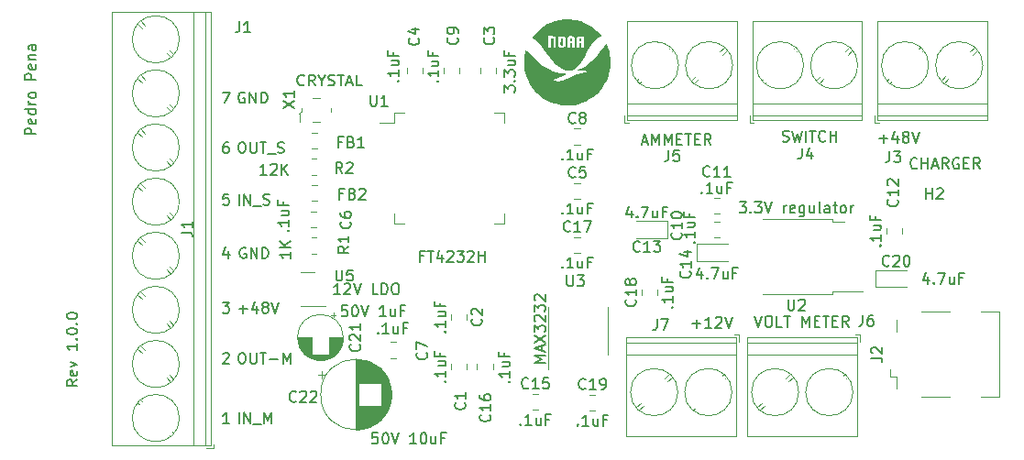
<source format=gbr>
%TF.GenerationSoftware,KiCad,Pcbnew,7.0.10-7.0.10~ubuntu22.04.1*%
%TF.CreationDate,2024-02-22T09:28:58-05:00*%
%TF.ProjectId,ladcp_interface_box,6c616463-705f-4696-9e74-657266616365,1.0.0*%
%TF.SameCoordinates,Original*%
%TF.FileFunction,Legend,Top*%
%TF.FilePolarity,Positive*%
%FSLAX46Y46*%
G04 Gerber Fmt 4.6, Leading zero omitted, Abs format (unit mm)*
G04 Created by KiCad (PCBNEW 7.0.10-7.0.10~ubuntu22.04.1) date 2024-02-22 09:28:58*
%MOMM*%
%LPD*%
G01*
G04 APERTURE LIST*
%ADD10C,0.150000*%
%ADD11C,0.120000*%
G04 APERTURE END LIST*
D10*
X107359819Y-104461792D02*
X106883628Y-104795125D01*
X107359819Y-105033220D02*
X106359819Y-105033220D01*
X106359819Y-105033220D02*
X106359819Y-104652268D01*
X106359819Y-104652268D02*
X106407438Y-104557030D01*
X106407438Y-104557030D02*
X106455057Y-104509411D01*
X106455057Y-104509411D02*
X106550295Y-104461792D01*
X106550295Y-104461792D02*
X106693152Y-104461792D01*
X106693152Y-104461792D02*
X106788390Y-104509411D01*
X106788390Y-104509411D02*
X106836009Y-104557030D01*
X106836009Y-104557030D02*
X106883628Y-104652268D01*
X106883628Y-104652268D02*
X106883628Y-105033220D01*
X107312200Y-103652268D02*
X107359819Y-103747506D01*
X107359819Y-103747506D02*
X107359819Y-103937982D01*
X107359819Y-103937982D02*
X107312200Y-104033220D01*
X107312200Y-104033220D02*
X107216961Y-104080839D01*
X107216961Y-104080839D02*
X106836009Y-104080839D01*
X106836009Y-104080839D02*
X106740771Y-104033220D01*
X106740771Y-104033220D02*
X106693152Y-103937982D01*
X106693152Y-103937982D02*
X106693152Y-103747506D01*
X106693152Y-103747506D02*
X106740771Y-103652268D01*
X106740771Y-103652268D02*
X106836009Y-103604649D01*
X106836009Y-103604649D02*
X106931247Y-103604649D01*
X106931247Y-103604649D02*
X107026485Y-104080839D01*
X106693152Y-103271315D02*
X107359819Y-103033220D01*
X107359819Y-103033220D02*
X106693152Y-102795125D01*
X107359819Y-101128458D02*
X107359819Y-101699886D01*
X107359819Y-101414172D02*
X106359819Y-101414172D01*
X106359819Y-101414172D02*
X106502676Y-101509410D01*
X106502676Y-101509410D02*
X106597914Y-101604648D01*
X106597914Y-101604648D02*
X106645533Y-101699886D01*
X107264580Y-100699886D02*
X107312200Y-100652267D01*
X107312200Y-100652267D02*
X107359819Y-100699886D01*
X107359819Y-100699886D02*
X107312200Y-100747505D01*
X107312200Y-100747505D02*
X107264580Y-100699886D01*
X107264580Y-100699886D02*
X107359819Y-100699886D01*
X106359819Y-100033220D02*
X106359819Y-99937982D01*
X106359819Y-99937982D02*
X106407438Y-99842744D01*
X106407438Y-99842744D02*
X106455057Y-99795125D01*
X106455057Y-99795125D02*
X106550295Y-99747506D01*
X106550295Y-99747506D02*
X106740771Y-99699887D01*
X106740771Y-99699887D02*
X106978866Y-99699887D01*
X106978866Y-99699887D02*
X107169342Y-99747506D01*
X107169342Y-99747506D02*
X107264580Y-99795125D01*
X107264580Y-99795125D02*
X107312200Y-99842744D01*
X107312200Y-99842744D02*
X107359819Y-99937982D01*
X107359819Y-99937982D02*
X107359819Y-100033220D01*
X107359819Y-100033220D02*
X107312200Y-100128458D01*
X107312200Y-100128458D02*
X107264580Y-100176077D01*
X107264580Y-100176077D02*
X107169342Y-100223696D01*
X107169342Y-100223696D02*
X106978866Y-100271315D01*
X106978866Y-100271315D02*
X106740771Y-100271315D01*
X106740771Y-100271315D02*
X106550295Y-100223696D01*
X106550295Y-100223696D02*
X106455057Y-100176077D01*
X106455057Y-100176077D02*
X106407438Y-100128458D01*
X106407438Y-100128458D02*
X106359819Y-100033220D01*
X107264580Y-99271315D02*
X107312200Y-99223696D01*
X107312200Y-99223696D02*
X107359819Y-99271315D01*
X107359819Y-99271315D02*
X107312200Y-99318934D01*
X107312200Y-99318934D02*
X107264580Y-99271315D01*
X107264580Y-99271315D02*
X107359819Y-99271315D01*
X106359819Y-98604649D02*
X106359819Y-98509411D01*
X106359819Y-98509411D02*
X106407438Y-98414173D01*
X106407438Y-98414173D02*
X106455057Y-98366554D01*
X106455057Y-98366554D02*
X106550295Y-98318935D01*
X106550295Y-98318935D02*
X106740771Y-98271316D01*
X106740771Y-98271316D02*
X106978866Y-98271316D01*
X106978866Y-98271316D02*
X107169342Y-98318935D01*
X107169342Y-98318935D02*
X107264580Y-98366554D01*
X107264580Y-98366554D02*
X107312200Y-98414173D01*
X107312200Y-98414173D02*
X107359819Y-98509411D01*
X107359819Y-98509411D02*
X107359819Y-98604649D01*
X107359819Y-98604649D02*
X107312200Y-98699887D01*
X107312200Y-98699887D02*
X107264580Y-98747506D01*
X107264580Y-98747506D02*
X107169342Y-98795125D01*
X107169342Y-98795125D02*
X106978866Y-98842744D01*
X106978866Y-98842744D02*
X106740771Y-98842744D01*
X106740771Y-98842744D02*
X106550295Y-98795125D01*
X106550295Y-98795125D02*
X106455057Y-98747506D01*
X106455057Y-98747506D02*
X106407438Y-98699887D01*
X106407438Y-98699887D02*
X106359819Y-98604649D01*
X103539819Y-81763220D02*
X102539819Y-81763220D01*
X102539819Y-81763220D02*
X102539819Y-81382268D01*
X102539819Y-81382268D02*
X102587438Y-81287030D01*
X102587438Y-81287030D02*
X102635057Y-81239411D01*
X102635057Y-81239411D02*
X102730295Y-81191792D01*
X102730295Y-81191792D02*
X102873152Y-81191792D01*
X102873152Y-81191792D02*
X102968390Y-81239411D01*
X102968390Y-81239411D02*
X103016009Y-81287030D01*
X103016009Y-81287030D02*
X103063628Y-81382268D01*
X103063628Y-81382268D02*
X103063628Y-81763220D01*
X103492200Y-80382268D02*
X103539819Y-80477506D01*
X103539819Y-80477506D02*
X103539819Y-80667982D01*
X103539819Y-80667982D02*
X103492200Y-80763220D01*
X103492200Y-80763220D02*
X103396961Y-80810839D01*
X103396961Y-80810839D02*
X103016009Y-80810839D01*
X103016009Y-80810839D02*
X102920771Y-80763220D01*
X102920771Y-80763220D02*
X102873152Y-80667982D01*
X102873152Y-80667982D02*
X102873152Y-80477506D01*
X102873152Y-80477506D02*
X102920771Y-80382268D01*
X102920771Y-80382268D02*
X103016009Y-80334649D01*
X103016009Y-80334649D02*
X103111247Y-80334649D01*
X103111247Y-80334649D02*
X103206485Y-80810839D01*
X103539819Y-79477506D02*
X102539819Y-79477506D01*
X103492200Y-79477506D02*
X103539819Y-79572744D01*
X103539819Y-79572744D02*
X103539819Y-79763220D01*
X103539819Y-79763220D02*
X103492200Y-79858458D01*
X103492200Y-79858458D02*
X103444580Y-79906077D01*
X103444580Y-79906077D02*
X103349342Y-79953696D01*
X103349342Y-79953696D02*
X103063628Y-79953696D01*
X103063628Y-79953696D02*
X102968390Y-79906077D01*
X102968390Y-79906077D02*
X102920771Y-79858458D01*
X102920771Y-79858458D02*
X102873152Y-79763220D01*
X102873152Y-79763220D02*
X102873152Y-79572744D01*
X102873152Y-79572744D02*
X102920771Y-79477506D01*
X103539819Y-79001315D02*
X102873152Y-79001315D01*
X103063628Y-79001315D02*
X102968390Y-78953696D01*
X102968390Y-78953696D02*
X102920771Y-78906077D01*
X102920771Y-78906077D02*
X102873152Y-78810839D01*
X102873152Y-78810839D02*
X102873152Y-78715601D01*
X103539819Y-78239410D02*
X103492200Y-78334648D01*
X103492200Y-78334648D02*
X103444580Y-78382267D01*
X103444580Y-78382267D02*
X103349342Y-78429886D01*
X103349342Y-78429886D02*
X103063628Y-78429886D01*
X103063628Y-78429886D02*
X102968390Y-78382267D01*
X102968390Y-78382267D02*
X102920771Y-78334648D01*
X102920771Y-78334648D02*
X102873152Y-78239410D01*
X102873152Y-78239410D02*
X102873152Y-78096553D01*
X102873152Y-78096553D02*
X102920771Y-78001315D01*
X102920771Y-78001315D02*
X102968390Y-77953696D01*
X102968390Y-77953696D02*
X103063628Y-77906077D01*
X103063628Y-77906077D02*
X103349342Y-77906077D01*
X103349342Y-77906077D02*
X103444580Y-77953696D01*
X103444580Y-77953696D02*
X103492200Y-78001315D01*
X103492200Y-78001315D02*
X103539819Y-78096553D01*
X103539819Y-78096553D02*
X103539819Y-78239410D01*
X103539819Y-76715600D02*
X102539819Y-76715600D01*
X102539819Y-76715600D02*
X102539819Y-76334648D01*
X102539819Y-76334648D02*
X102587438Y-76239410D01*
X102587438Y-76239410D02*
X102635057Y-76191791D01*
X102635057Y-76191791D02*
X102730295Y-76144172D01*
X102730295Y-76144172D02*
X102873152Y-76144172D01*
X102873152Y-76144172D02*
X102968390Y-76191791D01*
X102968390Y-76191791D02*
X103016009Y-76239410D01*
X103016009Y-76239410D02*
X103063628Y-76334648D01*
X103063628Y-76334648D02*
X103063628Y-76715600D01*
X103492200Y-75334648D02*
X103539819Y-75429886D01*
X103539819Y-75429886D02*
X103539819Y-75620362D01*
X103539819Y-75620362D02*
X103492200Y-75715600D01*
X103492200Y-75715600D02*
X103396961Y-75763219D01*
X103396961Y-75763219D02*
X103016009Y-75763219D01*
X103016009Y-75763219D02*
X102920771Y-75715600D01*
X102920771Y-75715600D02*
X102873152Y-75620362D01*
X102873152Y-75620362D02*
X102873152Y-75429886D01*
X102873152Y-75429886D02*
X102920771Y-75334648D01*
X102920771Y-75334648D02*
X103016009Y-75287029D01*
X103016009Y-75287029D02*
X103111247Y-75287029D01*
X103111247Y-75287029D02*
X103206485Y-75763219D01*
X102873152Y-74858457D02*
X103539819Y-74858457D01*
X102968390Y-74858457D02*
X102920771Y-74810838D01*
X102920771Y-74810838D02*
X102873152Y-74715600D01*
X102873152Y-74715600D02*
X102873152Y-74572743D01*
X102873152Y-74572743D02*
X102920771Y-74477505D01*
X102920771Y-74477505D02*
X103016009Y-74429886D01*
X103016009Y-74429886D02*
X103539819Y-74429886D01*
X103539819Y-73525124D02*
X103016009Y-73525124D01*
X103016009Y-73525124D02*
X102920771Y-73572743D01*
X102920771Y-73572743D02*
X102873152Y-73667981D01*
X102873152Y-73667981D02*
X102873152Y-73858457D01*
X102873152Y-73858457D02*
X102920771Y-73953695D01*
X103492200Y-73525124D02*
X103539819Y-73620362D01*
X103539819Y-73620362D02*
X103539819Y-73858457D01*
X103539819Y-73858457D02*
X103492200Y-73953695D01*
X103492200Y-73953695D02*
X103396961Y-74001314D01*
X103396961Y-74001314D02*
X103301723Y-74001314D01*
X103301723Y-74001314D02*
X103206485Y-73953695D01*
X103206485Y-73953695D02*
X103158866Y-73858457D01*
X103158866Y-73858457D02*
X103158866Y-73620362D01*
X103158866Y-73620362D02*
X103111247Y-73525124D01*
X122316666Y-71354819D02*
X122316666Y-72069104D01*
X122316666Y-72069104D02*
X122269047Y-72211961D01*
X122269047Y-72211961D02*
X122173809Y-72307200D01*
X122173809Y-72307200D02*
X122030952Y-72354819D01*
X122030952Y-72354819D02*
X121935714Y-72354819D01*
X123316666Y-72354819D02*
X122745238Y-72354819D01*
X123030952Y-72354819D02*
X123030952Y-71354819D01*
X123030952Y-71354819D02*
X122935714Y-71497676D01*
X122935714Y-71497676D02*
X122840476Y-71592914D01*
X122840476Y-71592914D02*
X122745238Y-71640533D01*
X122474286Y-82504819D02*
X122664762Y-82504819D01*
X122664762Y-82504819D02*
X122760000Y-82552438D01*
X122760000Y-82552438D02*
X122855238Y-82647676D01*
X122855238Y-82647676D02*
X122902857Y-82838152D01*
X122902857Y-82838152D02*
X122902857Y-83171485D01*
X122902857Y-83171485D02*
X122855238Y-83361961D01*
X122855238Y-83361961D02*
X122760000Y-83457200D01*
X122760000Y-83457200D02*
X122664762Y-83504819D01*
X122664762Y-83504819D02*
X122474286Y-83504819D01*
X122474286Y-83504819D02*
X122379048Y-83457200D01*
X122379048Y-83457200D02*
X122283810Y-83361961D01*
X122283810Y-83361961D02*
X122236191Y-83171485D01*
X122236191Y-83171485D02*
X122236191Y-82838152D01*
X122236191Y-82838152D02*
X122283810Y-82647676D01*
X122283810Y-82647676D02*
X122379048Y-82552438D01*
X122379048Y-82552438D02*
X122474286Y-82504819D01*
X123331429Y-82504819D02*
X123331429Y-83314342D01*
X123331429Y-83314342D02*
X123379048Y-83409580D01*
X123379048Y-83409580D02*
X123426667Y-83457200D01*
X123426667Y-83457200D02*
X123521905Y-83504819D01*
X123521905Y-83504819D02*
X123712381Y-83504819D01*
X123712381Y-83504819D02*
X123807619Y-83457200D01*
X123807619Y-83457200D02*
X123855238Y-83409580D01*
X123855238Y-83409580D02*
X123902857Y-83314342D01*
X123902857Y-83314342D02*
X123902857Y-82504819D01*
X124236191Y-82504819D02*
X124807619Y-82504819D01*
X124521905Y-83504819D02*
X124521905Y-82504819D01*
X124902858Y-83600057D02*
X125664762Y-83600057D01*
X125855239Y-83457200D02*
X125998096Y-83504819D01*
X125998096Y-83504819D02*
X126236191Y-83504819D01*
X126236191Y-83504819D02*
X126331429Y-83457200D01*
X126331429Y-83457200D02*
X126379048Y-83409580D01*
X126379048Y-83409580D02*
X126426667Y-83314342D01*
X126426667Y-83314342D02*
X126426667Y-83219104D01*
X126426667Y-83219104D02*
X126379048Y-83123866D01*
X126379048Y-83123866D02*
X126331429Y-83076247D01*
X126331429Y-83076247D02*
X126236191Y-83028628D01*
X126236191Y-83028628D02*
X126045715Y-82981009D01*
X126045715Y-82981009D02*
X125950477Y-82933390D01*
X125950477Y-82933390D02*
X125902858Y-82885771D01*
X125902858Y-82885771D02*
X125855239Y-82790533D01*
X125855239Y-82790533D02*
X125855239Y-82695295D01*
X125855239Y-82695295D02*
X125902858Y-82600057D01*
X125902858Y-82600057D02*
X125950477Y-82552438D01*
X125950477Y-82552438D02*
X126045715Y-82504819D01*
X126045715Y-82504819D02*
X126283810Y-82504819D01*
X126283810Y-82504819D02*
X126426667Y-82552438D01*
X120756667Y-97294819D02*
X121375714Y-97294819D01*
X121375714Y-97294819D02*
X121042381Y-97675771D01*
X121042381Y-97675771D02*
X121185238Y-97675771D01*
X121185238Y-97675771D02*
X121280476Y-97723390D01*
X121280476Y-97723390D02*
X121328095Y-97771009D01*
X121328095Y-97771009D02*
X121375714Y-97866247D01*
X121375714Y-97866247D02*
X121375714Y-98104342D01*
X121375714Y-98104342D02*
X121328095Y-98199580D01*
X121328095Y-98199580D02*
X121280476Y-98247200D01*
X121280476Y-98247200D02*
X121185238Y-98294819D01*
X121185238Y-98294819D02*
X120899524Y-98294819D01*
X120899524Y-98294819D02*
X120804286Y-98247200D01*
X120804286Y-98247200D02*
X120756667Y-98199580D01*
X122283810Y-97913866D02*
X123045715Y-97913866D01*
X122664762Y-98294819D02*
X122664762Y-97532914D01*
X123950476Y-97628152D02*
X123950476Y-98294819D01*
X123712381Y-97247200D02*
X123474286Y-97961485D01*
X123474286Y-97961485D02*
X124093333Y-97961485D01*
X124617143Y-97723390D02*
X124521905Y-97675771D01*
X124521905Y-97675771D02*
X124474286Y-97628152D01*
X124474286Y-97628152D02*
X124426667Y-97532914D01*
X124426667Y-97532914D02*
X124426667Y-97485295D01*
X124426667Y-97485295D02*
X124474286Y-97390057D01*
X124474286Y-97390057D02*
X124521905Y-97342438D01*
X124521905Y-97342438D02*
X124617143Y-97294819D01*
X124617143Y-97294819D02*
X124807619Y-97294819D01*
X124807619Y-97294819D02*
X124902857Y-97342438D01*
X124902857Y-97342438D02*
X124950476Y-97390057D01*
X124950476Y-97390057D02*
X124998095Y-97485295D01*
X124998095Y-97485295D02*
X124998095Y-97532914D01*
X124998095Y-97532914D02*
X124950476Y-97628152D01*
X124950476Y-97628152D02*
X124902857Y-97675771D01*
X124902857Y-97675771D02*
X124807619Y-97723390D01*
X124807619Y-97723390D02*
X124617143Y-97723390D01*
X124617143Y-97723390D02*
X124521905Y-97771009D01*
X124521905Y-97771009D02*
X124474286Y-97818628D01*
X124474286Y-97818628D02*
X124426667Y-97913866D01*
X124426667Y-97913866D02*
X124426667Y-98104342D01*
X124426667Y-98104342D02*
X124474286Y-98199580D01*
X124474286Y-98199580D02*
X124521905Y-98247200D01*
X124521905Y-98247200D02*
X124617143Y-98294819D01*
X124617143Y-98294819D02*
X124807619Y-98294819D01*
X124807619Y-98294819D02*
X124902857Y-98247200D01*
X124902857Y-98247200D02*
X124950476Y-98199580D01*
X124950476Y-98199580D02*
X124998095Y-98104342D01*
X124998095Y-98104342D02*
X124998095Y-97913866D01*
X124998095Y-97913866D02*
X124950476Y-97818628D01*
X124950476Y-97818628D02*
X124902857Y-97771009D01*
X124902857Y-97771009D02*
X124807619Y-97723390D01*
X125283810Y-97294819D02*
X125617143Y-98294819D01*
X125617143Y-98294819D02*
X125950476Y-97294819D01*
X121280476Y-82504819D02*
X121090000Y-82504819D01*
X121090000Y-82504819D02*
X120994762Y-82552438D01*
X120994762Y-82552438D02*
X120947143Y-82600057D01*
X120947143Y-82600057D02*
X120851905Y-82742914D01*
X120851905Y-82742914D02*
X120804286Y-82933390D01*
X120804286Y-82933390D02*
X120804286Y-83314342D01*
X120804286Y-83314342D02*
X120851905Y-83409580D01*
X120851905Y-83409580D02*
X120899524Y-83457200D01*
X120899524Y-83457200D02*
X120994762Y-83504819D01*
X120994762Y-83504819D02*
X121185238Y-83504819D01*
X121185238Y-83504819D02*
X121280476Y-83457200D01*
X121280476Y-83457200D02*
X121328095Y-83409580D01*
X121328095Y-83409580D02*
X121375714Y-83314342D01*
X121375714Y-83314342D02*
X121375714Y-83076247D01*
X121375714Y-83076247D02*
X121328095Y-82981009D01*
X121328095Y-82981009D02*
X121280476Y-82933390D01*
X121280476Y-82933390D02*
X121185238Y-82885771D01*
X121185238Y-82885771D02*
X120994762Y-82885771D01*
X120994762Y-82885771D02*
X120899524Y-82933390D01*
X120899524Y-82933390D02*
X120851905Y-82981009D01*
X120851905Y-82981009D02*
X120804286Y-83076247D01*
X121375714Y-108504819D02*
X120804286Y-108504819D01*
X121090000Y-108504819D02*
X121090000Y-107504819D01*
X121090000Y-107504819D02*
X120994762Y-107647676D01*
X120994762Y-107647676D02*
X120899524Y-107742914D01*
X120899524Y-107742914D02*
X120804286Y-107790533D01*
X122283810Y-88304819D02*
X122283810Y-87304819D01*
X122760000Y-88304819D02*
X122760000Y-87304819D01*
X122760000Y-87304819D02*
X123331428Y-88304819D01*
X123331428Y-88304819D02*
X123331428Y-87304819D01*
X123569524Y-88400057D02*
X124331428Y-88400057D01*
X124521905Y-88257200D02*
X124664762Y-88304819D01*
X124664762Y-88304819D02*
X124902857Y-88304819D01*
X124902857Y-88304819D02*
X124998095Y-88257200D01*
X124998095Y-88257200D02*
X125045714Y-88209580D01*
X125045714Y-88209580D02*
X125093333Y-88114342D01*
X125093333Y-88114342D02*
X125093333Y-88019104D01*
X125093333Y-88019104D02*
X125045714Y-87923866D01*
X125045714Y-87923866D02*
X124998095Y-87876247D01*
X124998095Y-87876247D02*
X124902857Y-87828628D01*
X124902857Y-87828628D02*
X124712381Y-87781009D01*
X124712381Y-87781009D02*
X124617143Y-87733390D01*
X124617143Y-87733390D02*
X124569524Y-87685771D01*
X124569524Y-87685771D02*
X124521905Y-87590533D01*
X124521905Y-87590533D02*
X124521905Y-87495295D01*
X124521905Y-87495295D02*
X124569524Y-87400057D01*
X124569524Y-87400057D02*
X124617143Y-87352438D01*
X124617143Y-87352438D02*
X124712381Y-87304819D01*
X124712381Y-87304819D02*
X124950476Y-87304819D01*
X124950476Y-87304819D02*
X125093333Y-87352438D01*
X122283810Y-108504819D02*
X122283810Y-107504819D01*
X122760000Y-108504819D02*
X122760000Y-107504819D01*
X122760000Y-107504819D02*
X123331428Y-108504819D01*
X123331428Y-108504819D02*
X123331428Y-107504819D01*
X123569524Y-108600057D02*
X124331428Y-108600057D01*
X124569524Y-108504819D02*
X124569524Y-107504819D01*
X124569524Y-107504819D02*
X124902857Y-108219104D01*
X124902857Y-108219104D02*
X125236190Y-107504819D01*
X125236190Y-107504819D02*
X125236190Y-108504819D01*
X120804286Y-102070057D02*
X120851905Y-102022438D01*
X120851905Y-102022438D02*
X120947143Y-101974819D01*
X120947143Y-101974819D02*
X121185238Y-101974819D01*
X121185238Y-101974819D02*
X121280476Y-102022438D01*
X121280476Y-102022438D02*
X121328095Y-102070057D01*
X121328095Y-102070057D02*
X121375714Y-102165295D01*
X121375714Y-102165295D02*
X121375714Y-102260533D01*
X121375714Y-102260533D02*
X121328095Y-102403390D01*
X121328095Y-102403390D02*
X120756667Y-102974819D01*
X120756667Y-102974819D02*
X121375714Y-102974819D01*
X121328095Y-87304819D02*
X120851905Y-87304819D01*
X120851905Y-87304819D02*
X120804286Y-87781009D01*
X120804286Y-87781009D02*
X120851905Y-87733390D01*
X120851905Y-87733390D02*
X120947143Y-87685771D01*
X120947143Y-87685771D02*
X121185238Y-87685771D01*
X121185238Y-87685771D02*
X121280476Y-87733390D01*
X121280476Y-87733390D02*
X121328095Y-87781009D01*
X121328095Y-87781009D02*
X121375714Y-87876247D01*
X121375714Y-87876247D02*
X121375714Y-88114342D01*
X121375714Y-88114342D02*
X121328095Y-88209580D01*
X121328095Y-88209580D02*
X121280476Y-88257200D01*
X121280476Y-88257200D02*
X121185238Y-88304819D01*
X121185238Y-88304819D02*
X120947143Y-88304819D01*
X120947143Y-88304819D02*
X120851905Y-88257200D01*
X120851905Y-88257200D02*
X120804286Y-88209580D01*
X122807619Y-77942438D02*
X122712381Y-77894819D01*
X122712381Y-77894819D02*
X122569524Y-77894819D01*
X122569524Y-77894819D02*
X122426667Y-77942438D01*
X122426667Y-77942438D02*
X122331429Y-78037676D01*
X122331429Y-78037676D02*
X122283810Y-78132914D01*
X122283810Y-78132914D02*
X122236191Y-78323390D01*
X122236191Y-78323390D02*
X122236191Y-78466247D01*
X122236191Y-78466247D02*
X122283810Y-78656723D01*
X122283810Y-78656723D02*
X122331429Y-78751961D01*
X122331429Y-78751961D02*
X122426667Y-78847200D01*
X122426667Y-78847200D02*
X122569524Y-78894819D01*
X122569524Y-78894819D02*
X122664762Y-78894819D01*
X122664762Y-78894819D02*
X122807619Y-78847200D01*
X122807619Y-78847200D02*
X122855238Y-78799580D01*
X122855238Y-78799580D02*
X122855238Y-78466247D01*
X122855238Y-78466247D02*
X122664762Y-78466247D01*
X123283810Y-78894819D02*
X123283810Y-77894819D01*
X123283810Y-77894819D02*
X123855238Y-78894819D01*
X123855238Y-78894819D02*
X123855238Y-77894819D01*
X124331429Y-78894819D02*
X124331429Y-77894819D01*
X124331429Y-77894819D02*
X124569524Y-77894819D01*
X124569524Y-77894819D02*
X124712381Y-77942438D01*
X124712381Y-77942438D02*
X124807619Y-78037676D01*
X124807619Y-78037676D02*
X124855238Y-78132914D01*
X124855238Y-78132914D02*
X124902857Y-78323390D01*
X124902857Y-78323390D02*
X124902857Y-78466247D01*
X124902857Y-78466247D02*
X124855238Y-78656723D01*
X124855238Y-78656723D02*
X124807619Y-78751961D01*
X124807619Y-78751961D02*
X124712381Y-78847200D01*
X124712381Y-78847200D02*
X124569524Y-78894819D01*
X124569524Y-78894819D02*
X124331429Y-78894819D01*
X120756667Y-77894819D02*
X121423333Y-77894819D01*
X121423333Y-77894819D02*
X120994762Y-78894819D01*
X122902857Y-92282438D02*
X122807619Y-92234819D01*
X122807619Y-92234819D02*
X122664762Y-92234819D01*
X122664762Y-92234819D02*
X122521905Y-92282438D01*
X122521905Y-92282438D02*
X122426667Y-92377676D01*
X122426667Y-92377676D02*
X122379048Y-92472914D01*
X122379048Y-92472914D02*
X122331429Y-92663390D01*
X122331429Y-92663390D02*
X122331429Y-92806247D01*
X122331429Y-92806247D02*
X122379048Y-92996723D01*
X122379048Y-92996723D02*
X122426667Y-93091961D01*
X122426667Y-93091961D02*
X122521905Y-93187200D01*
X122521905Y-93187200D02*
X122664762Y-93234819D01*
X122664762Y-93234819D02*
X122760000Y-93234819D01*
X122760000Y-93234819D02*
X122902857Y-93187200D01*
X122902857Y-93187200D02*
X122950476Y-93139580D01*
X122950476Y-93139580D02*
X122950476Y-92806247D01*
X122950476Y-92806247D02*
X122760000Y-92806247D01*
X123379048Y-93234819D02*
X123379048Y-92234819D01*
X123379048Y-92234819D02*
X123950476Y-93234819D01*
X123950476Y-93234819D02*
X123950476Y-92234819D01*
X124426667Y-93234819D02*
X124426667Y-92234819D01*
X124426667Y-92234819D02*
X124664762Y-92234819D01*
X124664762Y-92234819D02*
X124807619Y-92282438D01*
X124807619Y-92282438D02*
X124902857Y-92377676D01*
X124902857Y-92377676D02*
X124950476Y-92472914D01*
X124950476Y-92472914D02*
X124998095Y-92663390D01*
X124998095Y-92663390D02*
X124998095Y-92806247D01*
X124998095Y-92806247D02*
X124950476Y-92996723D01*
X124950476Y-92996723D02*
X124902857Y-93091961D01*
X124902857Y-93091961D02*
X124807619Y-93187200D01*
X124807619Y-93187200D02*
X124664762Y-93234819D01*
X124664762Y-93234819D02*
X124426667Y-93234819D01*
X116954819Y-90833333D02*
X117669104Y-90833333D01*
X117669104Y-90833333D02*
X117811961Y-90880952D01*
X117811961Y-90880952D02*
X117907200Y-90976190D01*
X117907200Y-90976190D02*
X117954819Y-91119047D01*
X117954819Y-91119047D02*
X117954819Y-91214285D01*
X117954819Y-89833333D02*
X117954819Y-90404761D01*
X117954819Y-90119047D02*
X116954819Y-90119047D01*
X116954819Y-90119047D02*
X117097676Y-90214285D01*
X117097676Y-90214285D02*
X117192914Y-90309523D01*
X117192914Y-90309523D02*
X117240533Y-90404761D01*
X121280476Y-92568152D02*
X121280476Y-93234819D01*
X121042381Y-92187200D02*
X120804286Y-92901485D01*
X120804286Y-92901485D02*
X121423333Y-92901485D01*
X122474286Y-101974819D02*
X122664762Y-101974819D01*
X122664762Y-101974819D02*
X122760000Y-102022438D01*
X122760000Y-102022438D02*
X122855238Y-102117676D01*
X122855238Y-102117676D02*
X122902857Y-102308152D01*
X122902857Y-102308152D02*
X122902857Y-102641485D01*
X122902857Y-102641485D02*
X122855238Y-102831961D01*
X122855238Y-102831961D02*
X122760000Y-102927200D01*
X122760000Y-102927200D02*
X122664762Y-102974819D01*
X122664762Y-102974819D02*
X122474286Y-102974819D01*
X122474286Y-102974819D02*
X122379048Y-102927200D01*
X122379048Y-102927200D02*
X122283810Y-102831961D01*
X122283810Y-102831961D02*
X122236191Y-102641485D01*
X122236191Y-102641485D02*
X122236191Y-102308152D01*
X122236191Y-102308152D02*
X122283810Y-102117676D01*
X122283810Y-102117676D02*
X122379048Y-102022438D01*
X122379048Y-102022438D02*
X122474286Y-101974819D01*
X123331429Y-101974819D02*
X123331429Y-102784342D01*
X123331429Y-102784342D02*
X123379048Y-102879580D01*
X123379048Y-102879580D02*
X123426667Y-102927200D01*
X123426667Y-102927200D02*
X123521905Y-102974819D01*
X123521905Y-102974819D02*
X123712381Y-102974819D01*
X123712381Y-102974819D02*
X123807619Y-102927200D01*
X123807619Y-102927200D02*
X123855238Y-102879580D01*
X123855238Y-102879580D02*
X123902857Y-102784342D01*
X123902857Y-102784342D02*
X123902857Y-101974819D01*
X124236191Y-101974819D02*
X124807619Y-101974819D01*
X124521905Y-102974819D02*
X124521905Y-101974819D01*
X125140953Y-102593866D02*
X125902858Y-102593866D01*
X126379048Y-102974819D02*
X126379048Y-101974819D01*
X126379048Y-101974819D02*
X126712381Y-102689104D01*
X126712381Y-102689104D02*
X127045714Y-101974819D01*
X127045714Y-101974819D02*
X127045714Y-102974819D01*
X161966666Y-83254819D02*
X161966666Y-83969104D01*
X161966666Y-83969104D02*
X161919047Y-84111961D01*
X161919047Y-84111961D02*
X161823809Y-84207200D01*
X161823809Y-84207200D02*
X161680952Y-84254819D01*
X161680952Y-84254819D02*
X161585714Y-84254819D01*
X162919047Y-83254819D02*
X162442857Y-83254819D01*
X162442857Y-83254819D02*
X162395238Y-83731009D01*
X162395238Y-83731009D02*
X162442857Y-83683390D01*
X162442857Y-83683390D02*
X162538095Y-83635771D01*
X162538095Y-83635771D02*
X162776190Y-83635771D01*
X162776190Y-83635771D02*
X162871428Y-83683390D01*
X162871428Y-83683390D02*
X162919047Y-83731009D01*
X162919047Y-83731009D02*
X162966666Y-83826247D01*
X162966666Y-83826247D02*
X162966666Y-84064342D01*
X162966666Y-84064342D02*
X162919047Y-84159580D01*
X162919047Y-84159580D02*
X162871428Y-84207200D01*
X162871428Y-84207200D02*
X162776190Y-84254819D01*
X162776190Y-84254819D02*
X162538095Y-84254819D01*
X162538095Y-84254819D02*
X162442857Y-84207200D01*
X162442857Y-84207200D02*
X162395238Y-84159580D01*
X159533333Y-82469104D02*
X160009523Y-82469104D01*
X159438095Y-82754819D02*
X159771428Y-81754819D01*
X159771428Y-81754819D02*
X160104761Y-82754819D01*
X160438095Y-82754819D02*
X160438095Y-81754819D01*
X160438095Y-81754819D02*
X160771428Y-82469104D01*
X160771428Y-82469104D02*
X161104761Y-81754819D01*
X161104761Y-81754819D02*
X161104761Y-82754819D01*
X161580952Y-82754819D02*
X161580952Y-81754819D01*
X161580952Y-81754819D02*
X161914285Y-82469104D01*
X161914285Y-82469104D02*
X162247618Y-81754819D01*
X162247618Y-81754819D02*
X162247618Y-82754819D01*
X162723809Y-82231009D02*
X163057142Y-82231009D01*
X163199999Y-82754819D02*
X162723809Y-82754819D01*
X162723809Y-82754819D02*
X162723809Y-81754819D01*
X162723809Y-81754819D02*
X163199999Y-81754819D01*
X163485714Y-81754819D02*
X164057142Y-81754819D01*
X163771428Y-82754819D02*
X163771428Y-81754819D01*
X164390476Y-82231009D02*
X164723809Y-82231009D01*
X164866666Y-82754819D02*
X164390476Y-82754819D01*
X164390476Y-82754819D02*
X164390476Y-81754819D01*
X164390476Y-81754819D02*
X164866666Y-81754819D01*
X165866666Y-82754819D02*
X165533333Y-82278628D01*
X165295238Y-82754819D02*
X165295238Y-81754819D01*
X165295238Y-81754819D02*
X165676190Y-81754819D01*
X165676190Y-81754819D02*
X165771428Y-81802438D01*
X165771428Y-81802438D02*
X165819047Y-81850057D01*
X165819047Y-81850057D02*
X165866666Y-81945295D01*
X165866666Y-81945295D02*
X165866666Y-82088152D01*
X165866666Y-82088152D02*
X165819047Y-82183390D01*
X165819047Y-82183390D02*
X165771428Y-82231009D01*
X165771428Y-82231009D02*
X165676190Y-82278628D01*
X165676190Y-82278628D02*
X165295238Y-82278628D01*
X152578095Y-94804819D02*
X152578095Y-95614342D01*
X152578095Y-95614342D02*
X152625714Y-95709580D01*
X152625714Y-95709580D02*
X152673333Y-95757200D01*
X152673333Y-95757200D02*
X152768571Y-95804819D01*
X152768571Y-95804819D02*
X152959047Y-95804819D01*
X152959047Y-95804819D02*
X153054285Y-95757200D01*
X153054285Y-95757200D02*
X153101904Y-95709580D01*
X153101904Y-95709580D02*
X153149523Y-95614342D01*
X153149523Y-95614342D02*
X153149523Y-94804819D01*
X153530476Y-94804819D02*
X154149523Y-94804819D01*
X154149523Y-94804819D02*
X153816190Y-95185771D01*
X153816190Y-95185771D02*
X153959047Y-95185771D01*
X153959047Y-95185771D02*
X154054285Y-95233390D01*
X154054285Y-95233390D02*
X154101904Y-95281009D01*
X154101904Y-95281009D02*
X154149523Y-95376247D01*
X154149523Y-95376247D02*
X154149523Y-95614342D01*
X154149523Y-95614342D02*
X154101904Y-95709580D01*
X154101904Y-95709580D02*
X154054285Y-95757200D01*
X154054285Y-95757200D02*
X153959047Y-95804819D01*
X153959047Y-95804819D02*
X153673333Y-95804819D01*
X153673333Y-95804819D02*
X153578095Y-95757200D01*
X153578095Y-95757200D02*
X153530476Y-95709580D01*
X150564819Y-102902856D02*
X149564819Y-102902856D01*
X149564819Y-102902856D02*
X150279104Y-102569523D01*
X150279104Y-102569523D02*
X149564819Y-102236190D01*
X149564819Y-102236190D02*
X150564819Y-102236190D01*
X150279104Y-101807618D02*
X150279104Y-101331428D01*
X150564819Y-101902856D02*
X149564819Y-101569523D01*
X149564819Y-101569523D02*
X150564819Y-101236190D01*
X149564819Y-100998094D02*
X150564819Y-100331428D01*
X149564819Y-100331428D02*
X150564819Y-100998094D01*
X149564819Y-100045713D02*
X149564819Y-99426666D01*
X149564819Y-99426666D02*
X149945771Y-99759999D01*
X149945771Y-99759999D02*
X149945771Y-99617142D01*
X149945771Y-99617142D02*
X149993390Y-99521904D01*
X149993390Y-99521904D02*
X150041009Y-99474285D01*
X150041009Y-99474285D02*
X150136247Y-99426666D01*
X150136247Y-99426666D02*
X150374342Y-99426666D01*
X150374342Y-99426666D02*
X150469580Y-99474285D01*
X150469580Y-99474285D02*
X150517200Y-99521904D01*
X150517200Y-99521904D02*
X150564819Y-99617142D01*
X150564819Y-99617142D02*
X150564819Y-99902856D01*
X150564819Y-99902856D02*
X150517200Y-99998094D01*
X150517200Y-99998094D02*
X150469580Y-100045713D01*
X149660057Y-99045713D02*
X149612438Y-98998094D01*
X149612438Y-98998094D02*
X149564819Y-98902856D01*
X149564819Y-98902856D02*
X149564819Y-98664761D01*
X149564819Y-98664761D02*
X149612438Y-98569523D01*
X149612438Y-98569523D02*
X149660057Y-98521904D01*
X149660057Y-98521904D02*
X149755295Y-98474285D01*
X149755295Y-98474285D02*
X149850533Y-98474285D01*
X149850533Y-98474285D02*
X149993390Y-98521904D01*
X149993390Y-98521904D02*
X150564819Y-99093332D01*
X150564819Y-99093332D02*
X150564819Y-98474285D01*
X149564819Y-98140951D02*
X149564819Y-97521904D01*
X149564819Y-97521904D02*
X149945771Y-97855237D01*
X149945771Y-97855237D02*
X149945771Y-97712380D01*
X149945771Y-97712380D02*
X149993390Y-97617142D01*
X149993390Y-97617142D02*
X150041009Y-97569523D01*
X150041009Y-97569523D02*
X150136247Y-97521904D01*
X150136247Y-97521904D02*
X150374342Y-97521904D01*
X150374342Y-97521904D02*
X150469580Y-97569523D01*
X150469580Y-97569523D02*
X150517200Y-97617142D01*
X150517200Y-97617142D02*
X150564819Y-97712380D01*
X150564819Y-97712380D02*
X150564819Y-97998094D01*
X150564819Y-97998094D02*
X150517200Y-98093332D01*
X150517200Y-98093332D02*
X150469580Y-98140951D01*
X149660057Y-97140951D02*
X149612438Y-97093332D01*
X149612438Y-97093332D02*
X149564819Y-96998094D01*
X149564819Y-96998094D02*
X149564819Y-96759999D01*
X149564819Y-96759999D02*
X149612438Y-96664761D01*
X149612438Y-96664761D02*
X149660057Y-96617142D01*
X149660057Y-96617142D02*
X149755295Y-96569523D01*
X149755295Y-96569523D02*
X149850533Y-96569523D01*
X149850533Y-96569523D02*
X149993390Y-96617142D01*
X149993390Y-96617142D02*
X150564819Y-97188570D01*
X150564819Y-97188570D02*
X150564819Y-96569523D01*
X131833333Y-85354819D02*
X131500000Y-84878628D01*
X131261905Y-85354819D02*
X131261905Y-84354819D01*
X131261905Y-84354819D02*
X131642857Y-84354819D01*
X131642857Y-84354819D02*
X131738095Y-84402438D01*
X131738095Y-84402438D02*
X131785714Y-84450057D01*
X131785714Y-84450057D02*
X131833333Y-84545295D01*
X131833333Y-84545295D02*
X131833333Y-84688152D01*
X131833333Y-84688152D02*
X131785714Y-84783390D01*
X131785714Y-84783390D02*
X131738095Y-84831009D01*
X131738095Y-84831009D02*
X131642857Y-84878628D01*
X131642857Y-84878628D02*
X131261905Y-84878628D01*
X132214286Y-84450057D02*
X132261905Y-84402438D01*
X132261905Y-84402438D02*
X132357143Y-84354819D01*
X132357143Y-84354819D02*
X132595238Y-84354819D01*
X132595238Y-84354819D02*
X132690476Y-84402438D01*
X132690476Y-84402438D02*
X132738095Y-84450057D01*
X132738095Y-84450057D02*
X132785714Y-84545295D01*
X132785714Y-84545295D02*
X132785714Y-84640533D01*
X132785714Y-84640533D02*
X132738095Y-84783390D01*
X132738095Y-84783390D02*
X132166667Y-85354819D01*
X132166667Y-85354819D02*
X132785714Y-85354819D01*
X124839523Y-85514819D02*
X124268095Y-85514819D01*
X124553809Y-85514819D02*
X124553809Y-84514819D01*
X124553809Y-84514819D02*
X124458571Y-84657676D01*
X124458571Y-84657676D02*
X124363333Y-84752914D01*
X124363333Y-84752914D02*
X124268095Y-84800533D01*
X125220476Y-84610057D02*
X125268095Y-84562438D01*
X125268095Y-84562438D02*
X125363333Y-84514819D01*
X125363333Y-84514819D02*
X125601428Y-84514819D01*
X125601428Y-84514819D02*
X125696666Y-84562438D01*
X125696666Y-84562438D02*
X125744285Y-84610057D01*
X125744285Y-84610057D02*
X125791904Y-84705295D01*
X125791904Y-84705295D02*
X125791904Y-84800533D01*
X125791904Y-84800533D02*
X125744285Y-84943390D01*
X125744285Y-84943390D02*
X125172857Y-85514819D01*
X125172857Y-85514819D02*
X125791904Y-85514819D01*
X126220476Y-85514819D02*
X126220476Y-84514819D01*
X126791904Y-85514819D02*
X126363333Y-84943390D01*
X126791904Y-84514819D02*
X126220476Y-85086247D01*
X143109580Y-106576666D02*
X143157200Y-106624285D01*
X143157200Y-106624285D02*
X143204819Y-106767142D01*
X143204819Y-106767142D02*
X143204819Y-106862380D01*
X143204819Y-106862380D02*
X143157200Y-107005237D01*
X143157200Y-107005237D02*
X143061961Y-107100475D01*
X143061961Y-107100475D02*
X142966723Y-107148094D01*
X142966723Y-107148094D02*
X142776247Y-107195713D01*
X142776247Y-107195713D02*
X142633390Y-107195713D01*
X142633390Y-107195713D02*
X142442914Y-107148094D01*
X142442914Y-107148094D02*
X142347676Y-107100475D01*
X142347676Y-107100475D02*
X142252438Y-107005237D01*
X142252438Y-107005237D02*
X142204819Y-106862380D01*
X142204819Y-106862380D02*
X142204819Y-106767142D01*
X142204819Y-106767142D02*
X142252438Y-106624285D01*
X142252438Y-106624285D02*
X142300057Y-106576666D01*
X143204819Y-105624285D02*
X143204819Y-106195713D01*
X143204819Y-105909999D02*
X142204819Y-105909999D01*
X142204819Y-105909999D02*
X142347676Y-106005237D01*
X142347676Y-106005237D02*
X142442914Y-106100475D01*
X142442914Y-106100475D02*
X142490533Y-106195713D01*
X141279580Y-104619642D02*
X141327200Y-104572023D01*
X141327200Y-104572023D02*
X141374819Y-104619642D01*
X141374819Y-104619642D02*
X141327200Y-104667261D01*
X141327200Y-104667261D02*
X141279580Y-104619642D01*
X141279580Y-104619642D02*
X141374819Y-104619642D01*
X141374819Y-103619643D02*
X141374819Y-104191071D01*
X141374819Y-103905357D02*
X140374819Y-103905357D01*
X140374819Y-103905357D02*
X140517676Y-104000595D01*
X140517676Y-104000595D02*
X140612914Y-104095833D01*
X140612914Y-104095833D02*
X140660533Y-104191071D01*
X140708152Y-102762500D02*
X141374819Y-102762500D01*
X140708152Y-103191071D02*
X141231961Y-103191071D01*
X141231961Y-103191071D02*
X141327200Y-103143452D01*
X141327200Y-103143452D02*
X141374819Y-103048214D01*
X141374819Y-103048214D02*
X141374819Y-102905357D01*
X141374819Y-102905357D02*
X141327200Y-102810119D01*
X141327200Y-102810119D02*
X141279580Y-102762500D01*
X140851009Y-101952976D02*
X140851009Y-102286309D01*
X141374819Y-102286309D02*
X140374819Y-102286309D01*
X140374819Y-102286309D02*
X140374819Y-101810119D01*
X180679819Y-102433333D02*
X181394104Y-102433333D01*
X181394104Y-102433333D02*
X181536961Y-102480952D01*
X181536961Y-102480952D02*
X181632200Y-102576190D01*
X181632200Y-102576190D02*
X181679819Y-102719047D01*
X181679819Y-102719047D02*
X181679819Y-102814285D01*
X180775057Y-102004761D02*
X180727438Y-101957142D01*
X180727438Y-101957142D02*
X180679819Y-101861904D01*
X180679819Y-101861904D02*
X180679819Y-101623809D01*
X180679819Y-101623809D02*
X180727438Y-101528571D01*
X180727438Y-101528571D02*
X180775057Y-101480952D01*
X180775057Y-101480952D02*
X180870295Y-101433333D01*
X180870295Y-101433333D02*
X180965533Y-101433333D01*
X180965533Y-101433333D02*
X181108390Y-101480952D01*
X181108390Y-101480952D02*
X181679819Y-102052380D01*
X181679819Y-102052380D02*
X181679819Y-101433333D01*
X131906666Y-87271009D02*
X131573333Y-87271009D01*
X131573333Y-87794819D02*
X131573333Y-86794819D01*
X131573333Y-86794819D02*
X132049523Y-86794819D01*
X132763809Y-87271009D02*
X132906666Y-87318628D01*
X132906666Y-87318628D02*
X132954285Y-87366247D01*
X132954285Y-87366247D02*
X133001904Y-87461485D01*
X133001904Y-87461485D02*
X133001904Y-87604342D01*
X133001904Y-87604342D02*
X132954285Y-87699580D01*
X132954285Y-87699580D02*
X132906666Y-87747200D01*
X132906666Y-87747200D02*
X132811428Y-87794819D01*
X132811428Y-87794819D02*
X132430476Y-87794819D01*
X132430476Y-87794819D02*
X132430476Y-86794819D01*
X132430476Y-86794819D02*
X132763809Y-86794819D01*
X132763809Y-86794819D02*
X132859047Y-86842438D01*
X132859047Y-86842438D02*
X132906666Y-86890057D01*
X132906666Y-86890057D02*
X132954285Y-86985295D01*
X132954285Y-86985295D02*
X132954285Y-87080533D01*
X132954285Y-87080533D02*
X132906666Y-87175771D01*
X132906666Y-87175771D02*
X132859047Y-87223390D01*
X132859047Y-87223390D02*
X132763809Y-87271009D01*
X132763809Y-87271009D02*
X132430476Y-87271009D01*
X133382857Y-86890057D02*
X133430476Y-86842438D01*
X133430476Y-86842438D02*
X133525714Y-86794819D01*
X133525714Y-86794819D02*
X133763809Y-86794819D01*
X133763809Y-86794819D02*
X133859047Y-86842438D01*
X133859047Y-86842438D02*
X133906666Y-86890057D01*
X133906666Y-86890057D02*
X133954285Y-86985295D01*
X133954285Y-86985295D02*
X133954285Y-87080533D01*
X133954285Y-87080533D02*
X133906666Y-87223390D01*
X133906666Y-87223390D02*
X133335238Y-87794819D01*
X133335238Y-87794819D02*
X133954285Y-87794819D01*
X132424819Y-92126666D02*
X131948628Y-92459999D01*
X132424819Y-92698094D02*
X131424819Y-92698094D01*
X131424819Y-92698094D02*
X131424819Y-92317142D01*
X131424819Y-92317142D02*
X131472438Y-92221904D01*
X131472438Y-92221904D02*
X131520057Y-92174285D01*
X131520057Y-92174285D02*
X131615295Y-92126666D01*
X131615295Y-92126666D02*
X131758152Y-92126666D01*
X131758152Y-92126666D02*
X131853390Y-92174285D01*
X131853390Y-92174285D02*
X131901009Y-92221904D01*
X131901009Y-92221904D02*
X131948628Y-92317142D01*
X131948628Y-92317142D02*
X131948628Y-92698094D01*
X132424819Y-91174285D02*
X132424819Y-91745713D01*
X132424819Y-91459999D02*
X131424819Y-91459999D01*
X131424819Y-91459999D02*
X131567676Y-91555237D01*
X131567676Y-91555237D02*
X131662914Y-91650475D01*
X131662914Y-91650475D02*
X131710533Y-91745713D01*
X127054819Y-92644285D02*
X127054819Y-93215713D01*
X127054819Y-92929999D02*
X126054819Y-92929999D01*
X126054819Y-92929999D02*
X126197676Y-93025237D01*
X126197676Y-93025237D02*
X126292914Y-93120475D01*
X126292914Y-93120475D02*
X126340533Y-93215713D01*
X127054819Y-92215713D02*
X126054819Y-92215713D01*
X127054819Y-91644285D02*
X126483390Y-92072856D01*
X126054819Y-91644285D02*
X126626247Y-92215713D01*
X159294642Y-92539580D02*
X159247023Y-92587200D01*
X159247023Y-92587200D02*
X159104166Y-92634819D01*
X159104166Y-92634819D02*
X159008928Y-92634819D01*
X159008928Y-92634819D02*
X158866071Y-92587200D01*
X158866071Y-92587200D02*
X158770833Y-92491961D01*
X158770833Y-92491961D02*
X158723214Y-92396723D01*
X158723214Y-92396723D02*
X158675595Y-92206247D01*
X158675595Y-92206247D02*
X158675595Y-92063390D01*
X158675595Y-92063390D02*
X158723214Y-91872914D01*
X158723214Y-91872914D02*
X158770833Y-91777676D01*
X158770833Y-91777676D02*
X158866071Y-91682438D01*
X158866071Y-91682438D02*
X159008928Y-91634819D01*
X159008928Y-91634819D02*
X159104166Y-91634819D01*
X159104166Y-91634819D02*
X159247023Y-91682438D01*
X159247023Y-91682438D02*
X159294642Y-91730057D01*
X160247023Y-92634819D02*
X159675595Y-92634819D01*
X159961309Y-92634819D02*
X159961309Y-91634819D01*
X159961309Y-91634819D02*
X159866071Y-91777676D01*
X159866071Y-91777676D02*
X159770833Y-91872914D01*
X159770833Y-91872914D02*
X159675595Y-91920533D01*
X160580357Y-91634819D02*
X161199404Y-91634819D01*
X161199404Y-91634819D02*
X160866071Y-92015771D01*
X160866071Y-92015771D02*
X161008928Y-92015771D01*
X161008928Y-92015771D02*
X161104166Y-92063390D01*
X161104166Y-92063390D02*
X161151785Y-92111009D01*
X161151785Y-92111009D02*
X161199404Y-92206247D01*
X161199404Y-92206247D02*
X161199404Y-92444342D01*
X161199404Y-92444342D02*
X161151785Y-92539580D01*
X161151785Y-92539580D02*
X161104166Y-92587200D01*
X161104166Y-92587200D02*
X161008928Y-92634819D01*
X161008928Y-92634819D02*
X160723214Y-92634819D01*
X160723214Y-92634819D02*
X160627976Y-92587200D01*
X160627976Y-92587200D02*
X160580357Y-92539580D01*
X158532738Y-88808152D02*
X158532738Y-89474819D01*
X158294643Y-88427200D02*
X158056548Y-89141485D01*
X158056548Y-89141485D02*
X158675595Y-89141485D01*
X159056548Y-89379580D02*
X159104167Y-89427200D01*
X159104167Y-89427200D02*
X159056548Y-89474819D01*
X159056548Y-89474819D02*
X159008929Y-89427200D01*
X159008929Y-89427200D02*
X159056548Y-89379580D01*
X159056548Y-89379580D02*
X159056548Y-89474819D01*
X159437500Y-88474819D02*
X160104166Y-88474819D01*
X160104166Y-88474819D02*
X159675595Y-89474819D01*
X160913690Y-88808152D02*
X160913690Y-89474819D01*
X160485119Y-88808152D02*
X160485119Y-89331961D01*
X160485119Y-89331961D02*
X160532738Y-89427200D01*
X160532738Y-89427200D02*
X160627976Y-89474819D01*
X160627976Y-89474819D02*
X160770833Y-89474819D01*
X160770833Y-89474819D02*
X160866071Y-89427200D01*
X160866071Y-89427200D02*
X160913690Y-89379580D01*
X161723214Y-88951009D02*
X161389881Y-88951009D01*
X161389881Y-89474819D02*
X161389881Y-88474819D01*
X161389881Y-88474819D02*
X161866071Y-88474819D01*
X152869642Y-90679580D02*
X152822023Y-90727200D01*
X152822023Y-90727200D02*
X152679166Y-90774819D01*
X152679166Y-90774819D02*
X152583928Y-90774819D01*
X152583928Y-90774819D02*
X152441071Y-90727200D01*
X152441071Y-90727200D02*
X152345833Y-90631961D01*
X152345833Y-90631961D02*
X152298214Y-90536723D01*
X152298214Y-90536723D02*
X152250595Y-90346247D01*
X152250595Y-90346247D02*
X152250595Y-90203390D01*
X152250595Y-90203390D02*
X152298214Y-90012914D01*
X152298214Y-90012914D02*
X152345833Y-89917676D01*
X152345833Y-89917676D02*
X152441071Y-89822438D01*
X152441071Y-89822438D02*
X152583928Y-89774819D01*
X152583928Y-89774819D02*
X152679166Y-89774819D01*
X152679166Y-89774819D02*
X152822023Y-89822438D01*
X152822023Y-89822438D02*
X152869642Y-89870057D01*
X153822023Y-90774819D02*
X153250595Y-90774819D01*
X153536309Y-90774819D02*
X153536309Y-89774819D01*
X153536309Y-89774819D02*
X153441071Y-89917676D01*
X153441071Y-89917676D02*
X153345833Y-90012914D01*
X153345833Y-90012914D02*
X153250595Y-90060533D01*
X154155357Y-89774819D02*
X154822023Y-89774819D01*
X154822023Y-89774819D02*
X154393452Y-90774819D01*
X152155357Y-94039580D02*
X152202976Y-94087200D01*
X152202976Y-94087200D02*
X152155357Y-94134819D01*
X152155357Y-94134819D02*
X152107738Y-94087200D01*
X152107738Y-94087200D02*
X152155357Y-94039580D01*
X152155357Y-94039580D02*
X152155357Y-94134819D01*
X153155356Y-94134819D02*
X152583928Y-94134819D01*
X152869642Y-94134819D02*
X152869642Y-93134819D01*
X152869642Y-93134819D02*
X152774404Y-93277676D01*
X152774404Y-93277676D02*
X152679166Y-93372914D01*
X152679166Y-93372914D02*
X152583928Y-93420533D01*
X154012499Y-93468152D02*
X154012499Y-94134819D01*
X153583928Y-93468152D02*
X153583928Y-93991961D01*
X153583928Y-93991961D02*
X153631547Y-94087200D01*
X153631547Y-94087200D02*
X153726785Y-94134819D01*
X153726785Y-94134819D02*
X153869642Y-94134819D01*
X153869642Y-94134819D02*
X153964880Y-94087200D01*
X153964880Y-94087200D02*
X154012499Y-94039580D01*
X154822023Y-93611009D02*
X154488690Y-93611009D01*
X154488690Y-94134819D02*
X154488690Y-93134819D01*
X154488690Y-93134819D02*
X154964880Y-93134819D01*
X145429580Y-107692857D02*
X145477200Y-107740476D01*
X145477200Y-107740476D02*
X145524819Y-107883333D01*
X145524819Y-107883333D02*
X145524819Y-107978571D01*
X145524819Y-107978571D02*
X145477200Y-108121428D01*
X145477200Y-108121428D02*
X145381961Y-108216666D01*
X145381961Y-108216666D02*
X145286723Y-108264285D01*
X145286723Y-108264285D02*
X145096247Y-108311904D01*
X145096247Y-108311904D02*
X144953390Y-108311904D01*
X144953390Y-108311904D02*
X144762914Y-108264285D01*
X144762914Y-108264285D02*
X144667676Y-108216666D01*
X144667676Y-108216666D02*
X144572438Y-108121428D01*
X144572438Y-108121428D02*
X144524819Y-107978571D01*
X144524819Y-107978571D02*
X144524819Y-107883333D01*
X144524819Y-107883333D02*
X144572438Y-107740476D01*
X144572438Y-107740476D02*
X144620057Y-107692857D01*
X145524819Y-106740476D02*
X145524819Y-107311904D01*
X145524819Y-107026190D02*
X144524819Y-107026190D01*
X144524819Y-107026190D02*
X144667676Y-107121428D01*
X144667676Y-107121428D02*
X144762914Y-107216666D01*
X144762914Y-107216666D02*
X144810533Y-107311904D01*
X144524819Y-105883333D02*
X144524819Y-106073809D01*
X144524819Y-106073809D02*
X144572438Y-106169047D01*
X144572438Y-106169047D02*
X144620057Y-106216666D01*
X144620057Y-106216666D02*
X144762914Y-106311904D01*
X144762914Y-106311904D02*
X144953390Y-106359523D01*
X144953390Y-106359523D02*
X145334342Y-106359523D01*
X145334342Y-106359523D02*
X145429580Y-106311904D01*
X145429580Y-106311904D02*
X145477200Y-106264285D01*
X145477200Y-106264285D02*
X145524819Y-106169047D01*
X145524819Y-106169047D02*
X145524819Y-105978571D01*
X145524819Y-105978571D02*
X145477200Y-105883333D01*
X145477200Y-105883333D02*
X145429580Y-105835714D01*
X145429580Y-105835714D02*
X145334342Y-105788095D01*
X145334342Y-105788095D02*
X145096247Y-105788095D01*
X145096247Y-105788095D02*
X145001009Y-105835714D01*
X145001009Y-105835714D02*
X144953390Y-105883333D01*
X144953390Y-105883333D02*
X144905771Y-105978571D01*
X144905771Y-105978571D02*
X144905771Y-106169047D01*
X144905771Y-106169047D02*
X144953390Y-106264285D01*
X144953390Y-106264285D02*
X145001009Y-106311904D01*
X145001009Y-106311904D02*
X145096247Y-106359523D01*
X147199580Y-104667142D02*
X147247200Y-104619523D01*
X147247200Y-104619523D02*
X147294819Y-104667142D01*
X147294819Y-104667142D02*
X147247200Y-104714761D01*
X147247200Y-104714761D02*
X147199580Y-104667142D01*
X147199580Y-104667142D02*
X147294819Y-104667142D01*
X147294819Y-103667143D02*
X147294819Y-104238571D01*
X147294819Y-103952857D02*
X146294819Y-103952857D01*
X146294819Y-103952857D02*
X146437676Y-104048095D01*
X146437676Y-104048095D02*
X146532914Y-104143333D01*
X146532914Y-104143333D02*
X146580533Y-104238571D01*
X146628152Y-102810000D02*
X147294819Y-102810000D01*
X146628152Y-103238571D02*
X147151961Y-103238571D01*
X147151961Y-103238571D02*
X147247200Y-103190952D01*
X147247200Y-103190952D02*
X147294819Y-103095714D01*
X147294819Y-103095714D02*
X147294819Y-102952857D01*
X147294819Y-102952857D02*
X147247200Y-102857619D01*
X147247200Y-102857619D02*
X147199580Y-102810000D01*
X146771009Y-102000476D02*
X146771009Y-102333809D01*
X147294819Y-102333809D02*
X146294819Y-102333809D01*
X146294819Y-102333809D02*
X146294819Y-101857619D01*
X153345833Y-80679580D02*
X153298214Y-80727200D01*
X153298214Y-80727200D02*
X153155357Y-80774819D01*
X153155357Y-80774819D02*
X153060119Y-80774819D01*
X153060119Y-80774819D02*
X152917262Y-80727200D01*
X152917262Y-80727200D02*
X152822024Y-80631961D01*
X152822024Y-80631961D02*
X152774405Y-80536723D01*
X152774405Y-80536723D02*
X152726786Y-80346247D01*
X152726786Y-80346247D02*
X152726786Y-80203390D01*
X152726786Y-80203390D02*
X152774405Y-80012914D01*
X152774405Y-80012914D02*
X152822024Y-79917676D01*
X152822024Y-79917676D02*
X152917262Y-79822438D01*
X152917262Y-79822438D02*
X153060119Y-79774819D01*
X153060119Y-79774819D02*
X153155357Y-79774819D01*
X153155357Y-79774819D02*
X153298214Y-79822438D01*
X153298214Y-79822438D02*
X153345833Y-79870057D01*
X153917262Y-80203390D02*
X153822024Y-80155771D01*
X153822024Y-80155771D02*
X153774405Y-80108152D01*
X153774405Y-80108152D02*
X153726786Y-80012914D01*
X153726786Y-80012914D02*
X153726786Y-79965295D01*
X153726786Y-79965295D02*
X153774405Y-79870057D01*
X153774405Y-79870057D02*
X153822024Y-79822438D01*
X153822024Y-79822438D02*
X153917262Y-79774819D01*
X153917262Y-79774819D02*
X154107738Y-79774819D01*
X154107738Y-79774819D02*
X154202976Y-79822438D01*
X154202976Y-79822438D02*
X154250595Y-79870057D01*
X154250595Y-79870057D02*
X154298214Y-79965295D01*
X154298214Y-79965295D02*
X154298214Y-80012914D01*
X154298214Y-80012914D02*
X154250595Y-80108152D01*
X154250595Y-80108152D02*
X154202976Y-80155771D01*
X154202976Y-80155771D02*
X154107738Y-80203390D01*
X154107738Y-80203390D02*
X153917262Y-80203390D01*
X153917262Y-80203390D02*
X153822024Y-80251009D01*
X153822024Y-80251009D02*
X153774405Y-80298628D01*
X153774405Y-80298628D02*
X153726786Y-80393866D01*
X153726786Y-80393866D02*
X153726786Y-80584342D01*
X153726786Y-80584342D02*
X153774405Y-80679580D01*
X153774405Y-80679580D02*
X153822024Y-80727200D01*
X153822024Y-80727200D02*
X153917262Y-80774819D01*
X153917262Y-80774819D02*
X154107738Y-80774819D01*
X154107738Y-80774819D02*
X154202976Y-80727200D01*
X154202976Y-80727200D02*
X154250595Y-80679580D01*
X154250595Y-80679580D02*
X154298214Y-80584342D01*
X154298214Y-80584342D02*
X154298214Y-80393866D01*
X154298214Y-80393866D02*
X154250595Y-80298628D01*
X154250595Y-80298628D02*
X154202976Y-80251009D01*
X154202976Y-80251009D02*
X154107738Y-80203390D01*
X152155357Y-84039580D02*
X152202976Y-84087200D01*
X152202976Y-84087200D02*
X152155357Y-84134819D01*
X152155357Y-84134819D02*
X152107738Y-84087200D01*
X152107738Y-84087200D02*
X152155357Y-84039580D01*
X152155357Y-84039580D02*
X152155357Y-84134819D01*
X153155356Y-84134819D02*
X152583928Y-84134819D01*
X152869642Y-84134819D02*
X152869642Y-83134819D01*
X152869642Y-83134819D02*
X152774404Y-83277676D01*
X152774404Y-83277676D02*
X152679166Y-83372914D01*
X152679166Y-83372914D02*
X152583928Y-83420533D01*
X154012499Y-83468152D02*
X154012499Y-84134819D01*
X153583928Y-83468152D02*
X153583928Y-83991961D01*
X153583928Y-83991961D02*
X153631547Y-84087200D01*
X153631547Y-84087200D02*
X153726785Y-84134819D01*
X153726785Y-84134819D02*
X153869642Y-84134819D01*
X153869642Y-84134819D02*
X153964880Y-84087200D01*
X153964880Y-84087200D02*
X154012499Y-84039580D01*
X154822023Y-83611009D02*
X154488690Y-83611009D01*
X154488690Y-84134819D02*
X154488690Y-83134819D01*
X154488690Y-83134819D02*
X154964880Y-83134819D01*
X185738095Y-87754819D02*
X185738095Y-86754819D01*
X185738095Y-87231009D02*
X186309523Y-87231009D01*
X186309523Y-87754819D02*
X186309523Y-86754819D01*
X186738095Y-86850057D02*
X186785714Y-86802438D01*
X186785714Y-86802438D02*
X186880952Y-86754819D01*
X186880952Y-86754819D02*
X187119047Y-86754819D01*
X187119047Y-86754819D02*
X187214285Y-86802438D01*
X187214285Y-86802438D02*
X187261904Y-86850057D01*
X187261904Y-86850057D02*
X187309523Y-86945295D01*
X187309523Y-86945295D02*
X187309523Y-87040533D01*
X187309523Y-87040533D02*
X187261904Y-87183390D01*
X187261904Y-87183390D02*
X186690476Y-87754819D01*
X186690476Y-87754819D02*
X187309523Y-87754819D01*
X182332142Y-93879580D02*
X182284523Y-93927200D01*
X182284523Y-93927200D02*
X182141666Y-93974819D01*
X182141666Y-93974819D02*
X182046428Y-93974819D01*
X182046428Y-93974819D02*
X181903571Y-93927200D01*
X181903571Y-93927200D02*
X181808333Y-93831961D01*
X181808333Y-93831961D02*
X181760714Y-93736723D01*
X181760714Y-93736723D02*
X181713095Y-93546247D01*
X181713095Y-93546247D02*
X181713095Y-93403390D01*
X181713095Y-93403390D02*
X181760714Y-93212914D01*
X181760714Y-93212914D02*
X181808333Y-93117676D01*
X181808333Y-93117676D02*
X181903571Y-93022438D01*
X181903571Y-93022438D02*
X182046428Y-92974819D01*
X182046428Y-92974819D02*
X182141666Y-92974819D01*
X182141666Y-92974819D02*
X182284523Y-93022438D01*
X182284523Y-93022438D02*
X182332142Y-93070057D01*
X182713095Y-93070057D02*
X182760714Y-93022438D01*
X182760714Y-93022438D02*
X182855952Y-92974819D01*
X182855952Y-92974819D02*
X183094047Y-92974819D01*
X183094047Y-92974819D02*
X183189285Y-93022438D01*
X183189285Y-93022438D02*
X183236904Y-93070057D01*
X183236904Y-93070057D02*
X183284523Y-93165295D01*
X183284523Y-93165295D02*
X183284523Y-93260533D01*
X183284523Y-93260533D02*
X183236904Y-93403390D01*
X183236904Y-93403390D02*
X182665476Y-93974819D01*
X182665476Y-93974819D02*
X183284523Y-93974819D01*
X183903571Y-92974819D02*
X183998809Y-92974819D01*
X183998809Y-92974819D02*
X184094047Y-93022438D01*
X184094047Y-93022438D02*
X184141666Y-93070057D01*
X184141666Y-93070057D02*
X184189285Y-93165295D01*
X184189285Y-93165295D02*
X184236904Y-93355771D01*
X184236904Y-93355771D02*
X184236904Y-93593866D01*
X184236904Y-93593866D02*
X184189285Y-93784342D01*
X184189285Y-93784342D02*
X184141666Y-93879580D01*
X184141666Y-93879580D02*
X184094047Y-93927200D01*
X184094047Y-93927200D02*
X183998809Y-93974819D01*
X183998809Y-93974819D02*
X183903571Y-93974819D01*
X183903571Y-93974819D02*
X183808333Y-93927200D01*
X183808333Y-93927200D02*
X183760714Y-93879580D01*
X183760714Y-93879580D02*
X183713095Y-93784342D01*
X183713095Y-93784342D02*
X183665476Y-93593866D01*
X183665476Y-93593866D02*
X183665476Y-93355771D01*
X183665476Y-93355771D02*
X183713095Y-93165295D01*
X183713095Y-93165295D02*
X183760714Y-93070057D01*
X183760714Y-93070057D02*
X183808333Y-93022438D01*
X183808333Y-93022438D02*
X183903571Y-92974819D01*
X185935238Y-94918152D02*
X185935238Y-95584819D01*
X185697143Y-94537200D02*
X185459048Y-95251485D01*
X185459048Y-95251485D02*
X186078095Y-95251485D01*
X186459048Y-95489580D02*
X186506667Y-95537200D01*
X186506667Y-95537200D02*
X186459048Y-95584819D01*
X186459048Y-95584819D02*
X186411429Y-95537200D01*
X186411429Y-95537200D02*
X186459048Y-95489580D01*
X186459048Y-95489580D02*
X186459048Y-95584819D01*
X186840000Y-94584819D02*
X187506666Y-94584819D01*
X187506666Y-94584819D02*
X187078095Y-95584819D01*
X188316190Y-94918152D02*
X188316190Y-95584819D01*
X187887619Y-94918152D02*
X187887619Y-95441961D01*
X187887619Y-95441961D02*
X187935238Y-95537200D01*
X187935238Y-95537200D02*
X188030476Y-95584819D01*
X188030476Y-95584819D02*
X188173333Y-95584819D01*
X188173333Y-95584819D02*
X188268571Y-95537200D01*
X188268571Y-95537200D02*
X188316190Y-95489580D01*
X189125714Y-95061009D02*
X188792381Y-95061009D01*
X188792381Y-95584819D02*
X188792381Y-94584819D01*
X188792381Y-94584819D02*
X189268571Y-94584819D01*
X182366666Y-83354819D02*
X182366666Y-84069104D01*
X182366666Y-84069104D02*
X182319047Y-84211961D01*
X182319047Y-84211961D02*
X182223809Y-84307200D01*
X182223809Y-84307200D02*
X182080952Y-84354819D01*
X182080952Y-84354819D02*
X181985714Y-84354819D01*
X182747619Y-83354819D02*
X183366666Y-83354819D01*
X183366666Y-83354819D02*
X183033333Y-83735771D01*
X183033333Y-83735771D02*
X183176190Y-83735771D01*
X183176190Y-83735771D02*
X183271428Y-83783390D01*
X183271428Y-83783390D02*
X183319047Y-83831009D01*
X183319047Y-83831009D02*
X183366666Y-83926247D01*
X183366666Y-83926247D02*
X183366666Y-84164342D01*
X183366666Y-84164342D02*
X183319047Y-84259580D01*
X183319047Y-84259580D02*
X183271428Y-84307200D01*
X183271428Y-84307200D02*
X183176190Y-84354819D01*
X183176190Y-84354819D02*
X182890476Y-84354819D01*
X182890476Y-84354819D02*
X182795238Y-84307200D01*
X182795238Y-84307200D02*
X182747619Y-84259580D01*
X184904761Y-84859580D02*
X184857142Y-84907200D01*
X184857142Y-84907200D02*
X184714285Y-84954819D01*
X184714285Y-84954819D02*
X184619047Y-84954819D01*
X184619047Y-84954819D02*
X184476190Y-84907200D01*
X184476190Y-84907200D02*
X184380952Y-84811961D01*
X184380952Y-84811961D02*
X184333333Y-84716723D01*
X184333333Y-84716723D02*
X184285714Y-84526247D01*
X184285714Y-84526247D02*
X184285714Y-84383390D01*
X184285714Y-84383390D02*
X184333333Y-84192914D01*
X184333333Y-84192914D02*
X184380952Y-84097676D01*
X184380952Y-84097676D02*
X184476190Y-84002438D01*
X184476190Y-84002438D02*
X184619047Y-83954819D01*
X184619047Y-83954819D02*
X184714285Y-83954819D01*
X184714285Y-83954819D02*
X184857142Y-84002438D01*
X184857142Y-84002438D02*
X184904761Y-84050057D01*
X185333333Y-84954819D02*
X185333333Y-83954819D01*
X185333333Y-84431009D02*
X185904761Y-84431009D01*
X185904761Y-84954819D02*
X185904761Y-83954819D01*
X186333333Y-84669104D02*
X186809523Y-84669104D01*
X186238095Y-84954819D02*
X186571428Y-83954819D01*
X186571428Y-83954819D02*
X186904761Y-84954819D01*
X187809523Y-84954819D02*
X187476190Y-84478628D01*
X187238095Y-84954819D02*
X187238095Y-83954819D01*
X187238095Y-83954819D02*
X187619047Y-83954819D01*
X187619047Y-83954819D02*
X187714285Y-84002438D01*
X187714285Y-84002438D02*
X187761904Y-84050057D01*
X187761904Y-84050057D02*
X187809523Y-84145295D01*
X187809523Y-84145295D02*
X187809523Y-84288152D01*
X187809523Y-84288152D02*
X187761904Y-84383390D01*
X187761904Y-84383390D02*
X187714285Y-84431009D01*
X187714285Y-84431009D02*
X187619047Y-84478628D01*
X187619047Y-84478628D02*
X187238095Y-84478628D01*
X188761904Y-84002438D02*
X188666666Y-83954819D01*
X188666666Y-83954819D02*
X188523809Y-83954819D01*
X188523809Y-83954819D02*
X188380952Y-84002438D01*
X188380952Y-84002438D02*
X188285714Y-84097676D01*
X188285714Y-84097676D02*
X188238095Y-84192914D01*
X188238095Y-84192914D02*
X188190476Y-84383390D01*
X188190476Y-84383390D02*
X188190476Y-84526247D01*
X188190476Y-84526247D02*
X188238095Y-84716723D01*
X188238095Y-84716723D02*
X188285714Y-84811961D01*
X188285714Y-84811961D02*
X188380952Y-84907200D01*
X188380952Y-84907200D02*
X188523809Y-84954819D01*
X188523809Y-84954819D02*
X188619047Y-84954819D01*
X188619047Y-84954819D02*
X188761904Y-84907200D01*
X188761904Y-84907200D02*
X188809523Y-84859580D01*
X188809523Y-84859580D02*
X188809523Y-84526247D01*
X188809523Y-84526247D02*
X188619047Y-84526247D01*
X189238095Y-84431009D02*
X189571428Y-84431009D01*
X189714285Y-84954819D02*
X189238095Y-84954819D01*
X189238095Y-84954819D02*
X189238095Y-83954819D01*
X189238095Y-83954819D02*
X189714285Y-83954819D01*
X190714285Y-84954819D02*
X190380952Y-84478628D01*
X190142857Y-84954819D02*
X190142857Y-83954819D01*
X190142857Y-83954819D02*
X190523809Y-83954819D01*
X190523809Y-83954819D02*
X190619047Y-84002438D01*
X190619047Y-84002438D02*
X190666666Y-84050057D01*
X190666666Y-84050057D02*
X190714285Y-84145295D01*
X190714285Y-84145295D02*
X190714285Y-84288152D01*
X190714285Y-84288152D02*
X190666666Y-84383390D01*
X190666666Y-84383390D02*
X190619047Y-84431009D01*
X190619047Y-84431009D02*
X190523809Y-84478628D01*
X190523809Y-84478628D02*
X190142857Y-84478628D01*
X181438095Y-82173866D02*
X182200000Y-82173866D01*
X181819047Y-82554819D02*
X181819047Y-81792914D01*
X183104761Y-81888152D02*
X183104761Y-82554819D01*
X182866666Y-81507200D02*
X182628571Y-82221485D01*
X182628571Y-82221485D02*
X183247618Y-82221485D01*
X183771428Y-81983390D02*
X183676190Y-81935771D01*
X183676190Y-81935771D02*
X183628571Y-81888152D01*
X183628571Y-81888152D02*
X183580952Y-81792914D01*
X183580952Y-81792914D02*
X183580952Y-81745295D01*
X183580952Y-81745295D02*
X183628571Y-81650057D01*
X183628571Y-81650057D02*
X183676190Y-81602438D01*
X183676190Y-81602438D02*
X183771428Y-81554819D01*
X183771428Y-81554819D02*
X183961904Y-81554819D01*
X183961904Y-81554819D02*
X184057142Y-81602438D01*
X184057142Y-81602438D02*
X184104761Y-81650057D01*
X184104761Y-81650057D02*
X184152380Y-81745295D01*
X184152380Y-81745295D02*
X184152380Y-81792914D01*
X184152380Y-81792914D02*
X184104761Y-81888152D01*
X184104761Y-81888152D02*
X184057142Y-81935771D01*
X184057142Y-81935771D02*
X183961904Y-81983390D01*
X183961904Y-81983390D02*
X183771428Y-81983390D01*
X183771428Y-81983390D02*
X183676190Y-82031009D01*
X183676190Y-82031009D02*
X183628571Y-82078628D01*
X183628571Y-82078628D02*
X183580952Y-82173866D01*
X183580952Y-82173866D02*
X183580952Y-82364342D01*
X183580952Y-82364342D02*
X183628571Y-82459580D01*
X183628571Y-82459580D02*
X183676190Y-82507200D01*
X183676190Y-82507200D02*
X183771428Y-82554819D01*
X183771428Y-82554819D02*
X183961904Y-82554819D01*
X183961904Y-82554819D02*
X184057142Y-82507200D01*
X184057142Y-82507200D02*
X184104761Y-82459580D01*
X184104761Y-82459580D02*
X184152380Y-82364342D01*
X184152380Y-82364342D02*
X184152380Y-82173866D01*
X184152380Y-82173866D02*
X184104761Y-82078628D01*
X184104761Y-82078628D02*
X184057142Y-82031009D01*
X184057142Y-82031009D02*
X183961904Y-81983390D01*
X184438095Y-81554819D02*
X184771428Y-82554819D01*
X184771428Y-82554819D02*
X185104761Y-81554819D01*
X134438095Y-78154819D02*
X134438095Y-78964342D01*
X134438095Y-78964342D02*
X134485714Y-79059580D01*
X134485714Y-79059580D02*
X134533333Y-79107200D01*
X134533333Y-79107200D02*
X134628571Y-79154819D01*
X134628571Y-79154819D02*
X134819047Y-79154819D01*
X134819047Y-79154819D02*
X134914285Y-79107200D01*
X134914285Y-79107200D02*
X134961904Y-79059580D01*
X134961904Y-79059580D02*
X135009523Y-78964342D01*
X135009523Y-78964342D02*
X135009523Y-78154819D01*
X136009523Y-79154819D02*
X135438095Y-79154819D01*
X135723809Y-79154819D02*
X135723809Y-78154819D01*
X135723809Y-78154819D02*
X135628571Y-78297676D01*
X135628571Y-78297676D02*
X135533333Y-78392914D01*
X135533333Y-78392914D02*
X135438095Y-78440533D01*
X139323333Y-93021009D02*
X138990000Y-93021009D01*
X138990000Y-93544819D02*
X138990000Y-92544819D01*
X138990000Y-92544819D02*
X139466190Y-92544819D01*
X139704286Y-92544819D02*
X140275714Y-92544819D01*
X139990000Y-93544819D02*
X139990000Y-92544819D01*
X141037619Y-92878152D02*
X141037619Y-93544819D01*
X140799524Y-92497200D02*
X140561429Y-93211485D01*
X140561429Y-93211485D02*
X141180476Y-93211485D01*
X141513810Y-92640057D02*
X141561429Y-92592438D01*
X141561429Y-92592438D02*
X141656667Y-92544819D01*
X141656667Y-92544819D02*
X141894762Y-92544819D01*
X141894762Y-92544819D02*
X141990000Y-92592438D01*
X141990000Y-92592438D02*
X142037619Y-92640057D01*
X142037619Y-92640057D02*
X142085238Y-92735295D01*
X142085238Y-92735295D02*
X142085238Y-92830533D01*
X142085238Y-92830533D02*
X142037619Y-92973390D01*
X142037619Y-92973390D02*
X141466191Y-93544819D01*
X141466191Y-93544819D02*
X142085238Y-93544819D01*
X142418572Y-92544819D02*
X143037619Y-92544819D01*
X143037619Y-92544819D02*
X142704286Y-92925771D01*
X142704286Y-92925771D02*
X142847143Y-92925771D01*
X142847143Y-92925771D02*
X142942381Y-92973390D01*
X142942381Y-92973390D02*
X142990000Y-93021009D01*
X142990000Y-93021009D02*
X143037619Y-93116247D01*
X143037619Y-93116247D02*
X143037619Y-93354342D01*
X143037619Y-93354342D02*
X142990000Y-93449580D01*
X142990000Y-93449580D02*
X142942381Y-93497200D01*
X142942381Y-93497200D02*
X142847143Y-93544819D01*
X142847143Y-93544819D02*
X142561429Y-93544819D01*
X142561429Y-93544819D02*
X142466191Y-93497200D01*
X142466191Y-93497200D02*
X142418572Y-93449580D01*
X143418572Y-92640057D02*
X143466191Y-92592438D01*
X143466191Y-92592438D02*
X143561429Y-92544819D01*
X143561429Y-92544819D02*
X143799524Y-92544819D01*
X143799524Y-92544819D02*
X143894762Y-92592438D01*
X143894762Y-92592438D02*
X143942381Y-92640057D01*
X143942381Y-92640057D02*
X143990000Y-92735295D01*
X143990000Y-92735295D02*
X143990000Y-92830533D01*
X143990000Y-92830533D02*
X143942381Y-92973390D01*
X143942381Y-92973390D02*
X143370953Y-93544819D01*
X143370953Y-93544819D02*
X143990000Y-93544819D01*
X144418572Y-93544819D02*
X144418572Y-92544819D01*
X144418572Y-93021009D02*
X144990000Y-93021009D01*
X144990000Y-93544819D02*
X144990000Y-92544819D01*
X142419580Y-72856666D02*
X142467200Y-72904285D01*
X142467200Y-72904285D02*
X142514819Y-73047142D01*
X142514819Y-73047142D02*
X142514819Y-73142380D01*
X142514819Y-73142380D02*
X142467200Y-73285237D01*
X142467200Y-73285237D02*
X142371961Y-73380475D01*
X142371961Y-73380475D02*
X142276723Y-73428094D01*
X142276723Y-73428094D02*
X142086247Y-73475713D01*
X142086247Y-73475713D02*
X141943390Y-73475713D01*
X141943390Y-73475713D02*
X141752914Y-73428094D01*
X141752914Y-73428094D02*
X141657676Y-73380475D01*
X141657676Y-73380475D02*
X141562438Y-73285237D01*
X141562438Y-73285237D02*
X141514819Y-73142380D01*
X141514819Y-73142380D02*
X141514819Y-73047142D01*
X141514819Y-73047142D02*
X141562438Y-72904285D01*
X141562438Y-72904285D02*
X141610057Y-72856666D01*
X142514819Y-72380475D02*
X142514819Y-72189999D01*
X142514819Y-72189999D02*
X142467200Y-72094761D01*
X142467200Y-72094761D02*
X142419580Y-72047142D01*
X142419580Y-72047142D02*
X142276723Y-71951904D01*
X142276723Y-71951904D02*
X142086247Y-71904285D01*
X142086247Y-71904285D02*
X141705295Y-71904285D01*
X141705295Y-71904285D02*
X141610057Y-71951904D01*
X141610057Y-71951904D02*
X141562438Y-71999523D01*
X141562438Y-71999523D02*
X141514819Y-72094761D01*
X141514819Y-72094761D02*
X141514819Y-72285237D01*
X141514819Y-72285237D02*
X141562438Y-72380475D01*
X141562438Y-72380475D02*
X141610057Y-72428094D01*
X141610057Y-72428094D02*
X141705295Y-72475713D01*
X141705295Y-72475713D02*
X141943390Y-72475713D01*
X141943390Y-72475713D02*
X142038628Y-72428094D01*
X142038628Y-72428094D02*
X142086247Y-72380475D01*
X142086247Y-72380475D02*
X142133866Y-72285237D01*
X142133866Y-72285237D02*
X142133866Y-72094761D01*
X142133866Y-72094761D02*
X142086247Y-71999523D01*
X142086247Y-71999523D02*
X142038628Y-71951904D01*
X142038628Y-71951904D02*
X141943390Y-71904285D01*
X140619580Y-76867142D02*
X140667200Y-76819523D01*
X140667200Y-76819523D02*
X140714819Y-76867142D01*
X140714819Y-76867142D02*
X140667200Y-76914761D01*
X140667200Y-76914761D02*
X140619580Y-76867142D01*
X140619580Y-76867142D02*
X140714819Y-76867142D01*
X140714819Y-75867143D02*
X140714819Y-76438571D01*
X140714819Y-76152857D02*
X139714819Y-76152857D01*
X139714819Y-76152857D02*
X139857676Y-76248095D01*
X139857676Y-76248095D02*
X139952914Y-76343333D01*
X139952914Y-76343333D02*
X140000533Y-76438571D01*
X140048152Y-75010000D02*
X140714819Y-75010000D01*
X140048152Y-75438571D02*
X140571961Y-75438571D01*
X140571961Y-75438571D02*
X140667200Y-75390952D01*
X140667200Y-75390952D02*
X140714819Y-75295714D01*
X140714819Y-75295714D02*
X140714819Y-75152857D01*
X140714819Y-75152857D02*
X140667200Y-75057619D01*
X140667200Y-75057619D02*
X140619580Y-75010000D01*
X140191009Y-74200476D02*
X140191009Y-74533809D01*
X140714819Y-74533809D02*
X139714819Y-74533809D01*
X139714819Y-74533809D02*
X139714819Y-74057619D01*
X154287142Y-105249580D02*
X154239523Y-105297200D01*
X154239523Y-105297200D02*
X154096666Y-105344819D01*
X154096666Y-105344819D02*
X154001428Y-105344819D01*
X154001428Y-105344819D02*
X153858571Y-105297200D01*
X153858571Y-105297200D02*
X153763333Y-105201961D01*
X153763333Y-105201961D02*
X153715714Y-105106723D01*
X153715714Y-105106723D02*
X153668095Y-104916247D01*
X153668095Y-104916247D02*
X153668095Y-104773390D01*
X153668095Y-104773390D02*
X153715714Y-104582914D01*
X153715714Y-104582914D02*
X153763333Y-104487676D01*
X153763333Y-104487676D02*
X153858571Y-104392438D01*
X153858571Y-104392438D02*
X154001428Y-104344819D01*
X154001428Y-104344819D02*
X154096666Y-104344819D01*
X154096666Y-104344819D02*
X154239523Y-104392438D01*
X154239523Y-104392438D02*
X154287142Y-104440057D01*
X155239523Y-105344819D02*
X154668095Y-105344819D01*
X154953809Y-105344819D02*
X154953809Y-104344819D01*
X154953809Y-104344819D02*
X154858571Y-104487676D01*
X154858571Y-104487676D02*
X154763333Y-104582914D01*
X154763333Y-104582914D02*
X154668095Y-104630533D01*
X155715714Y-105344819D02*
X155906190Y-105344819D01*
X155906190Y-105344819D02*
X156001428Y-105297200D01*
X156001428Y-105297200D02*
X156049047Y-105249580D01*
X156049047Y-105249580D02*
X156144285Y-105106723D01*
X156144285Y-105106723D02*
X156191904Y-104916247D01*
X156191904Y-104916247D02*
X156191904Y-104535295D01*
X156191904Y-104535295D02*
X156144285Y-104440057D01*
X156144285Y-104440057D02*
X156096666Y-104392438D01*
X156096666Y-104392438D02*
X156001428Y-104344819D01*
X156001428Y-104344819D02*
X155810952Y-104344819D01*
X155810952Y-104344819D02*
X155715714Y-104392438D01*
X155715714Y-104392438D02*
X155668095Y-104440057D01*
X155668095Y-104440057D02*
X155620476Y-104535295D01*
X155620476Y-104535295D02*
X155620476Y-104773390D01*
X155620476Y-104773390D02*
X155668095Y-104868628D01*
X155668095Y-104868628D02*
X155715714Y-104916247D01*
X155715714Y-104916247D02*
X155810952Y-104963866D01*
X155810952Y-104963866D02*
X156001428Y-104963866D01*
X156001428Y-104963866D02*
X156096666Y-104916247D01*
X156096666Y-104916247D02*
X156144285Y-104868628D01*
X156144285Y-104868628D02*
X156191904Y-104773390D01*
X153572857Y-108609580D02*
X153620476Y-108657200D01*
X153620476Y-108657200D02*
X153572857Y-108704819D01*
X153572857Y-108704819D02*
X153525238Y-108657200D01*
X153525238Y-108657200D02*
X153572857Y-108609580D01*
X153572857Y-108609580D02*
X153572857Y-108704819D01*
X154572856Y-108704819D02*
X154001428Y-108704819D01*
X154287142Y-108704819D02*
X154287142Y-107704819D01*
X154287142Y-107704819D02*
X154191904Y-107847676D01*
X154191904Y-107847676D02*
X154096666Y-107942914D01*
X154096666Y-107942914D02*
X154001428Y-107990533D01*
X155429999Y-108038152D02*
X155429999Y-108704819D01*
X155001428Y-108038152D02*
X155001428Y-108561961D01*
X155001428Y-108561961D02*
X155049047Y-108657200D01*
X155049047Y-108657200D02*
X155144285Y-108704819D01*
X155144285Y-108704819D02*
X155287142Y-108704819D01*
X155287142Y-108704819D02*
X155382380Y-108657200D01*
X155382380Y-108657200D02*
X155429999Y-108609580D01*
X156239523Y-108181009D02*
X155906190Y-108181009D01*
X155906190Y-108704819D02*
X155906190Y-107704819D01*
X155906190Y-107704819D02*
X156382380Y-107704819D01*
X131796666Y-82471009D02*
X131463333Y-82471009D01*
X131463333Y-82994819D02*
X131463333Y-81994819D01*
X131463333Y-81994819D02*
X131939523Y-81994819D01*
X132653809Y-82471009D02*
X132796666Y-82518628D01*
X132796666Y-82518628D02*
X132844285Y-82566247D01*
X132844285Y-82566247D02*
X132891904Y-82661485D01*
X132891904Y-82661485D02*
X132891904Y-82804342D01*
X132891904Y-82804342D02*
X132844285Y-82899580D01*
X132844285Y-82899580D02*
X132796666Y-82947200D01*
X132796666Y-82947200D02*
X132701428Y-82994819D01*
X132701428Y-82994819D02*
X132320476Y-82994819D01*
X132320476Y-82994819D02*
X132320476Y-81994819D01*
X132320476Y-81994819D02*
X132653809Y-81994819D01*
X132653809Y-81994819D02*
X132749047Y-82042438D01*
X132749047Y-82042438D02*
X132796666Y-82090057D01*
X132796666Y-82090057D02*
X132844285Y-82185295D01*
X132844285Y-82185295D02*
X132844285Y-82280533D01*
X132844285Y-82280533D02*
X132796666Y-82375771D01*
X132796666Y-82375771D02*
X132749047Y-82423390D01*
X132749047Y-82423390D02*
X132653809Y-82471009D01*
X132653809Y-82471009D02*
X132320476Y-82471009D01*
X133844285Y-82994819D02*
X133272857Y-82994819D01*
X133558571Y-82994819D02*
X133558571Y-81994819D01*
X133558571Y-81994819D02*
X133463333Y-82137676D01*
X133463333Y-82137676D02*
X133368095Y-82232914D01*
X133368095Y-82232914D02*
X133272857Y-82280533D01*
X126354819Y-79319523D02*
X127354819Y-78652857D01*
X126354819Y-78652857D02*
X127354819Y-79319523D01*
X127354819Y-77748095D02*
X127354819Y-78319523D01*
X127354819Y-78033809D02*
X126354819Y-78033809D01*
X126354819Y-78033809D02*
X126497676Y-78129047D01*
X126497676Y-78129047D02*
X126592914Y-78224285D01*
X126592914Y-78224285D02*
X126640533Y-78319523D01*
X128300475Y-77179580D02*
X128252856Y-77227200D01*
X128252856Y-77227200D02*
X128109999Y-77274819D01*
X128109999Y-77274819D02*
X128014761Y-77274819D01*
X128014761Y-77274819D02*
X127871904Y-77227200D01*
X127871904Y-77227200D02*
X127776666Y-77131961D01*
X127776666Y-77131961D02*
X127729047Y-77036723D01*
X127729047Y-77036723D02*
X127681428Y-76846247D01*
X127681428Y-76846247D02*
X127681428Y-76703390D01*
X127681428Y-76703390D02*
X127729047Y-76512914D01*
X127729047Y-76512914D02*
X127776666Y-76417676D01*
X127776666Y-76417676D02*
X127871904Y-76322438D01*
X127871904Y-76322438D02*
X128014761Y-76274819D01*
X128014761Y-76274819D02*
X128109999Y-76274819D01*
X128109999Y-76274819D02*
X128252856Y-76322438D01*
X128252856Y-76322438D02*
X128300475Y-76370057D01*
X129300475Y-77274819D02*
X128967142Y-76798628D01*
X128729047Y-77274819D02*
X128729047Y-76274819D01*
X128729047Y-76274819D02*
X129109999Y-76274819D01*
X129109999Y-76274819D02*
X129205237Y-76322438D01*
X129205237Y-76322438D02*
X129252856Y-76370057D01*
X129252856Y-76370057D02*
X129300475Y-76465295D01*
X129300475Y-76465295D02*
X129300475Y-76608152D01*
X129300475Y-76608152D02*
X129252856Y-76703390D01*
X129252856Y-76703390D02*
X129205237Y-76751009D01*
X129205237Y-76751009D02*
X129109999Y-76798628D01*
X129109999Y-76798628D02*
X128729047Y-76798628D01*
X129919523Y-76798628D02*
X129919523Y-77274819D01*
X129586190Y-76274819D02*
X129919523Y-76798628D01*
X129919523Y-76798628D02*
X130252856Y-76274819D01*
X130538571Y-77227200D02*
X130681428Y-77274819D01*
X130681428Y-77274819D02*
X130919523Y-77274819D01*
X130919523Y-77274819D02*
X131014761Y-77227200D01*
X131014761Y-77227200D02*
X131062380Y-77179580D01*
X131062380Y-77179580D02*
X131109999Y-77084342D01*
X131109999Y-77084342D02*
X131109999Y-76989104D01*
X131109999Y-76989104D02*
X131062380Y-76893866D01*
X131062380Y-76893866D02*
X131014761Y-76846247D01*
X131014761Y-76846247D02*
X130919523Y-76798628D01*
X130919523Y-76798628D02*
X130729047Y-76751009D01*
X130729047Y-76751009D02*
X130633809Y-76703390D01*
X130633809Y-76703390D02*
X130586190Y-76655771D01*
X130586190Y-76655771D02*
X130538571Y-76560533D01*
X130538571Y-76560533D02*
X130538571Y-76465295D01*
X130538571Y-76465295D02*
X130586190Y-76370057D01*
X130586190Y-76370057D02*
X130633809Y-76322438D01*
X130633809Y-76322438D02*
X130729047Y-76274819D01*
X130729047Y-76274819D02*
X130967142Y-76274819D01*
X130967142Y-76274819D02*
X131109999Y-76322438D01*
X131395714Y-76274819D02*
X131967142Y-76274819D01*
X131681428Y-77274819D02*
X131681428Y-76274819D01*
X132252857Y-76989104D02*
X132729047Y-76989104D01*
X132157619Y-77274819D02*
X132490952Y-76274819D01*
X132490952Y-76274819D02*
X132824285Y-77274819D01*
X133633809Y-77274819D02*
X133157619Y-77274819D01*
X133157619Y-77274819D02*
X133157619Y-76274819D01*
X138839580Y-72896666D02*
X138887200Y-72944285D01*
X138887200Y-72944285D02*
X138934819Y-73087142D01*
X138934819Y-73087142D02*
X138934819Y-73182380D01*
X138934819Y-73182380D02*
X138887200Y-73325237D01*
X138887200Y-73325237D02*
X138791961Y-73420475D01*
X138791961Y-73420475D02*
X138696723Y-73468094D01*
X138696723Y-73468094D02*
X138506247Y-73515713D01*
X138506247Y-73515713D02*
X138363390Y-73515713D01*
X138363390Y-73515713D02*
X138172914Y-73468094D01*
X138172914Y-73468094D02*
X138077676Y-73420475D01*
X138077676Y-73420475D02*
X137982438Y-73325237D01*
X137982438Y-73325237D02*
X137934819Y-73182380D01*
X137934819Y-73182380D02*
X137934819Y-73087142D01*
X137934819Y-73087142D02*
X137982438Y-72944285D01*
X137982438Y-72944285D02*
X138030057Y-72896666D01*
X138268152Y-72039523D02*
X138934819Y-72039523D01*
X137887200Y-72277618D02*
X138601485Y-72515713D01*
X138601485Y-72515713D02*
X138601485Y-71896666D01*
X136929580Y-76837142D02*
X136977200Y-76789523D01*
X136977200Y-76789523D02*
X137024819Y-76837142D01*
X137024819Y-76837142D02*
X136977200Y-76884761D01*
X136977200Y-76884761D02*
X136929580Y-76837142D01*
X136929580Y-76837142D02*
X137024819Y-76837142D01*
X137024819Y-75837143D02*
X137024819Y-76408571D01*
X137024819Y-76122857D02*
X136024819Y-76122857D01*
X136024819Y-76122857D02*
X136167676Y-76218095D01*
X136167676Y-76218095D02*
X136262914Y-76313333D01*
X136262914Y-76313333D02*
X136310533Y-76408571D01*
X136358152Y-74980000D02*
X137024819Y-74980000D01*
X136358152Y-75408571D02*
X136881961Y-75408571D01*
X136881961Y-75408571D02*
X136977200Y-75360952D01*
X136977200Y-75360952D02*
X137024819Y-75265714D01*
X137024819Y-75265714D02*
X137024819Y-75122857D01*
X137024819Y-75122857D02*
X136977200Y-75027619D01*
X136977200Y-75027619D02*
X136929580Y-74980000D01*
X136501009Y-74170476D02*
X136501009Y-74503809D01*
X137024819Y-74503809D02*
X136024819Y-74503809D01*
X136024819Y-74503809D02*
X136024819Y-74027619D01*
X183059580Y-87812857D02*
X183107200Y-87860476D01*
X183107200Y-87860476D02*
X183154819Y-88003333D01*
X183154819Y-88003333D02*
X183154819Y-88098571D01*
X183154819Y-88098571D02*
X183107200Y-88241428D01*
X183107200Y-88241428D02*
X183011961Y-88336666D01*
X183011961Y-88336666D02*
X182916723Y-88384285D01*
X182916723Y-88384285D02*
X182726247Y-88431904D01*
X182726247Y-88431904D02*
X182583390Y-88431904D01*
X182583390Y-88431904D02*
X182392914Y-88384285D01*
X182392914Y-88384285D02*
X182297676Y-88336666D01*
X182297676Y-88336666D02*
X182202438Y-88241428D01*
X182202438Y-88241428D02*
X182154819Y-88098571D01*
X182154819Y-88098571D02*
X182154819Y-88003333D01*
X182154819Y-88003333D02*
X182202438Y-87860476D01*
X182202438Y-87860476D02*
X182250057Y-87812857D01*
X183154819Y-86860476D02*
X183154819Y-87431904D01*
X183154819Y-87146190D02*
X182154819Y-87146190D01*
X182154819Y-87146190D02*
X182297676Y-87241428D01*
X182297676Y-87241428D02*
X182392914Y-87336666D01*
X182392914Y-87336666D02*
X182440533Y-87431904D01*
X182250057Y-86479523D02*
X182202438Y-86431904D01*
X182202438Y-86431904D02*
X182154819Y-86336666D01*
X182154819Y-86336666D02*
X182154819Y-86098571D01*
X182154819Y-86098571D02*
X182202438Y-86003333D01*
X182202438Y-86003333D02*
X182250057Y-85955714D01*
X182250057Y-85955714D02*
X182345295Y-85908095D01*
X182345295Y-85908095D02*
X182440533Y-85908095D01*
X182440533Y-85908095D02*
X182583390Y-85955714D01*
X182583390Y-85955714D02*
X183154819Y-86527142D01*
X183154819Y-86527142D02*
X183154819Y-85908095D01*
X181479580Y-92057142D02*
X181527200Y-92009523D01*
X181527200Y-92009523D02*
X181574819Y-92057142D01*
X181574819Y-92057142D02*
X181527200Y-92104761D01*
X181527200Y-92104761D02*
X181479580Y-92057142D01*
X181479580Y-92057142D02*
X181574819Y-92057142D01*
X181574819Y-91057143D02*
X181574819Y-91628571D01*
X181574819Y-91342857D02*
X180574819Y-91342857D01*
X180574819Y-91342857D02*
X180717676Y-91438095D01*
X180717676Y-91438095D02*
X180812914Y-91533333D01*
X180812914Y-91533333D02*
X180860533Y-91628571D01*
X180908152Y-90200000D02*
X181574819Y-90200000D01*
X180908152Y-90628571D02*
X181431961Y-90628571D01*
X181431961Y-90628571D02*
X181527200Y-90580952D01*
X181527200Y-90580952D02*
X181574819Y-90485714D01*
X181574819Y-90485714D02*
X181574819Y-90342857D01*
X181574819Y-90342857D02*
X181527200Y-90247619D01*
X181527200Y-90247619D02*
X181479580Y-90200000D01*
X181051009Y-89390476D02*
X181051009Y-89723809D01*
X181574819Y-89723809D02*
X180574819Y-89723809D01*
X180574819Y-89723809D02*
X180574819Y-89247619D01*
X133409580Y-101192857D02*
X133457200Y-101240476D01*
X133457200Y-101240476D02*
X133504819Y-101383333D01*
X133504819Y-101383333D02*
X133504819Y-101478571D01*
X133504819Y-101478571D02*
X133457200Y-101621428D01*
X133457200Y-101621428D02*
X133361961Y-101716666D01*
X133361961Y-101716666D02*
X133266723Y-101764285D01*
X133266723Y-101764285D02*
X133076247Y-101811904D01*
X133076247Y-101811904D02*
X132933390Y-101811904D01*
X132933390Y-101811904D02*
X132742914Y-101764285D01*
X132742914Y-101764285D02*
X132647676Y-101716666D01*
X132647676Y-101716666D02*
X132552438Y-101621428D01*
X132552438Y-101621428D02*
X132504819Y-101478571D01*
X132504819Y-101478571D02*
X132504819Y-101383333D01*
X132504819Y-101383333D02*
X132552438Y-101240476D01*
X132552438Y-101240476D02*
X132600057Y-101192857D01*
X132600057Y-100811904D02*
X132552438Y-100764285D01*
X132552438Y-100764285D02*
X132504819Y-100669047D01*
X132504819Y-100669047D02*
X132504819Y-100430952D01*
X132504819Y-100430952D02*
X132552438Y-100335714D01*
X132552438Y-100335714D02*
X132600057Y-100288095D01*
X132600057Y-100288095D02*
X132695295Y-100240476D01*
X132695295Y-100240476D02*
X132790533Y-100240476D01*
X132790533Y-100240476D02*
X132933390Y-100288095D01*
X132933390Y-100288095D02*
X133504819Y-100859523D01*
X133504819Y-100859523D02*
X133504819Y-100240476D01*
X133504819Y-99288095D02*
X133504819Y-99859523D01*
X133504819Y-99573809D02*
X132504819Y-99573809D01*
X132504819Y-99573809D02*
X132647676Y-99669047D01*
X132647676Y-99669047D02*
X132742914Y-99764285D01*
X132742914Y-99764285D02*
X132790533Y-99859523D01*
X132275237Y-97604819D02*
X131799047Y-97604819D01*
X131799047Y-97604819D02*
X131751428Y-98081009D01*
X131751428Y-98081009D02*
X131799047Y-98033390D01*
X131799047Y-98033390D02*
X131894285Y-97985771D01*
X131894285Y-97985771D02*
X132132380Y-97985771D01*
X132132380Y-97985771D02*
X132227618Y-98033390D01*
X132227618Y-98033390D02*
X132275237Y-98081009D01*
X132275237Y-98081009D02*
X132322856Y-98176247D01*
X132322856Y-98176247D02*
X132322856Y-98414342D01*
X132322856Y-98414342D02*
X132275237Y-98509580D01*
X132275237Y-98509580D02*
X132227618Y-98557200D01*
X132227618Y-98557200D02*
X132132380Y-98604819D01*
X132132380Y-98604819D02*
X131894285Y-98604819D01*
X131894285Y-98604819D02*
X131799047Y-98557200D01*
X131799047Y-98557200D02*
X131751428Y-98509580D01*
X132941904Y-97604819D02*
X133037142Y-97604819D01*
X133037142Y-97604819D02*
X133132380Y-97652438D01*
X133132380Y-97652438D02*
X133179999Y-97700057D01*
X133179999Y-97700057D02*
X133227618Y-97795295D01*
X133227618Y-97795295D02*
X133275237Y-97985771D01*
X133275237Y-97985771D02*
X133275237Y-98223866D01*
X133275237Y-98223866D02*
X133227618Y-98414342D01*
X133227618Y-98414342D02*
X133179999Y-98509580D01*
X133179999Y-98509580D02*
X133132380Y-98557200D01*
X133132380Y-98557200D02*
X133037142Y-98604819D01*
X133037142Y-98604819D02*
X132941904Y-98604819D01*
X132941904Y-98604819D02*
X132846666Y-98557200D01*
X132846666Y-98557200D02*
X132799047Y-98509580D01*
X132799047Y-98509580D02*
X132751428Y-98414342D01*
X132751428Y-98414342D02*
X132703809Y-98223866D01*
X132703809Y-98223866D02*
X132703809Y-97985771D01*
X132703809Y-97985771D02*
X132751428Y-97795295D01*
X132751428Y-97795295D02*
X132799047Y-97700057D01*
X132799047Y-97700057D02*
X132846666Y-97652438D01*
X132846666Y-97652438D02*
X132941904Y-97604819D01*
X133560952Y-97604819D02*
X133894285Y-98604819D01*
X133894285Y-98604819D02*
X134227618Y-97604819D01*
X135846666Y-98604819D02*
X135275238Y-98604819D01*
X135560952Y-98604819D02*
X135560952Y-97604819D01*
X135560952Y-97604819D02*
X135465714Y-97747676D01*
X135465714Y-97747676D02*
X135370476Y-97842914D01*
X135370476Y-97842914D02*
X135275238Y-97890533D01*
X136703809Y-97938152D02*
X136703809Y-98604819D01*
X136275238Y-97938152D02*
X136275238Y-98461961D01*
X136275238Y-98461961D02*
X136322857Y-98557200D01*
X136322857Y-98557200D02*
X136418095Y-98604819D01*
X136418095Y-98604819D02*
X136560952Y-98604819D01*
X136560952Y-98604819D02*
X136656190Y-98557200D01*
X136656190Y-98557200D02*
X136703809Y-98509580D01*
X137513333Y-98081009D02*
X137180000Y-98081009D01*
X137180000Y-98604819D02*
X137180000Y-97604819D01*
X137180000Y-97604819D02*
X137656190Y-97604819D01*
X153345833Y-85679580D02*
X153298214Y-85727200D01*
X153298214Y-85727200D02*
X153155357Y-85774819D01*
X153155357Y-85774819D02*
X153060119Y-85774819D01*
X153060119Y-85774819D02*
X152917262Y-85727200D01*
X152917262Y-85727200D02*
X152822024Y-85631961D01*
X152822024Y-85631961D02*
X152774405Y-85536723D01*
X152774405Y-85536723D02*
X152726786Y-85346247D01*
X152726786Y-85346247D02*
X152726786Y-85203390D01*
X152726786Y-85203390D02*
X152774405Y-85012914D01*
X152774405Y-85012914D02*
X152822024Y-84917676D01*
X152822024Y-84917676D02*
X152917262Y-84822438D01*
X152917262Y-84822438D02*
X153060119Y-84774819D01*
X153060119Y-84774819D02*
X153155357Y-84774819D01*
X153155357Y-84774819D02*
X153298214Y-84822438D01*
X153298214Y-84822438D02*
X153345833Y-84870057D01*
X154250595Y-84774819D02*
X153774405Y-84774819D01*
X153774405Y-84774819D02*
X153726786Y-85251009D01*
X153726786Y-85251009D02*
X153774405Y-85203390D01*
X153774405Y-85203390D02*
X153869643Y-85155771D01*
X153869643Y-85155771D02*
X154107738Y-85155771D01*
X154107738Y-85155771D02*
X154202976Y-85203390D01*
X154202976Y-85203390D02*
X154250595Y-85251009D01*
X154250595Y-85251009D02*
X154298214Y-85346247D01*
X154298214Y-85346247D02*
X154298214Y-85584342D01*
X154298214Y-85584342D02*
X154250595Y-85679580D01*
X154250595Y-85679580D02*
X154202976Y-85727200D01*
X154202976Y-85727200D02*
X154107738Y-85774819D01*
X154107738Y-85774819D02*
X153869643Y-85774819D01*
X153869643Y-85774819D02*
X153774405Y-85727200D01*
X153774405Y-85727200D02*
X153726786Y-85679580D01*
X152155357Y-89039580D02*
X152202976Y-89087200D01*
X152202976Y-89087200D02*
X152155357Y-89134819D01*
X152155357Y-89134819D02*
X152107738Y-89087200D01*
X152107738Y-89087200D02*
X152155357Y-89039580D01*
X152155357Y-89039580D02*
X152155357Y-89134819D01*
X153155356Y-89134819D02*
X152583928Y-89134819D01*
X152869642Y-89134819D02*
X152869642Y-88134819D01*
X152869642Y-88134819D02*
X152774404Y-88277676D01*
X152774404Y-88277676D02*
X152679166Y-88372914D01*
X152679166Y-88372914D02*
X152583928Y-88420533D01*
X154012499Y-88468152D02*
X154012499Y-89134819D01*
X153583928Y-88468152D02*
X153583928Y-88991961D01*
X153583928Y-88991961D02*
X153631547Y-89087200D01*
X153631547Y-89087200D02*
X153726785Y-89134819D01*
X153726785Y-89134819D02*
X153869642Y-89134819D01*
X153869642Y-89134819D02*
X153964880Y-89087200D01*
X153964880Y-89087200D02*
X154012499Y-89039580D01*
X154822023Y-88611009D02*
X154488690Y-88611009D01*
X154488690Y-89134819D02*
X154488690Y-88134819D01*
X154488690Y-88134819D02*
X154964880Y-88134819D01*
X131248095Y-94314819D02*
X131248095Y-95124342D01*
X131248095Y-95124342D02*
X131295714Y-95219580D01*
X131295714Y-95219580D02*
X131343333Y-95267200D01*
X131343333Y-95267200D02*
X131438571Y-95314819D01*
X131438571Y-95314819D02*
X131629047Y-95314819D01*
X131629047Y-95314819D02*
X131724285Y-95267200D01*
X131724285Y-95267200D02*
X131771904Y-95219580D01*
X131771904Y-95219580D02*
X131819523Y-95124342D01*
X131819523Y-95124342D02*
X131819523Y-94314819D01*
X132771904Y-94314819D02*
X132295714Y-94314819D01*
X132295714Y-94314819D02*
X132248095Y-94791009D01*
X132248095Y-94791009D02*
X132295714Y-94743390D01*
X132295714Y-94743390D02*
X132390952Y-94695771D01*
X132390952Y-94695771D02*
X132629047Y-94695771D01*
X132629047Y-94695771D02*
X132724285Y-94743390D01*
X132724285Y-94743390D02*
X132771904Y-94791009D01*
X132771904Y-94791009D02*
X132819523Y-94886247D01*
X132819523Y-94886247D02*
X132819523Y-95124342D01*
X132819523Y-95124342D02*
X132771904Y-95219580D01*
X132771904Y-95219580D02*
X132724285Y-95267200D01*
X132724285Y-95267200D02*
X132629047Y-95314819D01*
X132629047Y-95314819D02*
X132390952Y-95314819D01*
X132390952Y-95314819D02*
X132295714Y-95267200D01*
X132295714Y-95267200D02*
X132248095Y-95219580D01*
X131641428Y-96554819D02*
X131070000Y-96554819D01*
X131355714Y-96554819D02*
X131355714Y-95554819D01*
X131355714Y-95554819D02*
X131260476Y-95697676D01*
X131260476Y-95697676D02*
X131165238Y-95792914D01*
X131165238Y-95792914D02*
X131070000Y-95840533D01*
X132022381Y-95650057D02*
X132070000Y-95602438D01*
X132070000Y-95602438D02*
X132165238Y-95554819D01*
X132165238Y-95554819D02*
X132403333Y-95554819D01*
X132403333Y-95554819D02*
X132498571Y-95602438D01*
X132498571Y-95602438D02*
X132546190Y-95650057D01*
X132546190Y-95650057D02*
X132593809Y-95745295D01*
X132593809Y-95745295D02*
X132593809Y-95840533D01*
X132593809Y-95840533D02*
X132546190Y-95983390D01*
X132546190Y-95983390D02*
X131974762Y-96554819D01*
X131974762Y-96554819D02*
X132593809Y-96554819D01*
X132879524Y-95554819D02*
X133212857Y-96554819D01*
X133212857Y-96554819D02*
X133546190Y-95554819D01*
X135117619Y-96554819D02*
X134641429Y-96554819D01*
X134641429Y-96554819D02*
X134641429Y-95554819D01*
X135450953Y-96554819D02*
X135450953Y-95554819D01*
X135450953Y-95554819D02*
X135689048Y-95554819D01*
X135689048Y-95554819D02*
X135831905Y-95602438D01*
X135831905Y-95602438D02*
X135927143Y-95697676D01*
X135927143Y-95697676D02*
X135974762Y-95792914D01*
X135974762Y-95792914D02*
X136022381Y-95983390D01*
X136022381Y-95983390D02*
X136022381Y-96126247D01*
X136022381Y-96126247D02*
X135974762Y-96316723D01*
X135974762Y-96316723D02*
X135927143Y-96411961D01*
X135927143Y-96411961D02*
X135831905Y-96507200D01*
X135831905Y-96507200D02*
X135689048Y-96554819D01*
X135689048Y-96554819D02*
X135450953Y-96554819D01*
X136641429Y-95554819D02*
X136831905Y-95554819D01*
X136831905Y-95554819D02*
X136927143Y-95602438D01*
X136927143Y-95602438D02*
X137022381Y-95697676D01*
X137022381Y-95697676D02*
X137070000Y-95888152D01*
X137070000Y-95888152D02*
X137070000Y-96221485D01*
X137070000Y-96221485D02*
X137022381Y-96411961D01*
X137022381Y-96411961D02*
X136927143Y-96507200D01*
X136927143Y-96507200D02*
X136831905Y-96554819D01*
X136831905Y-96554819D02*
X136641429Y-96554819D01*
X136641429Y-96554819D02*
X136546191Y-96507200D01*
X136546191Y-96507200D02*
X136450953Y-96411961D01*
X136450953Y-96411961D02*
X136403334Y-96221485D01*
X136403334Y-96221485D02*
X136403334Y-95888152D01*
X136403334Y-95888152D02*
X136450953Y-95697676D01*
X136450953Y-95697676D02*
X136546191Y-95602438D01*
X136546191Y-95602438D02*
X136641429Y-95554819D01*
X144639580Y-98829166D02*
X144687200Y-98876785D01*
X144687200Y-98876785D02*
X144734819Y-99019642D01*
X144734819Y-99019642D02*
X144734819Y-99114880D01*
X144734819Y-99114880D02*
X144687200Y-99257737D01*
X144687200Y-99257737D02*
X144591961Y-99352975D01*
X144591961Y-99352975D02*
X144496723Y-99400594D01*
X144496723Y-99400594D02*
X144306247Y-99448213D01*
X144306247Y-99448213D02*
X144163390Y-99448213D01*
X144163390Y-99448213D02*
X143972914Y-99400594D01*
X143972914Y-99400594D02*
X143877676Y-99352975D01*
X143877676Y-99352975D02*
X143782438Y-99257737D01*
X143782438Y-99257737D02*
X143734819Y-99114880D01*
X143734819Y-99114880D02*
X143734819Y-99019642D01*
X143734819Y-99019642D02*
X143782438Y-98876785D01*
X143782438Y-98876785D02*
X143830057Y-98829166D01*
X143830057Y-98448213D02*
X143782438Y-98400594D01*
X143782438Y-98400594D02*
X143734819Y-98305356D01*
X143734819Y-98305356D02*
X143734819Y-98067261D01*
X143734819Y-98067261D02*
X143782438Y-97972023D01*
X143782438Y-97972023D02*
X143830057Y-97924404D01*
X143830057Y-97924404D02*
X143925295Y-97876785D01*
X143925295Y-97876785D02*
X144020533Y-97876785D01*
X144020533Y-97876785D02*
X144163390Y-97924404D01*
X144163390Y-97924404D02*
X144734819Y-98495832D01*
X144734819Y-98495832D02*
X144734819Y-97876785D01*
X141279580Y-100019642D02*
X141327200Y-99972023D01*
X141327200Y-99972023D02*
X141374819Y-100019642D01*
X141374819Y-100019642D02*
X141327200Y-100067261D01*
X141327200Y-100067261D02*
X141279580Y-100019642D01*
X141279580Y-100019642D02*
X141374819Y-100019642D01*
X141374819Y-99019643D02*
X141374819Y-99591071D01*
X141374819Y-99305357D02*
X140374819Y-99305357D01*
X140374819Y-99305357D02*
X140517676Y-99400595D01*
X140517676Y-99400595D02*
X140612914Y-99495833D01*
X140612914Y-99495833D02*
X140660533Y-99591071D01*
X140708152Y-98162500D02*
X141374819Y-98162500D01*
X140708152Y-98591071D02*
X141231961Y-98591071D01*
X141231961Y-98591071D02*
X141327200Y-98543452D01*
X141327200Y-98543452D02*
X141374819Y-98448214D01*
X141374819Y-98448214D02*
X141374819Y-98305357D01*
X141374819Y-98305357D02*
X141327200Y-98210119D01*
X141327200Y-98210119D02*
X141279580Y-98162500D01*
X140851009Y-97352976D02*
X140851009Y-97686309D01*
X141374819Y-97686309D02*
X140374819Y-97686309D01*
X140374819Y-97686309D02*
X140374819Y-97210119D01*
X132539580Y-89866666D02*
X132587200Y-89914285D01*
X132587200Y-89914285D02*
X132634819Y-90057142D01*
X132634819Y-90057142D02*
X132634819Y-90152380D01*
X132634819Y-90152380D02*
X132587200Y-90295237D01*
X132587200Y-90295237D02*
X132491961Y-90390475D01*
X132491961Y-90390475D02*
X132396723Y-90438094D01*
X132396723Y-90438094D02*
X132206247Y-90485713D01*
X132206247Y-90485713D02*
X132063390Y-90485713D01*
X132063390Y-90485713D02*
X131872914Y-90438094D01*
X131872914Y-90438094D02*
X131777676Y-90390475D01*
X131777676Y-90390475D02*
X131682438Y-90295237D01*
X131682438Y-90295237D02*
X131634819Y-90152380D01*
X131634819Y-90152380D02*
X131634819Y-90057142D01*
X131634819Y-90057142D02*
X131682438Y-89914285D01*
X131682438Y-89914285D02*
X131730057Y-89866666D01*
X131634819Y-89009523D02*
X131634819Y-89199999D01*
X131634819Y-89199999D02*
X131682438Y-89295237D01*
X131682438Y-89295237D02*
X131730057Y-89342856D01*
X131730057Y-89342856D02*
X131872914Y-89438094D01*
X131872914Y-89438094D02*
X132063390Y-89485713D01*
X132063390Y-89485713D02*
X132444342Y-89485713D01*
X132444342Y-89485713D02*
X132539580Y-89438094D01*
X132539580Y-89438094D02*
X132587200Y-89390475D01*
X132587200Y-89390475D02*
X132634819Y-89295237D01*
X132634819Y-89295237D02*
X132634819Y-89104761D01*
X132634819Y-89104761D02*
X132587200Y-89009523D01*
X132587200Y-89009523D02*
X132539580Y-88961904D01*
X132539580Y-88961904D02*
X132444342Y-88914285D01*
X132444342Y-88914285D02*
X132206247Y-88914285D01*
X132206247Y-88914285D02*
X132111009Y-88961904D01*
X132111009Y-88961904D02*
X132063390Y-89009523D01*
X132063390Y-89009523D02*
X132015771Y-89104761D01*
X132015771Y-89104761D02*
X132015771Y-89295237D01*
X132015771Y-89295237D02*
X132063390Y-89390475D01*
X132063390Y-89390475D02*
X132111009Y-89438094D01*
X132111009Y-89438094D02*
X132206247Y-89485713D01*
X126809580Y-90677142D02*
X126857200Y-90629523D01*
X126857200Y-90629523D02*
X126904819Y-90677142D01*
X126904819Y-90677142D02*
X126857200Y-90724761D01*
X126857200Y-90724761D02*
X126809580Y-90677142D01*
X126809580Y-90677142D02*
X126904819Y-90677142D01*
X126904819Y-89677143D02*
X126904819Y-90248571D01*
X126904819Y-89962857D02*
X125904819Y-89962857D01*
X125904819Y-89962857D02*
X126047676Y-90058095D01*
X126047676Y-90058095D02*
X126142914Y-90153333D01*
X126142914Y-90153333D02*
X126190533Y-90248571D01*
X126238152Y-88820000D02*
X126904819Y-88820000D01*
X126238152Y-89248571D02*
X126761961Y-89248571D01*
X126761961Y-89248571D02*
X126857200Y-89200952D01*
X126857200Y-89200952D02*
X126904819Y-89105714D01*
X126904819Y-89105714D02*
X126904819Y-88962857D01*
X126904819Y-88962857D02*
X126857200Y-88867619D01*
X126857200Y-88867619D02*
X126809580Y-88820000D01*
X126381009Y-88010476D02*
X126381009Y-88343809D01*
X126904819Y-88343809D02*
X125904819Y-88343809D01*
X125904819Y-88343809D02*
X125904819Y-87867619D01*
X127557142Y-106419580D02*
X127509523Y-106467200D01*
X127509523Y-106467200D02*
X127366666Y-106514819D01*
X127366666Y-106514819D02*
X127271428Y-106514819D01*
X127271428Y-106514819D02*
X127128571Y-106467200D01*
X127128571Y-106467200D02*
X127033333Y-106371961D01*
X127033333Y-106371961D02*
X126985714Y-106276723D01*
X126985714Y-106276723D02*
X126938095Y-106086247D01*
X126938095Y-106086247D02*
X126938095Y-105943390D01*
X126938095Y-105943390D02*
X126985714Y-105752914D01*
X126985714Y-105752914D02*
X127033333Y-105657676D01*
X127033333Y-105657676D02*
X127128571Y-105562438D01*
X127128571Y-105562438D02*
X127271428Y-105514819D01*
X127271428Y-105514819D02*
X127366666Y-105514819D01*
X127366666Y-105514819D02*
X127509523Y-105562438D01*
X127509523Y-105562438D02*
X127557142Y-105610057D01*
X127938095Y-105610057D02*
X127985714Y-105562438D01*
X127985714Y-105562438D02*
X128080952Y-105514819D01*
X128080952Y-105514819D02*
X128319047Y-105514819D01*
X128319047Y-105514819D02*
X128414285Y-105562438D01*
X128414285Y-105562438D02*
X128461904Y-105610057D01*
X128461904Y-105610057D02*
X128509523Y-105705295D01*
X128509523Y-105705295D02*
X128509523Y-105800533D01*
X128509523Y-105800533D02*
X128461904Y-105943390D01*
X128461904Y-105943390D02*
X127890476Y-106514819D01*
X127890476Y-106514819D02*
X128509523Y-106514819D01*
X128890476Y-105610057D02*
X128938095Y-105562438D01*
X128938095Y-105562438D02*
X129033333Y-105514819D01*
X129033333Y-105514819D02*
X129271428Y-105514819D01*
X129271428Y-105514819D02*
X129366666Y-105562438D01*
X129366666Y-105562438D02*
X129414285Y-105610057D01*
X129414285Y-105610057D02*
X129461904Y-105705295D01*
X129461904Y-105705295D02*
X129461904Y-105800533D01*
X129461904Y-105800533D02*
X129414285Y-105943390D01*
X129414285Y-105943390D02*
X128842857Y-106514819D01*
X128842857Y-106514819D02*
X129461904Y-106514819D01*
X135089047Y-109364819D02*
X134612857Y-109364819D01*
X134612857Y-109364819D02*
X134565238Y-109841009D01*
X134565238Y-109841009D02*
X134612857Y-109793390D01*
X134612857Y-109793390D02*
X134708095Y-109745771D01*
X134708095Y-109745771D02*
X134946190Y-109745771D01*
X134946190Y-109745771D02*
X135041428Y-109793390D01*
X135041428Y-109793390D02*
X135089047Y-109841009D01*
X135089047Y-109841009D02*
X135136666Y-109936247D01*
X135136666Y-109936247D02*
X135136666Y-110174342D01*
X135136666Y-110174342D02*
X135089047Y-110269580D01*
X135089047Y-110269580D02*
X135041428Y-110317200D01*
X135041428Y-110317200D02*
X134946190Y-110364819D01*
X134946190Y-110364819D02*
X134708095Y-110364819D01*
X134708095Y-110364819D02*
X134612857Y-110317200D01*
X134612857Y-110317200D02*
X134565238Y-110269580D01*
X135755714Y-109364819D02*
X135850952Y-109364819D01*
X135850952Y-109364819D02*
X135946190Y-109412438D01*
X135946190Y-109412438D02*
X135993809Y-109460057D01*
X135993809Y-109460057D02*
X136041428Y-109555295D01*
X136041428Y-109555295D02*
X136089047Y-109745771D01*
X136089047Y-109745771D02*
X136089047Y-109983866D01*
X136089047Y-109983866D02*
X136041428Y-110174342D01*
X136041428Y-110174342D02*
X135993809Y-110269580D01*
X135993809Y-110269580D02*
X135946190Y-110317200D01*
X135946190Y-110317200D02*
X135850952Y-110364819D01*
X135850952Y-110364819D02*
X135755714Y-110364819D01*
X135755714Y-110364819D02*
X135660476Y-110317200D01*
X135660476Y-110317200D02*
X135612857Y-110269580D01*
X135612857Y-110269580D02*
X135565238Y-110174342D01*
X135565238Y-110174342D02*
X135517619Y-109983866D01*
X135517619Y-109983866D02*
X135517619Y-109745771D01*
X135517619Y-109745771D02*
X135565238Y-109555295D01*
X135565238Y-109555295D02*
X135612857Y-109460057D01*
X135612857Y-109460057D02*
X135660476Y-109412438D01*
X135660476Y-109412438D02*
X135755714Y-109364819D01*
X136374762Y-109364819D02*
X136708095Y-110364819D01*
X136708095Y-110364819D02*
X137041428Y-109364819D01*
X138660476Y-110364819D02*
X138089048Y-110364819D01*
X138374762Y-110364819D02*
X138374762Y-109364819D01*
X138374762Y-109364819D02*
X138279524Y-109507676D01*
X138279524Y-109507676D02*
X138184286Y-109602914D01*
X138184286Y-109602914D02*
X138089048Y-109650533D01*
X139279524Y-109364819D02*
X139374762Y-109364819D01*
X139374762Y-109364819D02*
X139470000Y-109412438D01*
X139470000Y-109412438D02*
X139517619Y-109460057D01*
X139517619Y-109460057D02*
X139565238Y-109555295D01*
X139565238Y-109555295D02*
X139612857Y-109745771D01*
X139612857Y-109745771D02*
X139612857Y-109983866D01*
X139612857Y-109983866D02*
X139565238Y-110174342D01*
X139565238Y-110174342D02*
X139517619Y-110269580D01*
X139517619Y-110269580D02*
X139470000Y-110317200D01*
X139470000Y-110317200D02*
X139374762Y-110364819D01*
X139374762Y-110364819D02*
X139279524Y-110364819D01*
X139279524Y-110364819D02*
X139184286Y-110317200D01*
X139184286Y-110317200D02*
X139136667Y-110269580D01*
X139136667Y-110269580D02*
X139089048Y-110174342D01*
X139089048Y-110174342D02*
X139041429Y-109983866D01*
X139041429Y-109983866D02*
X139041429Y-109745771D01*
X139041429Y-109745771D02*
X139089048Y-109555295D01*
X139089048Y-109555295D02*
X139136667Y-109460057D01*
X139136667Y-109460057D02*
X139184286Y-109412438D01*
X139184286Y-109412438D02*
X139279524Y-109364819D01*
X140470000Y-109698152D02*
X140470000Y-110364819D01*
X140041429Y-109698152D02*
X140041429Y-110221961D01*
X140041429Y-110221961D02*
X140089048Y-110317200D01*
X140089048Y-110317200D02*
X140184286Y-110364819D01*
X140184286Y-110364819D02*
X140327143Y-110364819D01*
X140327143Y-110364819D02*
X140422381Y-110317200D01*
X140422381Y-110317200D02*
X140470000Y-110269580D01*
X141279524Y-109841009D02*
X140946191Y-109841009D01*
X140946191Y-110364819D02*
X140946191Y-109364819D01*
X140946191Y-109364819D02*
X141422381Y-109364819D01*
X158879580Y-97042857D02*
X158927200Y-97090476D01*
X158927200Y-97090476D02*
X158974819Y-97233333D01*
X158974819Y-97233333D02*
X158974819Y-97328571D01*
X158974819Y-97328571D02*
X158927200Y-97471428D01*
X158927200Y-97471428D02*
X158831961Y-97566666D01*
X158831961Y-97566666D02*
X158736723Y-97614285D01*
X158736723Y-97614285D02*
X158546247Y-97661904D01*
X158546247Y-97661904D02*
X158403390Y-97661904D01*
X158403390Y-97661904D02*
X158212914Y-97614285D01*
X158212914Y-97614285D02*
X158117676Y-97566666D01*
X158117676Y-97566666D02*
X158022438Y-97471428D01*
X158022438Y-97471428D02*
X157974819Y-97328571D01*
X157974819Y-97328571D02*
X157974819Y-97233333D01*
X157974819Y-97233333D02*
X158022438Y-97090476D01*
X158022438Y-97090476D02*
X158070057Y-97042857D01*
X158974819Y-96090476D02*
X158974819Y-96661904D01*
X158974819Y-96376190D02*
X157974819Y-96376190D01*
X157974819Y-96376190D02*
X158117676Y-96471428D01*
X158117676Y-96471428D02*
X158212914Y-96566666D01*
X158212914Y-96566666D02*
X158260533Y-96661904D01*
X158403390Y-95519047D02*
X158355771Y-95614285D01*
X158355771Y-95614285D02*
X158308152Y-95661904D01*
X158308152Y-95661904D02*
X158212914Y-95709523D01*
X158212914Y-95709523D02*
X158165295Y-95709523D01*
X158165295Y-95709523D02*
X158070057Y-95661904D01*
X158070057Y-95661904D02*
X158022438Y-95614285D01*
X158022438Y-95614285D02*
X157974819Y-95519047D01*
X157974819Y-95519047D02*
X157974819Y-95328571D01*
X157974819Y-95328571D02*
X158022438Y-95233333D01*
X158022438Y-95233333D02*
X158070057Y-95185714D01*
X158070057Y-95185714D02*
X158165295Y-95138095D01*
X158165295Y-95138095D02*
X158212914Y-95138095D01*
X158212914Y-95138095D02*
X158308152Y-95185714D01*
X158308152Y-95185714D02*
X158355771Y-95233333D01*
X158355771Y-95233333D02*
X158403390Y-95328571D01*
X158403390Y-95328571D02*
X158403390Y-95519047D01*
X158403390Y-95519047D02*
X158451009Y-95614285D01*
X158451009Y-95614285D02*
X158498628Y-95661904D01*
X158498628Y-95661904D02*
X158593866Y-95709523D01*
X158593866Y-95709523D02*
X158784342Y-95709523D01*
X158784342Y-95709523D02*
X158879580Y-95661904D01*
X158879580Y-95661904D02*
X158927200Y-95614285D01*
X158927200Y-95614285D02*
X158974819Y-95519047D01*
X158974819Y-95519047D02*
X158974819Y-95328571D01*
X158974819Y-95328571D02*
X158927200Y-95233333D01*
X158927200Y-95233333D02*
X158879580Y-95185714D01*
X158879580Y-95185714D02*
X158784342Y-95138095D01*
X158784342Y-95138095D02*
X158593866Y-95138095D01*
X158593866Y-95138095D02*
X158498628Y-95185714D01*
X158498628Y-95185714D02*
X158451009Y-95233333D01*
X158451009Y-95233333D02*
X158403390Y-95328571D01*
X162239580Y-97757142D02*
X162287200Y-97709523D01*
X162287200Y-97709523D02*
X162334819Y-97757142D01*
X162334819Y-97757142D02*
X162287200Y-97804761D01*
X162287200Y-97804761D02*
X162239580Y-97757142D01*
X162239580Y-97757142D02*
X162334819Y-97757142D01*
X162334819Y-96757143D02*
X162334819Y-97328571D01*
X162334819Y-97042857D02*
X161334819Y-97042857D01*
X161334819Y-97042857D02*
X161477676Y-97138095D01*
X161477676Y-97138095D02*
X161572914Y-97233333D01*
X161572914Y-97233333D02*
X161620533Y-97328571D01*
X161668152Y-95900000D02*
X162334819Y-95900000D01*
X161668152Y-96328571D02*
X162191961Y-96328571D01*
X162191961Y-96328571D02*
X162287200Y-96280952D01*
X162287200Y-96280952D02*
X162334819Y-96185714D01*
X162334819Y-96185714D02*
X162334819Y-96042857D01*
X162334819Y-96042857D02*
X162287200Y-95947619D01*
X162287200Y-95947619D02*
X162239580Y-95900000D01*
X161811009Y-95090476D02*
X161811009Y-95423809D01*
X162334819Y-95423809D02*
X161334819Y-95423809D01*
X161334819Y-95423809D02*
X161334819Y-94947619D01*
X179886666Y-98494819D02*
X179886666Y-99209104D01*
X179886666Y-99209104D02*
X179839047Y-99351961D01*
X179839047Y-99351961D02*
X179743809Y-99447200D01*
X179743809Y-99447200D02*
X179600952Y-99494819D01*
X179600952Y-99494819D02*
X179505714Y-99494819D01*
X180791428Y-98494819D02*
X180600952Y-98494819D01*
X180600952Y-98494819D02*
X180505714Y-98542438D01*
X180505714Y-98542438D02*
X180458095Y-98590057D01*
X180458095Y-98590057D02*
X180362857Y-98732914D01*
X180362857Y-98732914D02*
X180315238Y-98923390D01*
X180315238Y-98923390D02*
X180315238Y-99304342D01*
X180315238Y-99304342D02*
X180362857Y-99399580D01*
X180362857Y-99399580D02*
X180410476Y-99447200D01*
X180410476Y-99447200D02*
X180505714Y-99494819D01*
X180505714Y-99494819D02*
X180696190Y-99494819D01*
X180696190Y-99494819D02*
X180791428Y-99447200D01*
X180791428Y-99447200D02*
X180839047Y-99399580D01*
X180839047Y-99399580D02*
X180886666Y-99304342D01*
X180886666Y-99304342D02*
X180886666Y-99066247D01*
X180886666Y-99066247D02*
X180839047Y-98971009D01*
X180839047Y-98971009D02*
X180791428Y-98923390D01*
X180791428Y-98923390D02*
X180696190Y-98875771D01*
X180696190Y-98875771D02*
X180505714Y-98875771D01*
X180505714Y-98875771D02*
X180410476Y-98923390D01*
X180410476Y-98923390D02*
X180362857Y-98971009D01*
X180362857Y-98971009D02*
X180315238Y-99066247D01*
X169919047Y-98554819D02*
X170252380Y-99554819D01*
X170252380Y-99554819D02*
X170585713Y-98554819D01*
X171109523Y-98554819D02*
X171299999Y-98554819D01*
X171299999Y-98554819D02*
X171395237Y-98602438D01*
X171395237Y-98602438D02*
X171490475Y-98697676D01*
X171490475Y-98697676D02*
X171538094Y-98888152D01*
X171538094Y-98888152D02*
X171538094Y-99221485D01*
X171538094Y-99221485D02*
X171490475Y-99411961D01*
X171490475Y-99411961D02*
X171395237Y-99507200D01*
X171395237Y-99507200D02*
X171299999Y-99554819D01*
X171299999Y-99554819D02*
X171109523Y-99554819D01*
X171109523Y-99554819D02*
X171014285Y-99507200D01*
X171014285Y-99507200D02*
X170919047Y-99411961D01*
X170919047Y-99411961D02*
X170871428Y-99221485D01*
X170871428Y-99221485D02*
X170871428Y-98888152D01*
X170871428Y-98888152D02*
X170919047Y-98697676D01*
X170919047Y-98697676D02*
X171014285Y-98602438D01*
X171014285Y-98602438D02*
X171109523Y-98554819D01*
X172442856Y-99554819D02*
X171966666Y-99554819D01*
X171966666Y-99554819D02*
X171966666Y-98554819D01*
X172633333Y-98554819D02*
X173204761Y-98554819D01*
X172919047Y-99554819D02*
X172919047Y-98554819D01*
X174300000Y-99554819D02*
X174300000Y-98554819D01*
X174300000Y-98554819D02*
X174633333Y-99269104D01*
X174633333Y-99269104D02*
X174966666Y-98554819D01*
X174966666Y-98554819D02*
X174966666Y-99554819D01*
X175442857Y-99031009D02*
X175776190Y-99031009D01*
X175919047Y-99554819D02*
X175442857Y-99554819D01*
X175442857Y-99554819D02*
X175442857Y-98554819D01*
X175442857Y-98554819D02*
X175919047Y-98554819D01*
X176204762Y-98554819D02*
X176776190Y-98554819D01*
X176490476Y-99554819D02*
X176490476Y-98554819D01*
X177109524Y-99031009D02*
X177442857Y-99031009D01*
X177585714Y-99554819D02*
X177109524Y-99554819D01*
X177109524Y-99554819D02*
X177109524Y-98554819D01*
X177109524Y-98554819D02*
X177585714Y-98554819D01*
X178585714Y-99554819D02*
X178252381Y-99078628D01*
X178014286Y-99554819D02*
X178014286Y-98554819D01*
X178014286Y-98554819D02*
X178395238Y-98554819D01*
X178395238Y-98554819D02*
X178490476Y-98602438D01*
X178490476Y-98602438D02*
X178538095Y-98650057D01*
X178538095Y-98650057D02*
X178585714Y-98745295D01*
X178585714Y-98745295D02*
X178585714Y-98888152D01*
X178585714Y-98888152D02*
X178538095Y-98983390D01*
X178538095Y-98983390D02*
X178490476Y-99031009D01*
X178490476Y-99031009D02*
X178395238Y-99078628D01*
X178395238Y-99078628D02*
X178014286Y-99078628D01*
X149007142Y-105179580D02*
X148959523Y-105227200D01*
X148959523Y-105227200D02*
X148816666Y-105274819D01*
X148816666Y-105274819D02*
X148721428Y-105274819D01*
X148721428Y-105274819D02*
X148578571Y-105227200D01*
X148578571Y-105227200D02*
X148483333Y-105131961D01*
X148483333Y-105131961D02*
X148435714Y-105036723D01*
X148435714Y-105036723D02*
X148388095Y-104846247D01*
X148388095Y-104846247D02*
X148388095Y-104703390D01*
X148388095Y-104703390D02*
X148435714Y-104512914D01*
X148435714Y-104512914D02*
X148483333Y-104417676D01*
X148483333Y-104417676D02*
X148578571Y-104322438D01*
X148578571Y-104322438D02*
X148721428Y-104274819D01*
X148721428Y-104274819D02*
X148816666Y-104274819D01*
X148816666Y-104274819D02*
X148959523Y-104322438D01*
X148959523Y-104322438D02*
X149007142Y-104370057D01*
X149959523Y-105274819D02*
X149388095Y-105274819D01*
X149673809Y-105274819D02*
X149673809Y-104274819D01*
X149673809Y-104274819D02*
X149578571Y-104417676D01*
X149578571Y-104417676D02*
X149483333Y-104512914D01*
X149483333Y-104512914D02*
X149388095Y-104560533D01*
X150864285Y-104274819D02*
X150388095Y-104274819D01*
X150388095Y-104274819D02*
X150340476Y-104751009D01*
X150340476Y-104751009D02*
X150388095Y-104703390D01*
X150388095Y-104703390D02*
X150483333Y-104655771D01*
X150483333Y-104655771D02*
X150721428Y-104655771D01*
X150721428Y-104655771D02*
X150816666Y-104703390D01*
X150816666Y-104703390D02*
X150864285Y-104751009D01*
X150864285Y-104751009D02*
X150911904Y-104846247D01*
X150911904Y-104846247D02*
X150911904Y-105084342D01*
X150911904Y-105084342D02*
X150864285Y-105179580D01*
X150864285Y-105179580D02*
X150816666Y-105227200D01*
X150816666Y-105227200D02*
X150721428Y-105274819D01*
X150721428Y-105274819D02*
X150483333Y-105274819D01*
X150483333Y-105274819D02*
X150388095Y-105227200D01*
X150388095Y-105227200D02*
X150340476Y-105179580D01*
X148292857Y-108539580D02*
X148340476Y-108587200D01*
X148340476Y-108587200D02*
X148292857Y-108634819D01*
X148292857Y-108634819D02*
X148245238Y-108587200D01*
X148245238Y-108587200D02*
X148292857Y-108539580D01*
X148292857Y-108539580D02*
X148292857Y-108634819D01*
X149292856Y-108634819D02*
X148721428Y-108634819D01*
X149007142Y-108634819D02*
X149007142Y-107634819D01*
X149007142Y-107634819D02*
X148911904Y-107777676D01*
X148911904Y-107777676D02*
X148816666Y-107872914D01*
X148816666Y-107872914D02*
X148721428Y-107920533D01*
X150149999Y-107968152D02*
X150149999Y-108634819D01*
X149721428Y-107968152D02*
X149721428Y-108491961D01*
X149721428Y-108491961D02*
X149769047Y-108587200D01*
X149769047Y-108587200D02*
X149864285Y-108634819D01*
X149864285Y-108634819D02*
X150007142Y-108634819D01*
X150007142Y-108634819D02*
X150102380Y-108587200D01*
X150102380Y-108587200D02*
X150149999Y-108539580D01*
X150959523Y-108111009D02*
X150626190Y-108111009D01*
X150626190Y-108634819D02*
X150626190Y-107634819D01*
X150626190Y-107634819D02*
X151102380Y-107634819D01*
X163089580Y-90862857D02*
X163137200Y-90910476D01*
X163137200Y-90910476D02*
X163184819Y-91053333D01*
X163184819Y-91053333D02*
X163184819Y-91148571D01*
X163184819Y-91148571D02*
X163137200Y-91291428D01*
X163137200Y-91291428D02*
X163041961Y-91386666D01*
X163041961Y-91386666D02*
X162946723Y-91434285D01*
X162946723Y-91434285D02*
X162756247Y-91481904D01*
X162756247Y-91481904D02*
X162613390Y-91481904D01*
X162613390Y-91481904D02*
X162422914Y-91434285D01*
X162422914Y-91434285D02*
X162327676Y-91386666D01*
X162327676Y-91386666D02*
X162232438Y-91291428D01*
X162232438Y-91291428D02*
X162184819Y-91148571D01*
X162184819Y-91148571D02*
X162184819Y-91053333D01*
X162184819Y-91053333D02*
X162232438Y-90910476D01*
X162232438Y-90910476D02*
X162280057Y-90862857D01*
X163184819Y-89910476D02*
X163184819Y-90481904D01*
X163184819Y-90196190D02*
X162184819Y-90196190D01*
X162184819Y-90196190D02*
X162327676Y-90291428D01*
X162327676Y-90291428D02*
X162422914Y-90386666D01*
X162422914Y-90386666D02*
X162470533Y-90481904D01*
X162184819Y-89291428D02*
X162184819Y-89196190D01*
X162184819Y-89196190D02*
X162232438Y-89100952D01*
X162232438Y-89100952D02*
X162280057Y-89053333D01*
X162280057Y-89053333D02*
X162375295Y-89005714D01*
X162375295Y-89005714D02*
X162565771Y-88958095D01*
X162565771Y-88958095D02*
X162803866Y-88958095D01*
X162803866Y-88958095D02*
X162994342Y-89005714D01*
X162994342Y-89005714D02*
X163089580Y-89053333D01*
X163089580Y-89053333D02*
X163137200Y-89100952D01*
X163137200Y-89100952D02*
X163184819Y-89196190D01*
X163184819Y-89196190D02*
X163184819Y-89291428D01*
X163184819Y-89291428D02*
X163137200Y-89386666D01*
X163137200Y-89386666D02*
X163089580Y-89434285D01*
X163089580Y-89434285D02*
X162994342Y-89481904D01*
X162994342Y-89481904D02*
X162803866Y-89529523D01*
X162803866Y-89529523D02*
X162565771Y-89529523D01*
X162565771Y-89529523D02*
X162375295Y-89481904D01*
X162375295Y-89481904D02*
X162280057Y-89434285D01*
X162280057Y-89434285D02*
X162232438Y-89386666D01*
X162232438Y-89386666D02*
X162184819Y-89291428D01*
X164279580Y-91767142D02*
X164327200Y-91719523D01*
X164327200Y-91719523D02*
X164374819Y-91767142D01*
X164374819Y-91767142D02*
X164327200Y-91814761D01*
X164327200Y-91814761D02*
X164279580Y-91767142D01*
X164279580Y-91767142D02*
X164374819Y-91767142D01*
X164374819Y-90767143D02*
X164374819Y-91338571D01*
X164374819Y-91052857D02*
X163374819Y-91052857D01*
X163374819Y-91052857D02*
X163517676Y-91148095D01*
X163517676Y-91148095D02*
X163612914Y-91243333D01*
X163612914Y-91243333D02*
X163660533Y-91338571D01*
X163708152Y-89910000D02*
X164374819Y-89910000D01*
X163708152Y-90338571D02*
X164231961Y-90338571D01*
X164231961Y-90338571D02*
X164327200Y-90290952D01*
X164327200Y-90290952D02*
X164374819Y-90195714D01*
X164374819Y-90195714D02*
X164374819Y-90052857D01*
X164374819Y-90052857D02*
X164327200Y-89957619D01*
X164327200Y-89957619D02*
X164279580Y-89910000D01*
X163851009Y-89100476D02*
X163851009Y-89433809D01*
X164374819Y-89433809D02*
X163374819Y-89433809D01*
X163374819Y-89433809D02*
X163374819Y-88957619D01*
X163919580Y-94432857D02*
X163967200Y-94480476D01*
X163967200Y-94480476D02*
X164014819Y-94623333D01*
X164014819Y-94623333D02*
X164014819Y-94718571D01*
X164014819Y-94718571D02*
X163967200Y-94861428D01*
X163967200Y-94861428D02*
X163871961Y-94956666D01*
X163871961Y-94956666D02*
X163776723Y-95004285D01*
X163776723Y-95004285D02*
X163586247Y-95051904D01*
X163586247Y-95051904D02*
X163443390Y-95051904D01*
X163443390Y-95051904D02*
X163252914Y-95004285D01*
X163252914Y-95004285D02*
X163157676Y-94956666D01*
X163157676Y-94956666D02*
X163062438Y-94861428D01*
X163062438Y-94861428D02*
X163014819Y-94718571D01*
X163014819Y-94718571D02*
X163014819Y-94623333D01*
X163014819Y-94623333D02*
X163062438Y-94480476D01*
X163062438Y-94480476D02*
X163110057Y-94432857D01*
X164014819Y-93480476D02*
X164014819Y-94051904D01*
X164014819Y-93766190D02*
X163014819Y-93766190D01*
X163014819Y-93766190D02*
X163157676Y-93861428D01*
X163157676Y-93861428D02*
X163252914Y-93956666D01*
X163252914Y-93956666D02*
X163300533Y-94051904D01*
X163348152Y-92623333D02*
X164014819Y-92623333D01*
X162967200Y-92861428D02*
X163681485Y-93099523D01*
X163681485Y-93099523D02*
X163681485Y-92480476D01*
X165020238Y-94448152D02*
X165020238Y-95114819D01*
X164782143Y-94067200D02*
X164544048Y-94781485D01*
X164544048Y-94781485D02*
X165163095Y-94781485D01*
X165544048Y-95019580D02*
X165591667Y-95067200D01*
X165591667Y-95067200D02*
X165544048Y-95114819D01*
X165544048Y-95114819D02*
X165496429Y-95067200D01*
X165496429Y-95067200D02*
X165544048Y-95019580D01*
X165544048Y-95019580D02*
X165544048Y-95114819D01*
X165925000Y-94114819D02*
X166591666Y-94114819D01*
X166591666Y-94114819D02*
X166163095Y-95114819D01*
X167401190Y-94448152D02*
X167401190Y-95114819D01*
X166972619Y-94448152D02*
X166972619Y-94971961D01*
X166972619Y-94971961D02*
X167020238Y-95067200D01*
X167020238Y-95067200D02*
X167115476Y-95114819D01*
X167115476Y-95114819D02*
X167258333Y-95114819D01*
X167258333Y-95114819D02*
X167353571Y-95067200D01*
X167353571Y-95067200D02*
X167401190Y-95019580D01*
X168210714Y-94591009D02*
X167877381Y-94591009D01*
X167877381Y-95114819D02*
X167877381Y-94114819D01*
X167877381Y-94114819D02*
X168353571Y-94114819D01*
X139579580Y-101946666D02*
X139627200Y-101994285D01*
X139627200Y-101994285D02*
X139674819Y-102137142D01*
X139674819Y-102137142D02*
X139674819Y-102232380D01*
X139674819Y-102232380D02*
X139627200Y-102375237D01*
X139627200Y-102375237D02*
X139531961Y-102470475D01*
X139531961Y-102470475D02*
X139436723Y-102518094D01*
X139436723Y-102518094D02*
X139246247Y-102565713D01*
X139246247Y-102565713D02*
X139103390Y-102565713D01*
X139103390Y-102565713D02*
X138912914Y-102518094D01*
X138912914Y-102518094D02*
X138817676Y-102470475D01*
X138817676Y-102470475D02*
X138722438Y-102375237D01*
X138722438Y-102375237D02*
X138674819Y-102232380D01*
X138674819Y-102232380D02*
X138674819Y-102137142D01*
X138674819Y-102137142D02*
X138722438Y-101994285D01*
X138722438Y-101994285D02*
X138770057Y-101946666D01*
X138674819Y-101613332D02*
X138674819Y-100946666D01*
X138674819Y-100946666D02*
X139674819Y-101375237D01*
X135112857Y-100109580D02*
X135160476Y-100157200D01*
X135160476Y-100157200D02*
X135112857Y-100204819D01*
X135112857Y-100204819D02*
X135065238Y-100157200D01*
X135065238Y-100157200D02*
X135112857Y-100109580D01*
X135112857Y-100109580D02*
X135112857Y-100204819D01*
X136112856Y-100204819D02*
X135541428Y-100204819D01*
X135827142Y-100204819D02*
X135827142Y-99204819D01*
X135827142Y-99204819D02*
X135731904Y-99347676D01*
X135731904Y-99347676D02*
X135636666Y-99442914D01*
X135636666Y-99442914D02*
X135541428Y-99490533D01*
X136969999Y-99538152D02*
X136969999Y-100204819D01*
X136541428Y-99538152D02*
X136541428Y-100061961D01*
X136541428Y-100061961D02*
X136589047Y-100157200D01*
X136589047Y-100157200D02*
X136684285Y-100204819D01*
X136684285Y-100204819D02*
X136827142Y-100204819D01*
X136827142Y-100204819D02*
X136922380Y-100157200D01*
X136922380Y-100157200D02*
X136969999Y-100109580D01*
X137779523Y-99681009D02*
X137446190Y-99681009D01*
X137446190Y-100204819D02*
X137446190Y-99204819D01*
X137446190Y-99204819D02*
X137922380Y-99204819D01*
X160916666Y-98864819D02*
X160916666Y-99579104D01*
X160916666Y-99579104D02*
X160869047Y-99721961D01*
X160869047Y-99721961D02*
X160773809Y-99817200D01*
X160773809Y-99817200D02*
X160630952Y-99864819D01*
X160630952Y-99864819D02*
X160535714Y-99864819D01*
X161297619Y-98864819D02*
X161964285Y-98864819D01*
X161964285Y-98864819D02*
X161535714Y-99864819D01*
X164168095Y-99273866D02*
X164930000Y-99273866D01*
X164549047Y-99654819D02*
X164549047Y-98892914D01*
X165929999Y-99654819D02*
X165358571Y-99654819D01*
X165644285Y-99654819D02*
X165644285Y-98654819D01*
X165644285Y-98654819D02*
X165549047Y-98797676D01*
X165549047Y-98797676D02*
X165453809Y-98892914D01*
X165453809Y-98892914D02*
X165358571Y-98940533D01*
X166310952Y-98750057D02*
X166358571Y-98702438D01*
X166358571Y-98702438D02*
X166453809Y-98654819D01*
X166453809Y-98654819D02*
X166691904Y-98654819D01*
X166691904Y-98654819D02*
X166787142Y-98702438D01*
X166787142Y-98702438D02*
X166834761Y-98750057D01*
X166834761Y-98750057D02*
X166882380Y-98845295D01*
X166882380Y-98845295D02*
X166882380Y-98940533D01*
X166882380Y-98940533D02*
X166834761Y-99083390D01*
X166834761Y-99083390D02*
X166263333Y-99654819D01*
X166263333Y-99654819D02*
X166882380Y-99654819D01*
X167168095Y-98654819D02*
X167501428Y-99654819D01*
X167501428Y-99654819D02*
X167834761Y-98654819D01*
X145789580Y-72856666D02*
X145837200Y-72904285D01*
X145837200Y-72904285D02*
X145884819Y-73047142D01*
X145884819Y-73047142D02*
X145884819Y-73142380D01*
X145884819Y-73142380D02*
X145837200Y-73285237D01*
X145837200Y-73285237D02*
X145741961Y-73380475D01*
X145741961Y-73380475D02*
X145646723Y-73428094D01*
X145646723Y-73428094D02*
X145456247Y-73475713D01*
X145456247Y-73475713D02*
X145313390Y-73475713D01*
X145313390Y-73475713D02*
X145122914Y-73428094D01*
X145122914Y-73428094D02*
X145027676Y-73380475D01*
X145027676Y-73380475D02*
X144932438Y-73285237D01*
X144932438Y-73285237D02*
X144884819Y-73142380D01*
X144884819Y-73142380D02*
X144884819Y-73047142D01*
X144884819Y-73047142D02*
X144932438Y-72904285D01*
X144932438Y-72904285D02*
X144980057Y-72856666D01*
X144884819Y-72523332D02*
X144884819Y-71904285D01*
X144884819Y-71904285D02*
X145265771Y-72237618D01*
X145265771Y-72237618D02*
X145265771Y-72094761D01*
X145265771Y-72094761D02*
X145313390Y-71999523D01*
X145313390Y-71999523D02*
X145361009Y-71951904D01*
X145361009Y-71951904D02*
X145456247Y-71904285D01*
X145456247Y-71904285D02*
X145694342Y-71904285D01*
X145694342Y-71904285D02*
X145789580Y-71951904D01*
X145789580Y-71951904D02*
X145837200Y-71999523D01*
X145837200Y-71999523D02*
X145884819Y-72094761D01*
X145884819Y-72094761D02*
X145884819Y-72380475D01*
X145884819Y-72380475D02*
X145837200Y-72475713D01*
X145837200Y-72475713D02*
X145789580Y-72523332D01*
X146764819Y-77888570D02*
X146764819Y-77269523D01*
X146764819Y-77269523D02*
X147145771Y-77602856D01*
X147145771Y-77602856D02*
X147145771Y-77459999D01*
X147145771Y-77459999D02*
X147193390Y-77364761D01*
X147193390Y-77364761D02*
X147241009Y-77317142D01*
X147241009Y-77317142D02*
X147336247Y-77269523D01*
X147336247Y-77269523D02*
X147574342Y-77269523D01*
X147574342Y-77269523D02*
X147669580Y-77317142D01*
X147669580Y-77317142D02*
X147717200Y-77364761D01*
X147717200Y-77364761D02*
X147764819Y-77459999D01*
X147764819Y-77459999D02*
X147764819Y-77745713D01*
X147764819Y-77745713D02*
X147717200Y-77840951D01*
X147717200Y-77840951D02*
X147669580Y-77888570D01*
X147669580Y-76840951D02*
X147717200Y-76793332D01*
X147717200Y-76793332D02*
X147764819Y-76840951D01*
X147764819Y-76840951D02*
X147717200Y-76888570D01*
X147717200Y-76888570D02*
X147669580Y-76840951D01*
X147669580Y-76840951D02*
X147764819Y-76840951D01*
X146764819Y-76459999D02*
X146764819Y-75840952D01*
X146764819Y-75840952D02*
X147145771Y-76174285D01*
X147145771Y-76174285D02*
X147145771Y-76031428D01*
X147145771Y-76031428D02*
X147193390Y-75936190D01*
X147193390Y-75936190D02*
X147241009Y-75888571D01*
X147241009Y-75888571D02*
X147336247Y-75840952D01*
X147336247Y-75840952D02*
X147574342Y-75840952D01*
X147574342Y-75840952D02*
X147669580Y-75888571D01*
X147669580Y-75888571D02*
X147717200Y-75936190D01*
X147717200Y-75936190D02*
X147764819Y-76031428D01*
X147764819Y-76031428D02*
X147764819Y-76317142D01*
X147764819Y-76317142D02*
X147717200Y-76412380D01*
X147717200Y-76412380D02*
X147669580Y-76459999D01*
X147098152Y-74983809D02*
X147764819Y-74983809D01*
X147098152Y-75412380D02*
X147621961Y-75412380D01*
X147621961Y-75412380D02*
X147717200Y-75364761D01*
X147717200Y-75364761D02*
X147764819Y-75269523D01*
X147764819Y-75269523D02*
X147764819Y-75126666D01*
X147764819Y-75126666D02*
X147717200Y-75031428D01*
X147717200Y-75031428D02*
X147669580Y-74983809D01*
X147241009Y-74174285D02*
X147241009Y-74507618D01*
X147764819Y-74507618D02*
X146764819Y-74507618D01*
X146764819Y-74507618D02*
X146764819Y-74031428D01*
X174266666Y-83054819D02*
X174266666Y-83769104D01*
X174266666Y-83769104D02*
X174219047Y-83911961D01*
X174219047Y-83911961D02*
X174123809Y-84007200D01*
X174123809Y-84007200D02*
X173980952Y-84054819D01*
X173980952Y-84054819D02*
X173885714Y-84054819D01*
X175171428Y-83388152D02*
X175171428Y-84054819D01*
X174933333Y-83007200D02*
X174695238Y-83721485D01*
X174695238Y-83721485D02*
X175314285Y-83721485D01*
X172500000Y-82407200D02*
X172642857Y-82454819D01*
X172642857Y-82454819D02*
X172880952Y-82454819D01*
X172880952Y-82454819D02*
X172976190Y-82407200D01*
X172976190Y-82407200D02*
X173023809Y-82359580D01*
X173023809Y-82359580D02*
X173071428Y-82264342D01*
X173071428Y-82264342D02*
X173071428Y-82169104D01*
X173071428Y-82169104D02*
X173023809Y-82073866D01*
X173023809Y-82073866D02*
X172976190Y-82026247D01*
X172976190Y-82026247D02*
X172880952Y-81978628D01*
X172880952Y-81978628D02*
X172690476Y-81931009D01*
X172690476Y-81931009D02*
X172595238Y-81883390D01*
X172595238Y-81883390D02*
X172547619Y-81835771D01*
X172547619Y-81835771D02*
X172500000Y-81740533D01*
X172500000Y-81740533D02*
X172500000Y-81645295D01*
X172500000Y-81645295D02*
X172547619Y-81550057D01*
X172547619Y-81550057D02*
X172595238Y-81502438D01*
X172595238Y-81502438D02*
X172690476Y-81454819D01*
X172690476Y-81454819D02*
X172928571Y-81454819D01*
X172928571Y-81454819D02*
X173071428Y-81502438D01*
X173404762Y-81454819D02*
X173642857Y-82454819D01*
X173642857Y-82454819D02*
X173833333Y-81740533D01*
X173833333Y-81740533D02*
X174023809Y-82454819D01*
X174023809Y-82454819D02*
X174261905Y-81454819D01*
X174642857Y-82454819D02*
X174642857Y-81454819D01*
X174976190Y-81454819D02*
X175547618Y-81454819D01*
X175261904Y-82454819D02*
X175261904Y-81454819D01*
X176452380Y-82359580D02*
X176404761Y-82407200D01*
X176404761Y-82407200D02*
X176261904Y-82454819D01*
X176261904Y-82454819D02*
X176166666Y-82454819D01*
X176166666Y-82454819D02*
X176023809Y-82407200D01*
X176023809Y-82407200D02*
X175928571Y-82311961D01*
X175928571Y-82311961D02*
X175880952Y-82216723D01*
X175880952Y-82216723D02*
X175833333Y-82026247D01*
X175833333Y-82026247D02*
X175833333Y-81883390D01*
X175833333Y-81883390D02*
X175880952Y-81692914D01*
X175880952Y-81692914D02*
X175928571Y-81597676D01*
X175928571Y-81597676D02*
X176023809Y-81502438D01*
X176023809Y-81502438D02*
X176166666Y-81454819D01*
X176166666Y-81454819D02*
X176261904Y-81454819D01*
X176261904Y-81454819D02*
X176404761Y-81502438D01*
X176404761Y-81502438D02*
X176452380Y-81550057D01*
X176880952Y-82454819D02*
X176880952Y-81454819D01*
X176880952Y-81931009D02*
X177452380Y-81931009D01*
X177452380Y-82454819D02*
X177452380Y-81454819D01*
X165757142Y-85619580D02*
X165709523Y-85667200D01*
X165709523Y-85667200D02*
X165566666Y-85714819D01*
X165566666Y-85714819D02*
X165471428Y-85714819D01*
X165471428Y-85714819D02*
X165328571Y-85667200D01*
X165328571Y-85667200D02*
X165233333Y-85571961D01*
X165233333Y-85571961D02*
X165185714Y-85476723D01*
X165185714Y-85476723D02*
X165138095Y-85286247D01*
X165138095Y-85286247D02*
X165138095Y-85143390D01*
X165138095Y-85143390D02*
X165185714Y-84952914D01*
X165185714Y-84952914D02*
X165233333Y-84857676D01*
X165233333Y-84857676D02*
X165328571Y-84762438D01*
X165328571Y-84762438D02*
X165471428Y-84714819D01*
X165471428Y-84714819D02*
X165566666Y-84714819D01*
X165566666Y-84714819D02*
X165709523Y-84762438D01*
X165709523Y-84762438D02*
X165757142Y-84810057D01*
X166709523Y-85714819D02*
X166138095Y-85714819D01*
X166423809Y-85714819D02*
X166423809Y-84714819D01*
X166423809Y-84714819D02*
X166328571Y-84857676D01*
X166328571Y-84857676D02*
X166233333Y-84952914D01*
X166233333Y-84952914D02*
X166138095Y-85000533D01*
X167661904Y-85714819D02*
X167090476Y-85714819D01*
X167376190Y-85714819D02*
X167376190Y-84714819D01*
X167376190Y-84714819D02*
X167280952Y-84857676D01*
X167280952Y-84857676D02*
X167185714Y-84952914D01*
X167185714Y-84952914D02*
X167090476Y-85000533D01*
X165022857Y-87129580D02*
X165070476Y-87177200D01*
X165070476Y-87177200D02*
X165022857Y-87224819D01*
X165022857Y-87224819D02*
X164975238Y-87177200D01*
X164975238Y-87177200D02*
X165022857Y-87129580D01*
X165022857Y-87129580D02*
X165022857Y-87224819D01*
X166022856Y-87224819D02*
X165451428Y-87224819D01*
X165737142Y-87224819D02*
X165737142Y-86224819D01*
X165737142Y-86224819D02*
X165641904Y-86367676D01*
X165641904Y-86367676D02*
X165546666Y-86462914D01*
X165546666Y-86462914D02*
X165451428Y-86510533D01*
X166879999Y-86558152D02*
X166879999Y-87224819D01*
X166451428Y-86558152D02*
X166451428Y-87081961D01*
X166451428Y-87081961D02*
X166499047Y-87177200D01*
X166499047Y-87177200D02*
X166594285Y-87224819D01*
X166594285Y-87224819D02*
X166737142Y-87224819D01*
X166737142Y-87224819D02*
X166832380Y-87177200D01*
X166832380Y-87177200D02*
X166879999Y-87129580D01*
X167689523Y-86701009D02*
X167356190Y-86701009D01*
X167356190Y-87224819D02*
X167356190Y-86224819D01*
X167356190Y-86224819D02*
X167832380Y-86224819D01*
X172998095Y-97034819D02*
X172998095Y-97844342D01*
X172998095Y-97844342D02*
X173045714Y-97939580D01*
X173045714Y-97939580D02*
X173093333Y-97987200D01*
X173093333Y-97987200D02*
X173188571Y-98034819D01*
X173188571Y-98034819D02*
X173379047Y-98034819D01*
X173379047Y-98034819D02*
X173474285Y-97987200D01*
X173474285Y-97987200D02*
X173521904Y-97939580D01*
X173521904Y-97939580D02*
X173569523Y-97844342D01*
X173569523Y-97844342D02*
X173569523Y-97034819D01*
X173998095Y-97130057D02*
X174045714Y-97082438D01*
X174045714Y-97082438D02*
X174140952Y-97034819D01*
X174140952Y-97034819D02*
X174379047Y-97034819D01*
X174379047Y-97034819D02*
X174474285Y-97082438D01*
X174474285Y-97082438D02*
X174521904Y-97130057D01*
X174521904Y-97130057D02*
X174569523Y-97225295D01*
X174569523Y-97225295D02*
X174569523Y-97320533D01*
X174569523Y-97320533D02*
X174521904Y-97463390D01*
X174521904Y-97463390D02*
X173950476Y-98034819D01*
X173950476Y-98034819D02*
X174569523Y-98034819D01*
X168498094Y-88034819D02*
X169117141Y-88034819D01*
X169117141Y-88034819D02*
X168783808Y-88415771D01*
X168783808Y-88415771D02*
X168926665Y-88415771D01*
X168926665Y-88415771D02*
X169021903Y-88463390D01*
X169021903Y-88463390D02*
X169069522Y-88511009D01*
X169069522Y-88511009D02*
X169117141Y-88606247D01*
X169117141Y-88606247D02*
X169117141Y-88844342D01*
X169117141Y-88844342D02*
X169069522Y-88939580D01*
X169069522Y-88939580D02*
X169021903Y-88987200D01*
X169021903Y-88987200D02*
X168926665Y-89034819D01*
X168926665Y-89034819D02*
X168640951Y-89034819D01*
X168640951Y-89034819D02*
X168545713Y-88987200D01*
X168545713Y-88987200D02*
X168498094Y-88939580D01*
X169545713Y-88939580D02*
X169593332Y-88987200D01*
X169593332Y-88987200D02*
X169545713Y-89034819D01*
X169545713Y-89034819D02*
X169498094Y-88987200D01*
X169498094Y-88987200D02*
X169545713Y-88939580D01*
X169545713Y-88939580D02*
X169545713Y-89034819D01*
X169926665Y-88034819D02*
X170545712Y-88034819D01*
X170545712Y-88034819D02*
X170212379Y-88415771D01*
X170212379Y-88415771D02*
X170355236Y-88415771D01*
X170355236Y-88415771D02*
X170450474Y-88463390D01*
X170450474Y-88463390D02*
X170498093Y-88511009D01*
X170498093Y-88511009D02*
X170545712Y-88606247D01*
X170545712Y-88606247D02*
X170545712Y-88844342D01*
X170545712Y-88844342D02*
X170498093Y-88939580D01*
X170498093Y-88939580D02*
X170450474Y-88987200D01*
X170450474Y-88987200D02*
X170355236Y-89034819D01*
X170355236Y-89034819D02*
X170069522Y-89034819D01*
X170069522Y-89034819D02*
X169974284Y-88987200D01*
X169974284Y-88987200D02*
X169926665Y-88939580D01*
X170831427Y-88034819D02*
X171164760Y-89034819D01*
X171164760Y-89034819D02*
X171498093Y-88034819D01*
X172593332Y-89034819D02*
X172593332Y-88368152D01*
X172593332Y-88558628D02*
X172640951Y-88463390D01*
X172640951Y-88463390D02*
X172688570Y-88415771D01*
X172688570Y-88415771D02*
X172783808Y-88368152D01*
X172783808Y-88368152D02*
X172879046Y-88368152D01*
X173593332Y-88987200D02*
X173498094Y-89034819D01*
X173498094Y-89034819D02*
X173307618Y-89034819D01*
X173307618Y-89034819D02*
X173212380Y-88987200D01*
X173212380Y-88987200D02*
X173164761Y-88891961D01*
X173164761Y-88891961D02*
X173164761Y-88511009D01*
X173164761Y-88511009D02*
X173212380Y-88415771D01*
X173212380Y-88415771D02*
X173307618Y-88368152D01*
X173307618Y-88368152D02*
X173498094Y-88368152D01*
X173498094Y-88368152D02*
X173593332Y-88415771D01*
X173593332Y-88415771D02*
X173640951Y-88511009D01*
X173640951Y-88511009D02*
X173640951Y-88606247D01*
X173640951Y-88606247D02*
X173164761Y-88701485D01*
X174498094Y-88368152D02*
X174498094Y-89177676D01*
X174498094Y-89177676D02*
X174450475Y-89272914D01*
X174450475Y-89272914D02*
X174402856Y-89320533D01*
X174402856Y-89320533D02*
X174307618Y-89368152D01*
X174307618Y-89368152D02*
X174164761Y-89368152D01*
X174164761Y-89368152D02*
X174069523Y-89320533D01*
X174498094Y-88987200D02*
X174402856Y-89034819D01*
X174402856Y-89034819D02*
X174212380Y-89034819D01*
X174212380Y-89034819D02*
X174117142Y-88987200D01*
X174117142Y-88987200D02*
X174069523Y-88939580D01*
X174069523Y-88939580D02*
X174021904Y-88844342D01*
X174021904Y-88844342D02*
X174021904Y-88558628D01*
X174021904Y-88558628D02*
X174069523Y-88463390D01*
X174069523Y-88463390D02*
X174117142Y-88415771D01*
X174117142Y-88415771D02*
X174212380Y-88368152D01*
X174212380Y-88368152D02*
X174402856Y-88368152D01*
X174402856Y-88368152D02*
X174498094Y-88415771D01*
X175402856Y-88368152D02*
X175402856Y-89034819D01*
X174974285Y-88368152D02*
X174974285Y-88891961D01*
X174974285Y-88891961D02*
X175021904Y-88987200D01*
X175021904Y-88987200D02*
X175117142Y-89034819D01*
X175117142Y-89034819D02*
X175259999Y-89034819D01*
X175259999Y-89034819D02*
X175355237Y-88987200D01*
X175355237Y-88987200D02*
X175402856Y-88939580D01*
X176021904Y-89034819D02*
X175926666Y-88987200D01*
X175926666Y-88987200D02*
X175879047Y-88891961D01*
X175879047Y-88891961D02*
X175879047Y-88034819D01*
X176831428Y-89034819D02*
X176831428Y-88511009D01*
X176831428Y-88511009D02*
X176783809Y-88415771D01*
X176783809Y-88415771D02*
X176688571Y-88368152D01*
X176688571Y-88368152D02*
X176498095Y-88368152D01*
X176498095Y-88368152D02*
X176402857Y-88415771D01*
X176831428Y-88987200D02*
X176736190Y-89034819D01*
X176736190Y-89034819D02*
X176498095Y-89034819D01*
X176498095Y-89034819D02*
X176402857Y-88987200D01*
X176402857Y-88987200D02*
X176355238Y-88891961D01*
X176355238Y-88891961D02*
X176355238Y-88796723D01*
X176355238Y-88796723D02*
X176402857Y-88701485D01*
X176402857Y-88701485D02*
X176498095Y-88653866D01*
X176498095Y-88653866D02*
X176736190Y-88653866D01*
X176736190Y-88653866D02*
X176831428Y-88606247D01*
X177164762Y-88368152D02*
X177545714Y-88368152D01*
X177307619Y-88034819D02*
X177307619Y-88891961D01*
X177307619Y-88891961D02*
X177355238Y-88987200D01*
X177355238Y-88987200D02*
X177450476Y-89034819D01*
X177450476Y-89034819D02*
X177545714Y-89034819D01*
X178021905Y-89034819D02*
X177926667Y-88987200D01*
X177926667Y-88987200D02*
X177879048Y-88939580D01*
X177879048Y-88939580D02*
X177831429Y-88844342D01*
X177831429Y-88844342D02*
X177831429Y-88558628D01*
X177831429Y-88558628D02*
X177879048Y-88463390D01*
X177879048Y-88463390D02*
X177926667Y-88415771D01*
X177926667Y-88415771D02*
X178021905Y-88368152D01*
X178021905Y-88368152D02*
X178164762Y-88368152D01*
X178164762Y-88368152D02*
X178260000Y-88415771D01*
X178260000Y-88415771D02*
X178307619Y-88463390D01*
X178307619Y-88463390D02*
X178355238Y-88558628D01*
X178355238Y-88558628D02*
X178355238Y-88844342D01*
X178355238Y-88844342D02*
X178307619Y-88939580D01*
X178307619Y-88939580D02*
X178260000Y-88987200D01*
X178260000Y-88987200D02*
X178164762Y-89034819D01*
X178164762Y-89034819D02*
X178021905Y-89034819D01*
X178783810Y-89034819D02*
X178783810Y-88368152D01*
X178783810Y-88558628D02*
X178831429Y-88463390D01*
X178831429Y-88463390D02*
X178879048Y-88415771D01*
X178879048Y-88415771D02*
X178974286Y-88368152D01*
X178974286Y-88368152D02*
X179069524Y-88368152D01*
%TO.C,G\u002A\u002A\u002A*%
G36*
X156260867Y-73492410D02*
G01*
X156316306Y-73627231D01*
X156374533Y-73788052D01*
X156431318Y-73961587D01*
X156482432Y-74134554D01*
X156523646Y-74293667D01*
X156540834Y-74371815D01*
X156602389Y-74769059D01*
X156625108Y-75157574D01*
X156608882Y-75538263D01*
X156553600Y-75912033D01*
X156459153Y-76279789D01*
X156325429Y-76642437D01*
X156241923Y-76826017D01*
X156049471Y-77179645D01*
X155827135Y-77509202D01*
X155577023Y-77813073D01*
X155301242Y-78089645D01*
X155001902Y-78337303D01*
X154681111Y-78554434D01*
X154340976Y-78739423D01*
X153983608Y-78890657D01*
X153611113Y-79006520D01*
X153308374Y-79071836D01*
X153162886Y-79092023D01*
X152990279Y-79107595D01*
X152802858Y-79118118D01*
X152612931Y-79123157D01*
X152432804Y-79122276D01*
X152274781Y-79115039D01*
X152220943Y-79110311D01*
X152114617Y-79097481D01*
X151994002Y-79080211D01*
X151883903Y-79062071D01*
X151876471Y-79060722D01*
X151493545Y-78970852D01*
X151126044Y-78845257D01*
X150775822Y-78685738D01*
X150444734Y-78494097D01*
X150134631Y-78272137D01*
X149847369Y-78021658D01*
X149584800Y-77744462D01*
X149348778Y-77442351D01*
X149141156Y-77117127D01*
X148963789Y-76770592D01*
X148818529Y-76404546D01*
X148707231Y-76020793D01*
X148695040Y-75968309D01*
X148678812Y-75892136D01*
X148666183Y-75820412D01*
X148656540Y-75745857D01*
X148649273Y-75661191D01*
X148643769Y-75559135D01*
X148639416Y-75432409D01*
X148635602Y-75273731D01*
X148635254Y-75257145D01*
X148632424Y-75046189D01*
X148633276Y-74866175D01*
X148637756Y-74719817D01*
X148645813Y-74609831D01*
X148648329Y-74588724D01*
X148661981Y-74498666D01*
X148679969Y-74399132D01*
X148700396Y-74298639D01*
X148721368Y-74205704D01*
X148740990Y-74128845D01*
X148757366Y-74076579D01*
X148766229Y-74058799D01*
X148795738Y-74053985D01*
X148849325Y-74068115D01*
X148918366Y-74097266D01*
X148994233Y-74137515D01*
X149068302Y-74184939D01*
X149105930Y-74213289D01*
X149156676Y-74258433D01*
X149227596Y-74327347D01*
X149312570Y-74413781D01*
X149405479Y-74511486D01*
X149500204Y-74614211D01*
X149520860Y-74637064D01*
X149735956Y-74870697D01*
X149932336Y-75072777D01*
X150112380Y-75245630D01*
X150278468Y-75391576D01*
X150366980Y-75462974D01*
X150662277Y-75670066D01*
X150970331Y-75840680D01*
X151293197Y-75975569D01*
X151632927Y-76075483D01*
X151991575Y-76141174D01*
X152298771Y-76169893D01*
X152400423Y-76176252D01*
X152467672Y-76182400D01*
X152506003Y-76189406D01*
X152520898Y-76198337D01*
X152517841Y-76210261D01*
X152516268Y-76212259D01*
X152478792Y-76242075D01*
X152409288Y-76282673D01*
X152313369Y-76331588D01*
X152196651Y-76386356D01*
X152064747Y-76444513D01*
X151923272Y-76503595D01*
X151777841Y-76561137D01*
X151634068Y-76614676D01*
X151497567Y-76661747D01*
X151476617Y-76668565D01*
X151390322Y-76698124D01*
X151341019Y-76721595D01*
X151329038Y-76742426D01*
X151354710Y-76764064D01*
X151418366Y-76789956D01*
X151490591Y-76814034D01*
X151603430Y-76845326D01*
X151713627Y-76864135D01*
X151825542Y-76869535D01*
X151943533Y-76860597D01*
X152071958Y-76836392D01*
X152215176Y-76795994D01*
X152377544Y-76738473D01*
X152563423Y-76662903D01*
X152777170Y-76568354D01*
X152891310Y-76515788D01*
X153115123Y-76413072D01*
X153308565Y-76327695D01*
X153476402Y-76258073D01*
X153623399Y-76202623D01*
X153754320Y-76159762D01*
X153873930Y-76127907D01*
X153986993Y-76105475D01*
X154098274Y-76090882D01*
X154191901Y-76083635D01*
X154278420Y-76077107D01*
X154349249Y-76068721D01*
X154395443Y-76059717D01*
X154408349Y-76053678D01*
X154404617Y-76025483D01*
X154374156Y-75986762D01*
X154325161Y-75946301D01*
X154286111Y-75922627D01*
X154244897Y-75907179D01*
X154188775Y-75898744D01*
X154108785Y-75896484D01*
X154026677Y-75898375D01*
X153842780Y-75903963D01*
X153697679Y-75906220D01*
X153590403Y-75905129D01*
X153519979Y-75900673D01*
X153485436Y-75892836D01*
X153481505Y-75888936D01*
X153495051Y-75872574D01*
X153536757Y-75850610D01*
X153578633Y-75834481D01*
X153678575Y-75795927D01*
X153800390Y-75741983D01*
X153932178Y-75678517D01*
X154062035Y-75611391D01*
X154178062Y-75546472D01*
X154239644Y-75508739D01*
X154419768Y-75384219D01*
X154600406Y-75241547D01*
X154784041Y-75078169D01*
X154973156Y-74891529D01*
X155170237Y-74679070D01*
X155377766Y-74438239D01*
X155598227Y-74166478D01*
X155810049Y-73892946D01*
X155895986Y-73779961D01*
X155976339Y-73674488D01*
X156047184Y-73581668D01*
X156104595Y-73506637D01*
X156144647Y-73454534D01*
X156160590Y-73434030D01*
X156207852Y-73374171D01*
X156260867Y-73492410D01*
G37*
G36*
X152744585Y-71174978D02*
G01*
X152968126Y-71183715D01*
X153163532Y-71199226D01*
X153342274Y-71223387D01*
X153515819Y-71258072D01*
X153695639Y-71305157D01*
X153870234Y-71359006D01*
X154177130Y-71476119D01*
X154483548Y-71626028D01*
X154782668Y-71804027D01*
X155067672Y-72005410D01*
X155331742Y-72225470D01*
X155568059Y-72459501D01*
X155716881Y-72633613D01*
X155794928Y-72732350D01*
X155639082Y-72784989D01*
X155434198Y-72874548D01*
X155245286Y-72999789D01*
X155081284Y-73150486D01*
X154993153Y-73249710D01*
X154907379Y-73359758D01*
X154820517Y-73485909D01*
X154729123Y-73633445D01*
X154629752Y-73807645D01*
X154522370Y-74007307D01*
X154401941Y-74235454D01*
X154297162Y-74431759D01*
X154205603Y-74599956D01*
X154124834Y-74743776D01*
X154052422Y-74866953D01*
X153985938Y-74973220D01*
X153922951Y-75066309D01*
X153861030Y-75149953D01*
X153797744Y-75227885D01*
X153730662Y-75303838D01*
X153657354Y-75381544D01*
X153575389Y-75464736D01*
X153569405Y-75470721D01*
X153469290Y-75569521D01*
X153389708Y-75644443D01*
X153324040Y-75700849D01*
X153265664Y-75744103D01*
X153207959Y-75779567D01*
X153151954Y-75808848D01*
X153068001Y-75848208D01*
X153001291Y-75872057D01*
X152934461Y-75884763D01*
X152850151Y-75890696D01*
X152822731Y-75891684D01*
X152721060Y-75890920D01*
X152618374Y-75883487D01*
X152534427Y-75870853D01*
X152530212Y-75869915D01*
X152311217Y-75801577D01*
X152091013Y-75696113D01*
X151868551Y-75552871D01*
X151642779Y-75371196D01*
X151472169Y-75210842D01*
X151353429Y-75088898D01*
X151236410Y-74960662D01*
X151117127Y-74821241D01*
X150991597Y-74665746D01*
X150855837Y-74489286D01*
X150705862Y-74286971D01*
X150595598Y-74134735D01*
X150511670Y-74018687D01*
X150427105Y-73903012D01*
X150347590Y-73795399D01*
X150278816Y-73703541D01*
X150226470Y-73635127D01*
X150219264Y-73625937D01*
X150123686Y-73512113D01*
X150011439Y-73390391D01*
X149890101Y-73268051D01*
X149767253Y-73152375D01*
X149650472Y-73050645D01*
X149547338Y-72970142D01*
X149509899Y-72944403D01*
X149349291Y-72839793D01*
X149413357Y-72749987D01*
X149448761Y-72705750D01*
X150884100Y-72705750D01*
X150884100Y-73224525D01*
X150884100Y-73743299D01*
X150993444Y-73743299D01*
X151102788Y-73743299D01*
X151108173Y-73319301D01*
X151113558Y-72895303D01*
X151211392Y-72889096D01*
X151285683Y-72890533D01*
X151323846Y-72906395D01*
X151325816Y-72909049D01*
X151330877Y-72936240D01*
X151335347Y-72996876D01*
X151338970Y-73084498D01*
X151341493Y-73192647D01*
X151342663Y-73314863D01*
X151342711Y-73339254D01*
X151343016Y-73743299D01*
X151452757Y-73743299D01*
X151562498Y-73743299D01*
X151562467Y-73319301D01*
X151562152Y-73236521D01*
X151762027Y-73236521D01*
X151762136Y-73373986D01*
X151762872Y-73477248D01*
X151764845Y-73552010D01*
X151768663Y-73603976D01*
X151774938Y-73638848D01*
X151784280Y-73662328D01*
X151797298Y-73680121D01*
X151811002Y-73694324D01*
X151835123Y-73715897D01*
X151861576Y-73729999D01*
X151899001Y-73738207D01*
X151956039Y-73742099D01*
X152041330Y-73743251D01*
X152079253Y-73743299D01*
X152620000Y-73743299D01*
X152729741Y-73743299D01*
X152839481Y-73743299D01*
X152839481Y-73533794D01*
X152839481Y-73324289D01*
X152949222Y-73324289D01*
X153058963Y-73324289D01*
X153058963Y-73533794D01*
X153058963Y-73743299D01*
X153168704Y-73743299D01*
X153278445Y-73743299D01*
X153475888Y-73743299D01*
X153585973Y-73743299D01*
X153696059Y-73743299D01*
X153701745Y-73538782D01*
X153707431Y-73334266D01*
X153812184Y-73328235D01*
X153916936Y-73322204D01*
X153916936Y-73532752D01*
X153916936Y-73743299D01*
X154036654Y-73743299D01*
X154156371Y-73743299D01*
X154156259Y-73339254D01*
X154155577Y-73165282D01*
X154152138Y-73027094D01*
X154143690Y-72920575D01*
X154127985Y-72841605D01*
X154102773Y-72786068D01*
X154065802Y-72749846D01*
X154014824Y-72728821D01*
X153947588Y-72718876D01*
X153861844Y-72715894D01*
X153815531Y-72715727D01*
X153719534Y-72716190D01*
X153654578Y-72718780D01*
X153611799Y-72725296D01*
X153582334Y-72737539D01*
X153557318Y-72757307D01*
X153543274Y-72771011D01*
X153487950Y-72826296D01*
X153481919Y-73284798D01*
X153475888Y-73743299D01*
X153278445Y-73743299D01*
X153278445Y-73293048D01*
X153277524Y-73142853D01*
X153274885Y-73014631D01*
X153270713Y-72912771D01*
X153265192Y-72841660D01*
X153258507Y-72805688D01*
X153257900Y-72804409D01*
X153216761Y-72757406D01*
X153149739Y-72726274D01*
X153052466Y-72709610D01*
X152951152Y-72705750D01*
X152856990Y-72706917D01*
X152782609Y-72713221D01*
X152725678Y-72728867D01*
X152683867Y-72758063D01*
X152654844Y-72805014D01*
X152636279Y-72873927D01*
X152625842Y-72969006D01*
X152621201Y-73094459D01*
X152620025Y-73254490D01*
X152620000Y-73303345D01*
X152620000Y-73743299D01*
X152079253Y-73743299D01*
X152177022Y-73742648D01*
X152243818Y-73739655D01*
X152288563Y-73732759D01*
X152320184Y-73720401D01*
X152347602Y-73701021D01*
X152354512Y-73695184D01*
X152410495Y-73647069D01*
X152416631Y-73247845D01*
X152422768Y-72848620D01*
X152363398Y-72782173D01*
X152304028Y-72715727D01*
X152081182Y-72715727D01*
X151984024Y-72716096D01*
X151918347Y-72718365D01*
X151875729Y-72724272D01*
X151847746Y-72735559D01*
X151825973Y-72753966D01*
X151810181Y-72771710D01*
X151793991Y-72791655D01*
X151781908Y-72812472D01*
X151773333Y-72839962D01*
X151767664Y-72879926D01*
X151764300Y-72938166D01*
X151762640Y-73020483D01*
X151762082Y-73132680D01*
X151762027Y-73236521D01*
X151562152Y-73236521D01*
X151561812Y-73147030D01*
X151557956Y-73010505D01*
X151548025Y-72905564D01*
X151529142Y-72828048D01*
X151498432Y-72773797D01*
X151453019Y-72738652D01*
X151390026Y-72718452D01*
X151306579Y-72709039D01*
X151199801Y-72706251D01*
X151138500Y-72706044D01*
X150884100Y-72705750D01*
X149448761Y-72705750D01*
X149627314Y-72482650D01*
X149874235Y-72232064D01*
X150149628Y-72001214D01*
X150449000Y-71793084D01*
X150767861Y-71610660D01*
X151101716Y-71456927D01*
X151446075Y-71334869D01*
X151612380Y-71288762D01*
X151808886Y-71243157D01*
X151992497Y-71209835D01*
X152174298Y-71187682D01*
X152365374Y-71175583D01*
X152576811Y-71172424D01*
X152744585Y-71174978D01*
G37*
G36*
X152196520Y-73211879D02*
G01*
X152197598Y-73353378D01*
X152195172Y-73456746D01*
X152189159Y-73523612D01*
X152179479Y-73555606D01*
X152179112Y-73556066D01*
X152145597Y-73574306D01*
X152094067Y-73582641D01*
X152040432Y-73580916D01*
X152000606Y-73568972D01*
X151990330Y-73557934D01*
X151987295Y-73529992D01*
X151985338Y-73469580D01*
X151984552Y-73384119D01*
X151985032Y-73281035D01*
X151985968Y-73213747D01*
X151991485Y-72895303D01*
X152091249Y-72895303D01*
X152191013Y-72895303D01*
X152196520Y-73211879D01*
G37*
G36*
X153054886Y-73029984D02*
G01*
X153060786Y-73164666D01*
X152949222Y-73164666D01*
X152837658Y-73164666D01*
X152843558Y-73029984D01*
X152849458Y-72895303D01*
X152949222Y-72895303D01*
X153048987Y-72895303D01*
X153054886Y-73029984D01*
G37*
G36*
X153916936Y-73023953D02*
G01*
X153916936Y-73164666D01*
X153816546Y-73164666D01*
X153743559Y-73158898D01*
X153708054Y-73141706D01*
X153705672Y-73137347D01*
X153700819Y-73102888D01*
X153699793Y-73044344D01*
X153701310Y-73002665D01*
X153707431Y-72895303D01*
X153812184Y-72889272D01*
X153916936Y-72883241D01*
X153916936Y-73023953D01*
G37*
D11*
%TO.C,J1*%
X119260000Y-110800000D02*
X119900000Y-110800000D01*
X119900000Y-110800000D02*
X119900000Y-110400000D01*
X110540000Y-110560000D02*
X119660000Y-110560000D01*
X110540000Y-110560000D02*
X110540000Y-70440000D01*
X118100000Y-110560000D02*
X118100000Y-70440000D01*
X119200000Y-110560000D02*
X119200000Y-70440000D01*
X119660000Y-110560000D02*
X119660000Y-70440000D01*
X115881000Y-109548000D02*
X115988000Y-109654000D01*
X116147000Y-109282000D02*
X116254000Y-109388000D01*
X112946000Y-106612000D02*
X113053000Y-106719000D01*
X113212000Y-106346000D02*
X113319000Y-106453000D01*
X115592000Y-104258000D02*
X115988000Y-104653000D01*
X115874000Y-104007000D02*
X116254000Y-104387000D01*
X112946000Y-101612000D02*
X113326000Y-101992000D01*
X113212000Y-101346000D02*
X113608000Y-101741000D01*
X115592000Y-99258000D02*
X115988000Y-99653000D01*
X115874000Y-99007000D02*
X116254000Y-99387000D01*
X112946000Y-96612000D02*
X113326000Y-96992000D01*
X113212000Y-96346000D02*
X113608000Y-96741000D01*
X115592000Y-94258000D02*
X115988000Y-94653000D01*
X115874000Y-94007000D02*
X116254000Y-94387000D01*
X112946000Y-91612000D02*
X113326000Y-91992000D01*
X113212000Y-91346000D02*
X113608000Y-91741000D01*
X115592000Y-89258000D02*
X115988000Y-89653000D01*
X115874000Y-89007000D02*
X116254000Y-89387000D01*
X112946000Y-86612000D02*
X113326000Y-86992000D01*
X113212000Y-86346000D02*
X113608000Y-86741000D01*
X115592000Y-84258000D02*
X115988000Y-84653000D01*
X115874000Y-84007000D02*
X116254000Y-84387000D01*
X112946000Y-81612000D02*
X113326000Y-81992000D01*
X113212000Y-81346000D02*
X113608000Y-81741000D01*
X115592000Y-79258000D02*
X115988000Y-79653000D01*
X115874000Y-79007000D02*
X116254000Y-79387000D01*
X112946000Y-76612000D02*
X113326000Y-76992000D01*
X113212000Y-76346000D02*
X113608000Y-76741000D01*
X115592000Y-74258000D02*
X115988000Y-74653000D01*
X115874000Y-74007000D02*
X116254000Y-74387000D01*
X112946000Y-71612000D02*
X113326000Y-71992000D01*
X113212000Y-71346000D02*
X113608000Y-71741000D01*
X110540000Y-70440000D02*
X119660000Y-70440000D01*
X116780000Y-108000000D02*
G75*
G03*
X112420000Y-108000000I-2180000J0D01*
G01*
X112420000Y-108000000D02*
G75*
G03*
X116780000Y-108000000I2180000J0D01*
G01*
X116780000Y-103000000D02*
G75*
G03*
X112420000Y-103000000I-2180000J0D01*
G01*
X112420000Y-103000000D02*
G75*
G03*
X116780000Y-103000000I2180000J0D01*
G01*
X116780000Y-98000000D02*
G75*
G03*
X112420000Y-98000000I-2180000J0D01*
G01*
X112420000Y-98000000D02*
G75*
G03*
X116780000Y-98000000I2180000J0D01*
G01*
X116780000Y-93000000D02*
G75*
G03*
X112420000Y-93000000I-2180000J0D01*
G01*
X112420000Y-93000000D02*
G75*
G03*
X116780000Y-93000000I2180000J0D01*
G01*
X116780000Y-88000000D02*
G75*
G03*
X112420000Y-88000000I-2180000J0D01*
G01*
X112420000Y-88000000D02*
G75*
G03*
X116780000Y-88000000I2180000J0D01*
G01*
X116780000Y-83000000D02*
G75*
G03*
X112420000Y-83000000I-2180000J0D01*
G01*
X112420000Y-83000000D02*
G75*
G03*
X116780000Y-83000000I2180000J0D01*
G01*
X116780000Y-78000000D02*
G75*
G03*
X112420000Y-78000000I-2180000J0D01*
G01*
X112420000Y-78000000D02*
G75*
G03*
X116780000Y-78000000I2180000J0D01*
G01*
X116780000Y-73000000D02*
G75*
G03*
X112420000Y-73000000I-2180000J0D01*
G01*
X112420000Y-73000000D02*
G75*
G03*
X116780000Y-73000000I2180000J0D01*
G01*
%TO.C,J5*%
X157900000Y-80060000D02*
X157900000Y-80700000D01*
X157900000Y-80700000D02*
X158300000Y-80700000D01*
X158140000Y-71340000D02*
X158140000Y-80460000D01*
X158140000Y-71340000D02*
X168260000Y-71340000D01*
X158140000Y-78900000D02*
X168260000Y-78900000D01*
X158140000Y-80000000D02*
X168260000Y-80000000D01*
X158140000Y-80460000D02*
X168260000Y-80460000D01*
X159152000Y-76681000D02*
X159046000Y-76788000D01*
X159418000Y-76947000D02*
X159312000Y-77054000D01*
X162088000Y-73746000D02*
X161981000Y-73853000D01*
X162354000Y-74012000D02*
X162247000Y-74119000D01*
X164442000Y-76392000D02*
X164047000Y-76788000D01*
X164693000Y-76674000D02*
X164313000Y-77054000D01*
X167088000Y-73746000D02*
X166708000Y-74126000D01*
X167354000Y-74012000D02*
X166959000Y-74408000D01*
X168260000Y-71340000D02*
X168260000Y-80460000D01*
X162880000Y-75400000D02*
G75*
G03*
X158520000Y-75400000I-2180000J0D01*
G01*
X158520000Y-75400000D02*
G75*
G03*
X162880000Y-75400000I2180000J0D01*
G01*
X167880000Y-75400000D02*
G75*
G03*
X163520000Y-75400000I-2180000J0D01*
G01*
X163520000Y-75400000D02*
G75*
G03*
X167880000Y-75400000I2180000J0D01*
G01*
%TO.C,U3*%
X150865000Y-99900000D02*
X150865000Y-103500000D01*
X150865000Y-99900000D02*
X150865000Y-97700000D01*
X156335000Y-99900000D02*
X156335000Y-102100000D01*
X156335000Y-99900000D02*
X156335000Y-97700000D01*
%TO.C,R2*%
X129427064Y-85514000D02*
X128972936Y-85514000D01*
X129427064Y-84044000D02*
X128972936Y-84044000D01*
%TO.C,C1*%
X143335000Y-103001248D02*
X143335000Y-103523752D01*
X141865000Y-103001248D02*
X141865000Y-103523752D01*
%TO.C,J2*%
X187925000Y-106060000D02*
X185325000Y-106060000D01*
X190825000Y-106060000D02*
X192485000Y-106060000D01*
X192485000Y-106060000D02*
X192485000Y-98140000D01*
X183015000Y-105300000D02*
X183015000Y-104150000D01*
X182425000Y-104150000D02*
X182425000Y-103450000D01*
X183015000Y-104150000D02*
X182425000Y-104150000D01*
X183015000Y-100050000D02*
X183015000Y-98900000D01*
X185325000Y-98140000D02*
X187925000Y-98140000D01*
X192485000Y-98140000D02*
X190825000Y-98140000D01*
%TO.C,FB2*%
X128963748Y-86481000D02*
X129486252Y-86481000D01*
X128963748Y-87901000D02*
X129486252Y-87901000D01*
%TO.C,R1*%
X129452064Y-92810000D02*
X128997936Y-92810000D01*
X129452064Y-91340000D02*
X128997936Y-91340000D01*
%TO.C,C13*%
X161822500Y-91385000D02*
X161822500Y-89815000D01*
X161822500Y-89815000D02*
X158937500Y-89815000D01*
X158937500Y-91385000D02*
X161822500Y-91385000D01*
%TO.C,C17*%
X153251248Y-91265000D02*
X153773752Y-91265000D01*
X153251248Y-92735000D02*
X153773752Y-92735000D01*
%TO.C,C16*%
X145735000Y-103001248D02*
X145735000Y-103523752D01*
X144265000Y-103001248D02*
X144265000Y-103523752D01*
%TO.C,C8*%
X153251248Y-81265000D02*
X153773752Y-81265000D01*
X153251248Y-82735000D02*
X153773752Y-82735000D01*
%TO.C,C20*%
X181090000Y-94315000D02*
X181090000Y-95885000D01*
X181090000Y-95885000D02*
X183975000Y-95885000D01*
X183975000Y-94315000D02*
X181090000Y-94315000D01*
%TO.C,J3*%
X181000000Y-80060000D02*
X181000000Y-80700000D01*
X181000000Y-80700000D02*
X181400000Y-80700000D01*
X181240000Y-71340000D02*
X181240000Y-80460000D01*
X181240000Y-71340000D02*
X191360000Y-71340000D01*
X181240000Y-78900000D02*
X191360000Y-78900000D01*
X181240000Y-80000000D02*
X191360000Y-80000000D01*
X181240000Y-80460000D02*
X191360000Y-80460000D01*
X182252000Y-76681000D02*
X182146000Y-76788000D01*
X182518000Y-76947000D02*
X182412000Y-77054000D01*
X185188000Y-73746000D02*
X185081000Y-73853000D01*
X185454000Y-74012000D02*
X185347000Y-74119000D01*
X187542000Y-76392000D02*
X187147000Y-76788000D01*
X187793000Y-76674000D02*
X187413000Y-77054000D01*
X190188000Y-73746000D02*
X189808000Y-74126000D01*
X190454000Y-74012000D02*
X190059000Y-74408000D01*
X191360000Y-71340000D02*
X191360000Y-80460000D01*
X185980000Y-75400000D02*
G75*
G03*
X181620000Y-75400000I-2180000J0D01*
G01*
X181620000Y-75400000D02*
G75*
G03*
X185980000Y-75400000I2180000J0D01*
G01*
X190980000Y-75400000D02*
G75*
G03*
X186620000Y-75400000I-2180000J0D01*
G01*
X186620000Y-75400000D02*
G75*
G03*
X190980000Y-75400000I2180000J0D01*
G01*
%TO.C,U1*%
X136590000Y-79790000D02*
X136590000Y-80740000D01*
X136590000Y-80740000D02*
X135250000Y-80740000D01*
X136590000Y-90010000D02*
X136590000Y-89060000D01*
X137540000Y-79790000D02*
X136590000Y-79790000D01*
X137540000Y-90010000D02*
X136590000Y-90010000D01*
X145860000Y-79790000D02*
X146810000Y-79790000D01*
X145860000Y-90010000D02*
X146810000Y-90010000D01*
X146810000Y-79790000D02*
X146810000Y-80740000D01*
X146810000Y-90010000D02*
X146810000Y-89060000D01*
%TO.C,C9*%
X141165000Y-76123752D02*
X141165000Y-75601248D01*
X142635000Y-76123752D02*
X142635000Y-75601248D01*
%TO.C,C19*%
X154668748Y-105835000D02*
X155191252Y-105835000D01*
X154668748Y-107305000D02*
X155191252Y-107305000D01*
%TO.C,FB1*%
X128963748Y-81657000D02*
X129486252Y-81657000D01*
X128963748Y-83077000D02*
X129486252Y-83077000D01*
%TO.C,X1*%
X129765000Y-80635000D02*
X129125000Y-80635000D01*
X127885000Y-79905000D02*
X127885000Y-80595000D01*
X130805000Y-79695000D02*
X130805000Y-79355000D01*
X128085000Y-79685000D02*
X128085000Y-79355000D01*
X129765000Y-78415000D02*
X129125000Y-78415000D01*
X128085000Y-79685000D02*
G75*
G03*
X127885001Y-79905000I120002J-310001D01*
G01*
%TO.C,C4*%
X137765000Y-76123752D02*
X137765000Y-75601248D01*
X139235000Y-76123752D02*
X139235000Y-75601248D01*
%TO.C,C12*%
X183535000Y-90438748D02*
X183535000Y-90961252D01*
X182065000Y-90438748D02*
X182065000Y-90961252D01*
%TO.C,C21*%
X130995000Y-98280199D02*
X130995000Y-98680199D01*
X131195000Y-98480199D02*
X130795000Y-98480199D01*
X131880000Y-100550000D02*
X130640000Y-100550000D01*
X128960000Y-100550000D02*
X127720000Y-100550000D01*
X131880000Y-100590000D02*
X130640000Y-100590000D01*
X128960000Y-100590000D02*
X127720000Y-100590000D01*
X131879000Y-100630000D02*
X130640000Y-100630000D01*
X128960000Y-100630000D02*
X127721000Y-100630000D01*
X131877000Y-100670000D02*
X130640000Y-100670000D01*
X128960000Y-100670000D02*
X127723000Y-100670000D01*
X131874000Y-100710000D02*
X130640000Y-100710000D01*
X128960000Y-100710000D02*
X127726000Y-100710000D01*
X131871000Y-100750000D02*
X130640000Y-100750000D01*
X128960000Y-100750000D02*
X127729000Y-100750000D01*
X131867000Y-100790000D02*
X130640000Y-100790000D01*
X128960000Y-100790000D02*
X127733000Y-100790000D01*
X131862000Y-100830000D02*
X130640000Y-100830000D01*
X128960000Y-100830000D02*
X127738000Y-100830000D01*
X131856000Y-100870000D02*
X130640000Y-100870000D01*
X128960000Y-100870000D02*
X127744000Y-100870000D01*
X131850000Y-100910000D02*
X130640000Y-100910000D01*
X128960000Y-100910000D02*
X127750000Y-100910000D01*
X131842000Y-100950000D02*
X130640000Y-100950000D01*
X128960000Y-100950000D02*
X127758000Y-100950000D01*
X131834000Y-100990000D02*
X130640000Y-100990000D01*
X128960000Y-100990000D02*
X127766000Y-100990000D01*
X131825000Y-101030000D02*
X130640000Y-101030000D01*
X128960000Y-101030000D02*
X127775000Y-101030000D01*
X131816000Y-101070000D02*
X130640000Y-101070000D01*
X128960000Y-101070000D02*
X127784000Y-101070000D01*
X131805000Y-101110000D02*
X130640000Y-101110000D01*
X128960000Y-101110000D02*
X127795000Y-101110000D01*
X131794000Y-101150000D02*
X130640000Y-101150000D01*
X128960000Y-101150000D02*
X127806000Y-101150000D01*
X131782000Y-101190000D02*
X130640000Y-101190000D01*
X128960000Y-101190000D02*
X127818000Y-101190000D01*
X131768000Y-101230000D02*
X130640000Y-101230000D01*
X128960000Y-101230000D02*
X127832000Y-101230000D01*
X131754000Y-101271000D02*
X130640000Y-101271000D01*
X128960000Y-101271000D02*
X127846000Y-101271000D01*
X131740000Y-101311000D02*
X130640000Y-101311000D01*
X128960000Y-101311000D02*
X127860000Y-101311000D01*
X131724000Y-101351000D02*
X130640000Y-101351000D01*
X128960000Y-101351000D02*
X127876000Y-101351000D01*
X131707000Y-101391000D02*
X130640000Y-101391000D01*
X128960000Y-101391000D02*
X127893000Y-101391000D01*
X131689000Y-101431000D02*
X130640000Y-101431000D01*
X128960000Y-101431000D02*
X127911000Y-101431000D01*
X131670000Y-101471000D02*
X130640000Y-101471000D01*
X128960000Y-101471000D02*
X127930000Y-101471000D01*
X131651000Y-101511000D02*
X130640000Y-101511000D01*
X128960000Y-101511000D02*
X127949000Y-101511000D01*
X131630000Y-101551000D02*
X130640000Y-101551000D01*
X128960000Y-101551000D02*
X127970000Y-101551000D01*
X131608000Y-101591000D02*
X130640000Y-101591000D01*
X128960000Y-101591000D02*
X127992000Y-101591000D01*
X131585000Y-101631000D02*
X130640000Y-101631000D01*
X128960000Y-101631000D02*
X128015000Y-101631000D01*
X131560000Y-101671000D02*
X130640000Y-101671000D01*
X128960000Y-101671000D02*
X128040000Y-101671000D01*
X131535000Y-101711000D02*
X130640000Y-101711000D01*
X128960000Y-101711000D02*
X128065000Y-101711000D01*
X131508000Y-101751000D02*
X130640000Y-101751000D01*
X128960000Y-101751000D02*
X128092000Y-101751000D01*
X131480000Y-101791000D02*
X130640000Y-101791000D01*
X128960000Y-101791000D02*
X128120000Y-101791000D01*
X131450000Y-101831000D02*
X130640000Y-101831000D01*
X128960000Y-101831000D02*
X128150000Y-101831000D01*
X131419000Y-101871000D02*
X130640000Y-101871000D01*
X128960000Y-101871000D02*
X128181000Y-101871000D01*
X131387000Y-101911000D02*
X130640000Y-101911000D01*
X128960000Y-101911000D02*
X128213000Y-101911000D01*
X131352000Y-101951000D02*
X130640000Y-101951000D01*
X128960000Y-101951000D02*
X128248000Y-101951000D01*
X131316000Y-101991000D02*
X130640000Y-101991000D01*
X128960000Y-101991000D02*
X128284000Y-101991000D01*
X131278000Y-102031000D02*
X130640000Y-102031000D01*
X128960000Y-102031000D02*
X128322000Y-102031000D01*
X131238000Y-102071000D02*
X130640000Y-102071000D01*
X128960000Y-102071000D02*
X128362000Y-102071000D01*
X131196000Y-102111000D02*
X130640000Y-102111000D01*
X128960000Y-102111000D02*
X128404000Y-102111000D01*
X131151000Y-102151000D02*
X128449000Y-102151000D01*
X131104000Y-102191000D02*
X128496000Y-102191000D01*
X131054000Y-102231000D02*
X128546000Y-102231000D01*
X131000000Y-102271000D02*
X128600000Y-102271000D01*
X130942000Y-102311000D02*
X128658000Y-102311000D01*
X130880000Y-102351000D02*
X128720000Y-102351000D01*
X130813000Y-102391000D02*
X128787000Y-102391000D01*
X130740000Y-102431000D02*
X128860000Y-102431000D01*
X130659000Y-102471000D02*
X128941000Y-102471000D01*
X130568000Y-102511000D02*
X129032000Y-102511000D01*
X130464000Y-102551000D02*
X129136000Y-102551000D01*
X130337000Y-102591000D02*
X129263000Y-102591000D01*
X130170000Y-102631000D02*
X129430000Y-102631000D01*
X131920000Y-100550000D02*
G75*
G03*
X127680000Y-100550000I-2120000J0D01*
G01*
X127680000Y-100550000D02*
G75*
G03*
X131920000Y-100550000I2120000J0D01*
G01*
%TO.C,C5*%
X153251248Y-86265000D02*
X153773752Y-86265000D01*
X153251248Y-87735000D02*
X153773752Y-87735000D01*
%TO.C,U5*%
X128600000Y-97660000D02*
X130275000Y-97660000D01*
X128600000Y-97660000D02*
X127950000Y-97660000D01*
X128600000Y-94540000D02*
X129250000Y-94540000D01*
X128600000Y-94540000D02*
X127950000Y-94540000D01*
%TO.C,C2*%
X143335000Y-98401248D02*
X143335000Y-98923752D01*
X141865000Y-98401248D02*
X141865000Y-98923752D01*
%TO.C,C6*%
X129456252Y-90368000D02*
X128933748Y-90368000D01*
X129456252Y-88898000D02*
X128933748Y-88898000D01*
%TO.C,C22*%
X129599759Y-103981000D02*
X130229759Y-103981000D01*
X129914759Y-103666000D02*
X129914759Y-104296000D01*
X133100000Y-102590000D02*
X133100000Y-109050000D01*
X133140000Y-102590000D02*
X133140000Y-109050000D01*
X133180000Y-102590000D02*
X133180000Y-109050000D01*
X133220000Y-102592000D02*
X133220000Y-109048000D01*
X133260000Y-102593000D02*
X133260000Y-109047000D01*
X133300000Y-102596000D02*
X133300000Y-109044000D01*
X133340000Y-102598000D02*
X133340000Y-104780000D01*
X133340000Y-106860000D02*
X133340000Y-109042000D01*
X133380000Y-102602000D02*
X133380000Y-104780000D01*
X133380000Y-106860000D02*
X133380000Y-109038000D01*
X133420000Y-102605000D02*
X133420000Y-104780000D01*
X133420000Y-106860000D02*
X133420000Y-109035000D01*
X133460000Y-102609000D02*
X133460000Y-104780000D01*
X133460000Y-106860000D02*
X133460000Y-109031000D01*
X133500000Y-102614000D02*
X133500000Y-104780000D01*
X133500000Y-106860000D02*
X133500000Y-109026000D01*
X133540000Y-102619000D02*
X133540000Y-104780000D01*
X133540000Y-106860000D02*
X133540000Y-109021000D01*
X133580000Y-102625000D02*
X133580000Y-104780000D01*
X133580000Y-106860000D02*
X133580000Y-109015000D01*
X133620000Y-102631000D02*
X133620000Y-104780000D01*
X133620000Y-106860000D02*
X133620000Y-109009000D01*
X133660000Y-102638000D02*
X133660000Y-104780000D01*
X133660000Y-106860000D02*
X133660000Y-109002000D01*
X133700000Y-102645000D02*
X133700000Y-104780000D01*
X133700000Y-106860000D02*
X133700000Y-108995000D01*
X133740000Y-102653000D02*
X133740000Y-104780000D01*
X133740000Y-106860000D02*
X133740000Y-108987000D01*
X133780000Y-102661000D02*
X133780000Y-104780000D01*
X133780000Y-106860000D02*
X133780000Y-108979000D01*
X133821000Y-102670000D02*
X133821000Y-104780000D01*
X133821000Y-106860000D02*
X133821000Y-108970000D01*
X133861000Y-102679000D02*
X133861000Y-104780000D01*
X133861000Y-106860000D02*
X133861000Y-108961000D01*
X133901000Y-102689000D02*
X133901000Y-104780000D01*
X133901000Y-106860000D02*
X133901000Y-108951000D01*
X133941000Y-102699000D02*
X133941000Y-104780000D01*
X133941000Y-106860000D02*
X133941000Y-108941000D01*
X133981000Y-102710000D02*
X133981000Y-104780000D01*
X133981000Y-106860000D02*
X133981000Y-108930000D01*
X134021000Y-102722000D02*
X134021000Y-104780000D01*
X134021000Y-106860000D02*
X134021000Y-108918000D01*
X134061000Y-102734000D02*
X134061000Y-104780000D01*
X134061000Y-106860000D02*
X134061000Y-108906000D01*
X134101000Y-102746000D02*
X134101000Y-104780000D01*
X134101000Y-106860000D02*
X134101000Y-108894000D01*
X134141000Y-102759000D02*
X134141000Y-104780000D01*
X134141000Y-106860000D02*
X134141000Y-108881000D01*
X134181000Y-102773000D02*
X134181000Y-104780000D01*
X134181000Y-106860000D02*
X134181000Y-108867000D01*
X134221000Y-102787000D02*
X134221000Y-104780000D01*
X134221000Y-106860000D02*
X134221000Y-108853000D01*
X134261000Y-102802000D02*
X134261000Y-104780000D01*
X134261000Y-106860000D02*
X134261000Y-108838000D01*
X134301000Y-102818000D02*
X134301000Y-104780000D01*
X134301000Y-106860000D02*
X134301000Y-108822000D01*
X134341000Y-102834000D02*
X134341000Y-104780000D01*
X134341000Y-106860000D02*
X134341000Y-108806000D01*
X134381000Y-102850000D02*
X134381000Y-104780000D01*
X134381000Y-106860000D02*
X134381000Y-108790000D01*
X134421000Y-102868000D02*
X134421000Y-104780000D01*
X134421000Y-106860000D02*
X134421000Y-108772000D01*
X134461000Y-102886000D02*
X134461000Y-104780000D01*
X134461000Y-106860000D02*
X134461000Y-108754000D01*
X134501000Y-102904000D02*
X134501000Y-104780000D01*
X134501000Y-106860000D02*
X134501000Y-108736000D01*
X134541000Y-102924000D02*
X134541000Y-104780000D01*
X134541000Y-106860000D02*
X134541000Y-108716000D01*
X134581000Y-102944000D02*
X134581000Y-104780000D01*
X134581000Y-106860000D02*
X134581000Y-108696000D01*
X134621000Y-102964000D02*
X134621000Y-104780000D01*
X134621000Y-106860000D02*
X134621000Y-108676000D01*
X134661000Y-102986000D02*
X134661000Y-104780000D01*
X134661000Y-106860000D02*
X134661000Y-108654000D01*
X134701000Y-103008000D02*
X134701000Y-104780000D01*
X134701000Y-106860000D02*
X134701000Y-108632000D01*
X134741000Y-103030000D02*
X134741000Y-104780000D01*
X134741000Y-106860000D02*
X134741000Y-108610000D01*
X134781000Y-103054000D02*
X134781000Y-104780000D01*
X134781000Y-106860000D02*
X134781000Y-108586000D01*
X134821000Y-103078000D02*
X134821000Y-104780000D01*
X134821000Y-106860000D02*
X134821000Y-108562000D01*
X134861000Y-103104000D02*
X134861000Y-104780000D01*
X134861000Y-106860000D02*
X134861000Y-108536000D01*
X134901000Y-103130000D02*
X134901000Y-104780000D01*
X134901000Y-106860000D02*
X134901000Y-108510000D01*
X134941000Y-103156000D02*
X134941000Y-104780000D01*
X134941000Y-106860000D02*
X134941000Y-108484000D01*
X134981000Y-103184000D02*
X134981000Y-104780000D01*
X134981000Y-106860000D02*
X134981000Y-108456000D01*
X135021000Y-103213000D02*
X135021000Y-104780000D01*
X135021000Y-106860000D02*
X135021000Y-108427000D01*
X135061000Y-103242000D02*
X135061000Y-104780000D01*
X135061000Y-106860000D02*
X135061000Y-108398000D01*
X135101000Y-103272000D02*
X135101000Y-104780000D01*
X135101000Y-106860000D02*
X135101000Y-108368000D01*
X135141000Y-103304000D02*
X135141000Y-104780000D01*
X135141000Y-106860000D02*
X135141000Y-108336000D01*
X135181000Y-103336000D02*
X135181000Y-104780000D01*
X135181000Y-106860000D02*
X135181000Y-108304000D01*
X135221000Y-103370000D02*
X135221000Y-104780000D01*
X135221000Y-106860000D02*
X135221000Y-108270000D01*
X135261000Y-103404000D02*
X135261000Y-104780000D01*
X135261000Y-106860000D02*
X135261000Y-108236000D01*
X135301000Y-103440000D02*
X135301000Y-104780000D01*
X135301000Y-106860000D02*
X135301000Y-108200000D01*
X135341000Y-103477000D02*
X135341000Y-104780000D01*
X135341000Y-106860000D02*
X135341000Y-108163000D01*
X135381000Y-103515000D02*
X135381000Y-104780000D01*
X135381000Y-106860000D02*
X135381000Y-108125000D01*
X135421000Y-103555000D02*
X135421000Y-108085000D01*
X135461000Y-103596000D02*
X135461000Y-108044000D01*
X135501000Y-103638000D02*
X135501000Y-108002000D01*
X135541000Y-103683000D02*
X135541000Y-107957000D01*
X135581000Y-103728000D02*
X135581000Y-107912000D01*
X135621000Y-103776000D02*
X135621000Y-107864000D01*
X135661000Y-103825000D02*
X135661000Y-107815000D01*
X135701000Y-103876000D02*
X135701000Y-107764000D01*
X135741000Y-103930000D02*
X135741000Y-107710000D01*
X135781000Y-103986000D02*
X135781000Y-107654000D01*
X135821000Y-104044000D02*
X135821000Y-107596000D01*
X135861000Y-104106000D02*
X135861000Y-107534000D01*
X135901000Y-104170000D02*
X135901000Y-107470000D01*
X135941000Y-104239000D02*
X135941000Y-107401000D01*
X135981000Y-104311000D02*
X135981000Y-107329000D01*
X136021000Y-104388000D02*
X136021000Y-107252000D01*
X136061000Y-104470000D02*
X136061000Y-107170000D01*
X136101000Y-104558000D02*
X136101000Y-107082000D01*
X136141000Y-104655000D02*
X136141000Y-106985000D01*
X136181000Y-104761000D02*
X136181000Y-106879000D01*
X136221000Y-104880000D02*
X136221000Y-106760000D01*
X136261000Y-105018000D02*
X136261000Y-106622000D01*
X136301000Y-105187000D02*
X136301000Y-106453000D01*
X136341000Y-105418000D02*
X136341000Y-106222000D01*
X136370000Y-105820000D02*
G75*
G03*
X129830000Y-105820000I-3270000J0D01*
G01*
X129830000Y-105820000D02*
G75*
G03*
X136370000Y-105820000I3270000J0D01*
G01*
%TO.C,C18*%
X159465000Y-96661252D02*
X159465000Y-96138748D01*
X160935000Y-96661252D02*
X160935000Y-96138748D01*
%TO.C,J6*%
X179600000Y-100940000D02*
X179600000Y-100300000D01*
X179600000Y-100300000D02*
X179200000Y-100300000D01*
X179360000Y-109660000D02*
X179360000Y-100540000D01*
X179360000Y-109660000D02*
X169240000Y-109660000D01*
X179360000Y-102100000D02*
X169240000Y-102100000D01*
X179360000Y-101000000D02*
X169240000Y-101000000D01*
X179360000Y-100540000D02*
X169240000Y-100540000D01*
X178348000Y-104319000D02*
X178454000Y-104212000D01*
X178082000Y-104053000D02*
X178188000Y-103946000D01*
X175412000Y-107254000D02*
X175519000Y-107147000D01*
X175146000Y-106988000D02*
X175253000Y-106881000D01*
X173058000Y-104608000D02*
X173453000Y-104212000D01*
X172807000Y-104326000D02*
X173187000Y-103946000D01*
X170412000Y-107254000D02*
X170792000Y-106874000D01*
X170146000Y-106988000D02*
X170541000Y-106592000D01*
X169240000Y-109660000D02*
X169240000Y-100540000D01*
X178980000Y-105600000D02*
G75*
G03*
X174620000Y-105600000I-2180000J0D01*
G01*
X174620000Y-105600000D02*
G75*
G03*
X178980000Y-105600000I2180000J0D01*
G01*
X173980000Y-105600000D02*
G75*
G03*
X169620000Y-105600000I-2180000J0D01*
G01*
X169620000Y-105600000D02*
G75*
G03*
X173980000Y-105600000I2180000J0D01*
G01*
%TO.C,C15*%
X149388748Y-105765000D02*
X149911252Y-105765000D01*
X149388748Y-107235000D02*
X149911252Y-107235000D01*
%TO.C,C10*%
X166163748Y-89865000D02*
X166686252Y-89865000D01*
X166163748Y-91335000D02*
X166686252Y-91335000D01*
%TO.C,C14*%
X164540000Y-91915000D02*
X164540000Y-93485000D01*
X164540000Y-93485000D02*
X167425000Y-93485000D01*
X167425000Y-91915000D02*
X164540000Y-91915000D01*
%TO.C,C7*%
X136301248Y-100965000D02*
X136823752Y-100965000D01*
X136301248Y-102435000D02*
X136823752Y-102435000D01*
%TO.C,J7*%
X168430000Y-100940000D02*
X168430000Y-100300000D01*
X168430000Y-100300000D02*
X168030000Y-100300000D01*
X168190000Y-109660000D02*
X168190000Y-100540000D01*
X168190000Y-109660000D02*
X158070000Y-109660000D01*
X168190000Y-102100000D02*
X158070000Y-102100000D01*
X168190000Y-101000000D02*
X158070000Y-101000000D01*
X168190000Y-100540000D02*
X158070000Y-100540000D01*
X167178000Y-104319000D02*
X167284000Y-104212000D01*
X166912000Y-104053000D02*
X167018000Y-103946000D01*
X164242000Y-107254000D02*
X164349000Y-107147000D01*
X163976000Y-106988000D02*
X164083000Y-106881000D01*
X161888000Y-104608000D02*
X162283000Y-104212000D01*
X161637000Y-104326000D02*
X162017000Y-103946000D01*
X159242000Y-107254000D02*
X159622000Y-106874000D01*
X158976000Y-106988000D02*
X159371000Y-106592000D01*
X158070000Y-109660000D02*
X158070000Y-100540000D01*
X167810000Y-105600000D02*
G75*
G03*
X163450000Y-105600000I-2180000J0D01*
G01*
X163450000Y-105600000D02*
G75*
G03*
X167810000Y-105600000I2180000J0D01*
G01*
X162810000Y-105600000D02*
G75*
G03*
X158450000Y-105600000I-2180000J0D01*
G01*
X158450000Y-105600000D02*
G75*
G03*
X162810000Y-105600000I2180000J0D01*
G01*
%TO.C,C3*%
X144565000Y-76123752D02*
X144565000Y-75601248D01*
X146035000Y-76123752D02*
X146035000Y-75601248D01*
%TO.C,J4*%
X169450000Y-80060000D02*
X169450000Y-80700000D01*
X169450000Y-80700000D02*
X169850000Y-80700000D01*
X169690000Y-71340000D02*
X169690000Y-80460000D01*
X169690000Y-71340000D02*
X179810000Y-71340000D01*
X169690000Y-78900000D02*
X179810000Y-78900000D01*
X169690000Y-80000000D02*
X179810000Y-80000000D01*
X169690000Y-80460000D02*
X179810000Y-80460000D01*
X170702000Y-76681000D02*
X170596000Y-76788000D01*
X170968000Y-76947000D02*
X170862000Y-77054000D01*
X173638000Y-73746000D02*
X173531000Y-73853000D01*
X173904000Y-74012000D02*
X173797000Y-74119000D01*
X175992000Y-76392000D02*
X175597000Y-76788000D01*
X176243000Y-76674000D02*
X175863000Y-77054000D01*
X178638000Y-73746000D02*
X178258000Y-74126000D01*
X178904000Y-74012000D02*
X178509000Y-74408000D01*
X179810000Y-71340000D02*
X179810000Y-80460000D01*
X174430000Y-75400000D02*
G75*
G03*
X170070000Y-75400000I-2180000J0D01*
G01*
X170070000Y-75400000D02*
G75*
G03*
X174430000Y-75400000I2180000J0D01*
G01*
X179430000Y-75400000D02*
G75*
G03*
X175070000Y-75400000I-2180000J0D01*
G01*
X175070000Y-75400000D02*
G75*
G03*
X179430000Y-75400000I2180000J0D01*
G01*
%TO.C,C11*%
X166163748Y-87665000D02*
X166686252Y-87665000D01*
X166163748Y-89135000D02*
X166686252Y-89135000D01*
%TO.C,U2*%
X177070000Y-96530000D02*
X177070000Y-96260000D01*
X177070000Y-96260000D02*
X179900000Y-96260000D01*
X177070000Y-89900000D02*
X178170000Y-89900000D01*
X177070000Y-89630000D02*
X177070000Y-89900000D01*
X170650000Y-96530000D02*
X177070000Y-96530000D01*
X170650000Y-89630000D02*
X177070000Y-89630000D01*
%TD*%
M02*

</source>
